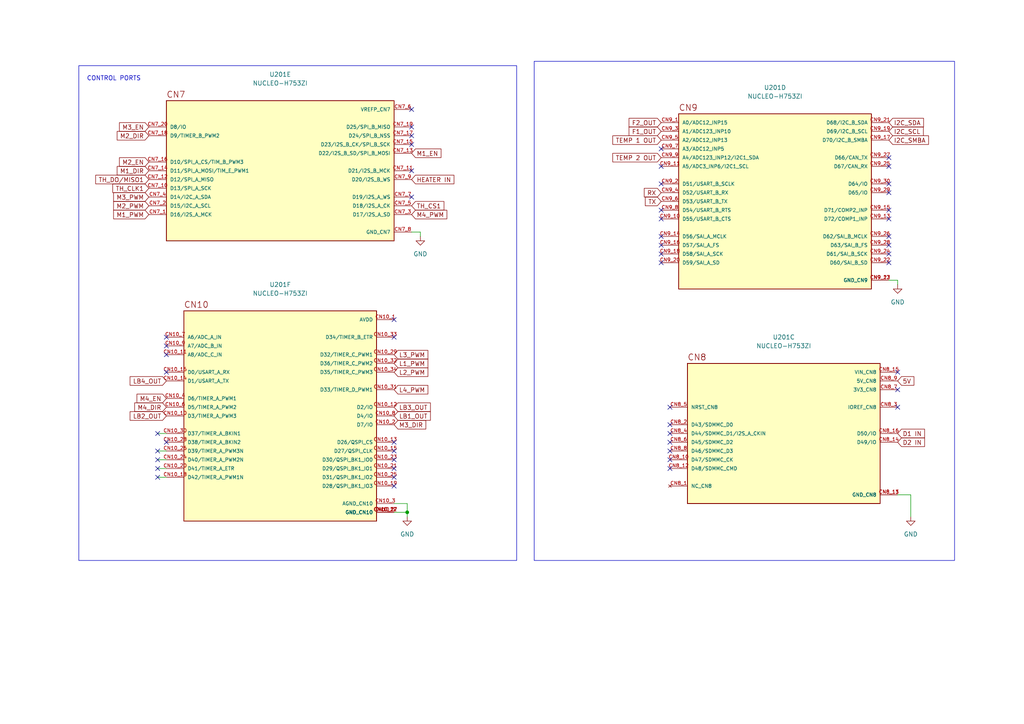
<source format=kicad_sch>
(kicad_sch
	(version 20231120)
	(generator "eeschema")
	(generator_version "8.0")
	(uuid "f17886b7-52c5-498a-ab3d-0649a7373fb6")
	(paper "A4")
	(lib_symbols
		(symbol "NUCLEO-H753ZI:NUCLEO-H753ZI"
			(pin_names
				(offset 1.016)
			)
			(exclude_from_sim no)
			(in_bom yes)
			(on_board yes)
			(property "Reference" "U"
				(at -12.7 57.15 0)
				(effects
					(font
						(size 1.27 1.27)
					)
					(justify left bottom)
				)
			)
			(property "Value" "NUCLEO-H753ZI"
				(at -12.7 -54.61 0)
				(effects
					(font
						(size 1.27 1.27)
					)
					(justify left top)
				)
			)
			(property "Footprint" "NUCLEO-H753ZI:MODULE_NUCLEO-H753ZI"
				(at 0 0 0)
				(effects
					(font
						(size 1.27 1.27)
					)
					(justify bottom)
					(hide yes)
				)
			)
			(property "Datasheet" ""
				(at 0 0 0)
				(effects
					(font
						(size 1.27 1.27)
					)
					(hide yes)
				)
			)
			(property "Description" ""
				(at 0 0 0)
				(effects
					(font
						(size 1.27 1.27)
					)
					(hide yes)
				)
			)
			(property "MF" "STMicroelectronics"
				(at 0 0 0)
				(effects
					(font
						(size 1.27 1.27)
					)
					(justify bottom)
					(hide yes)
				)
			)
			(property "Description_1" "\n                        \n                            STM32H753ZI Nucleo-144 STM32H7 ARM® Cortex®-M7 MCU 32-Bit Embedded Evaluation Board\n                        \n"
				(at 0 0 0)
				(effects
					(font
						(size 1.27 1.27)
					)
					(justify bottom)
					(hide yes)
				)
			)
			(property "Package" "None"
				(at 0 0 0)
				(effects
					(font
						(size 1.27 1.27)
					)
					(justify bottom)
					(hide yes)
				)
			)
			(property "Price" "None"
				(at 0 0 0)
				(effects
					(font
						(size 1.27 1.27)
					)
					(justify bottom)
					(hide yes)
				)
			)
			(property "Check_prices" "https://www.snapeda.com/parts/NUCLEO-H753ZI/STMicroelectronics/view-part/?ref=eda"
				(at 0 0 0)
				(effects
					(font
						(size 1.27 1.27)
					)
					(justify bottom)
					(hide yes)
				)
			)
			(property "STANDARD" "Manufacturer Recommendations"
				(at 0 0 0)
				(effects
					(font
						(size 1.27 1.27)
					)
					(justify bottom)
					(hide yes)
				)
			)
			(property "PARTREV" "Rev. 2"
				(at 0 0 0)
				(effects
					(font
						(size 1.27 1.27)
					)
					(justify bottom)
					(hide yes)
				)
			)
			(property "SnapEDA_Link" "https://www.snapeda.com/parts/NUCLEO-H753ZI/STMicroelectronics/view-part/?ref=snap"
				(at 0 0 0)
				(effects
					(font
						(size 1.27 1.27)
					)
					(justify bottom)
					(hide yes)
				)
			)
			(property "MP" "NUCLEO-H753ZI"
				(at 0 0 0)
				(effects
					(font
						(size 1.27 1.27)
					)
					(justify bottom)
					(hide yes)
				)
			)
			(property "Availability" "In Stock"
				(at 0 0 0)
				(effects
					(font
						(size 1.27 1.27)
					)
					(justify bottom)
					(hide yes)
				)
			)
			(property "MANUFACTURER" "STMicroelectronics"
				(at 0 0 0)
				(effects
					(font
						(size 1.27 1.27)
					)
					(justify bottom)
					(hide yes)
				)
			)
			(symbol "NUCLEO-H753ZI_1_0"
				(rectangle
					(start -12.7 -53.34)
					(end 12.7 53.34)
					(stroke
						(width 0.254)
						(type default)
					)
					(fill
						(type background)
					)
				)
				(text "CN11"
					(at -12.7 54.102 0)
					(effects
						(font
							(size 1.778 1.778)
						)
						(justify left bottom)
					)
				)
				(pin bidirectional line
					(at -17.78 -7.62 0)
					(length 5.08)
					(name "PC10"
						(effects
							(font
								(size 1.016 1.016)
							)
						)
					)
					(number "CN11_1"
						(effects
							(font
								(size 1.016 1.016)
							)
						)
					)
				)
				(pin no_connect line
					(at 17.78 -45.72 180)
					(length 5.08)
					(name "NC"
						(effects
							(font
								(size 1.016 1.016)
							)
						)
					)
					(number "CN11_10"
						(effects
							(font
								(size 1.016 1.016)
							)
						)
					)
				)
				(pin bidirectional line
					(at 17.78 0 180)
					(length 5.08)
					(name "PF7"
						(effects
							(font
								(size 1.016 1.016)
							)
						)
					)
					(number "CN11_11"
						(effects
							(font
								(size 1.016 1.016)
							)
						)
					)
				)
				(pin bidirectional line
					(at 17.78 33.02 180)
					(length 5.08)
					(name "IOREF"
						(effects
							(font
								(size 1.016 1.016)
							)
						)
					)
					(number "CN11_12"
						(effects
							(font
								(size 1.016 1.016)
							)
						)
					)
				)
				(pin bidirectional line
					(at -17.78 20.32 0)
					(length 5.08)
					(name "PA13"
						(effects
							(font
								(size 1.016 1.016)
							)
						)
					)
					(number "CN11_13"
						(effects
							(font
								(size 1.016 1.016)
							)
						)
					)
				)
				(pin input line
					(at -17.78 33.02 0)
					(length 5.08)
					(name "NRST"
						(effects
							(font
								(size 1.016 1.016)
							)
						)
					)
					(number "CN11_14"
						(effects
							(font
								(size 1.016 1.016)
							)
						)
					)
				)
				(pin bidirectional line
					(at -17.78 17.78 0)
					(length 5.08)
					(name "PA14"
						(effects
							(font
								(size 1.016 1.016)
							)
						)
					)
					(number "CN11_15"
						(effects
							(font
								(size 1.016 1.016)
							)
						)
					)
				)
				(pin power_in line
					(at 17.78 50.8 180)
					(length 5.08)
					(name "3V3"
						(effects
							(font
								(size 1.016 1.016)
							)
						)
					)
					(number "CN11_16"
						(effects
							(font
								(size 1.016 1.016)
							)
						)
					)
				)
				(pin bidirectional line
					(at -17.78 15.24 0)
					(length 5.08)
					(name "PA15"
						(effects
							(font
								(size 1.016 1.016)
							)
						)
					)
					(number "CN11_17"
						(effects
							(font
								(size 1.016 1.016)
							)
						)
					)
				)
				(pin power_in line
					(at 17.78 48.26 180)
					(length 5.08)
					(name "5V"
						(effects
							(font
								(size 1.016 1.016)
							)
						)
					)
					(number "CN11_18"
						(effects
							(font
								(size 1.016 1.016)
							)
						)
					)
				)
				(pin power_in line
					(at 17.78 -50.8 180)
					(length 5.08)
					(name "GND_CN11"
						(effects
							(font
								(size 1.016 1.016)
							)
						)
					)
					(number "CN11_19"
						(effects
							(font
								(size 1.016 1.016)
							)
						)
					)
				)
				(pin bidirectional line
					(at -17.78 -10.16 0)
					(length 5.08)
					(name "PC11"
						(effects
							(font
								(size 1.016 1.016)
							)
						)
					)
					(number "CN11_2"
						(effects
							(font
								(size 1.016 1.016)
							)
						)
					)
				)
				(pin power_in line
					(at 17.78 -50.8 180)
					(length 5.08)
					(name "GND_CN11"
						(effects
							(font
								(size 1.016 1.016)
							)
						)
					)
					(number "CN11_20"
						(effects
							(font
								(size 1.016 1.016)
							)
						)
					)
				)
				(pin bidirectional line
					(at -17.78 7.62 0)
					(length 5.08)
					(name "PB7"
						(effects
							(font
								(size 1.016 1.016)
							)
						)
					)
					(number "CN11_21"
						(effects
							(font
								(size 1.016 1.016)
							)
						)
					)
				)
				(pin power_in line
					(at 17.78 -50.8 180)
					(length 5.08)
					(name "GND_CN11"
						(effects
							(font
								(size 1.016 1.016)
							)
						)
					)
					(number "CN11_22"
						(effects
							(font
								(size 1.016 1.016)
							)
						)
					)
				)
				(pin bidirectional line
					(at -17.78 -15.24 0)
					(length 5.08)
					(name "PC13"
						(effects
							(font
								(size 1.016 1.016)
							)
						)
					)
					(number "CN11_23"
						(effects
							(font
								(size 1.016 1.016)
							)
						)
					)
				)
				(pin power_in line
					(at 17.78 38.1 180)
					(length 5.08)
					(name "VIN"
						(effects
							(font
								(size 1.016 1.016)
							)
						)
					)
					(number "CN11_24"
						(effects
							(font
								(size 1.016 1.016)
							)
						)
					)
				)
				(pin bidirectional line
					(at -17.78 -17.78 0)
					(length 5.08)
					(name "PC14"
						(effects
							(font
								(size 1.016 1.016)
							)
						)
					)
					(number "CN11_25"
						(effects
							(font
								(size 1.016 1.016)
							)
						)
					)
				)
				(pin no_connect line
					(at 17.78 -45.72 180)
					(length 5.08)
					(name "NC"
						(effects
							(font
								(size 1.016 1.016)
							)
						)
					)
					(number "CN11_26"
						(effects
							(font
								(size 1.016 1.016)
							)
						)
					)
				)
				(pin bidirectional line
					(at -17.78 -20.32 0)
					(length 5.08)
					(name "PC15"
						(effects
							(font
								(size 1.016 1.016)
							)
						)
					)
					(number "CN11_27"
						(effects
							(font
								(size 1.016 1.016)
							)
						)
					)
				)
				(pin bidirectional line
					(at -17.78 27.94 0)
					(length 5.08)
					(name "PA0"
						(effects
							(font
								(size 1.016 1.016)
							)
						)
					)
					(number "CN11_28"
						(effects
							(font
								(size 1.016 1.016)
							)
						)
					)
				)
				(pin bidirectional line
					(at 17.78 -38.1 180)
					(length 5.08)
					(name "PH0"
						(effects
							(font
								(size 1.016 1.016)
							)
						)
					)
					(number "CN11_29"
						(effects
							(font
								(size 1.016 1.016)
							)
						)
					)
				)
				(pin bidirectional line
					(at -17.78 -12.7 0)
					(length 5.08)
					(name "PC12"
						(effects
							(font
								(size 1.016 1.016)
							)
						)
					)
					(number "CN11_3"
						(effects
							(font
								(size 1.016 1.016)
							)
						)
					)
				)
				(pin bidirectional line
					(at -17.78 25.4 0)
					(length 5.08)
					(name "PA1"
						(effects
							(font
								(size 1.016 1.016)
							)
						)
					)
					(number "CN11_30"
						(effects
							(font
								(size 1.016 1.016)
							)
						)
					)
				)
				(pin bidirectional line
					(at 17.78 -40.64 180)
					(length 5.08)
					(name "PH1"
						(effects
							(font
								(size 1.016 1.016)
							)
						)
					)
					(number "CN11_31"
						(effects
							(font
								(size 1.016 1.016)
							)
						)
					)
				)
				(pin bidirectional line
					(at -17.78 22.86 0)
					(length 5.08)
					(name "PA4"
						(effects
							(font
								(size 1.016 1.016)
							)
						)
					)
					(number "CN11_32"
						(effects
							(font
								(size 1.016 1.016)
							)
						)
					)
				)
				(pin power_in line
					(at 17.78 43.18 180)
					(length 5.08)
					(name "VBAT"
						(effects
							(font
								(size 1.016 1.016)
							)
						)
					)
					(number "CN11_33"
						(effects
							(font
								(size 1.016 1.016)
							)
						)
					)
				)
				(pin bidirectional line
					(at -17.78 10.16 0)
					(length 5.08)
					(name "PB0"
						(effects
							(font
								(size 1.016 1.016)
							)
						)
					)
					(number "CN11_34"
						(effects
							(font
								(size 1.016 1.016)
							)
						)
					)
				)
				(pin bidirectional line
					(at -17.78 -2.54 0)
					(length 5.08)
					(name "PC2"
						(effects
							(font
								(size 1.016 1.016)
							)
						)
					)
					(number "CN11_35"
						(effects
							(font
								(size 1.016 1.016)
							)
						)
					)
				)
				(pin bidirectional line
					(at -17.78 0 0)
					(length 5.08)
					(name "PC1"
						(effects
							(font
								(size 1.016 1.016)
							)
						)
					)
					(number "CN11_36"
						(effects
							(font
								(size 1.016 1.016)
							)
						)
					)
				)
				(pin bidirectional line
					(at -17.78 -5.08 0)
					(length 5.08)
					(name "PC3"
						(effects
							(font
								(size 1.016 1.016)
							)
						)
					)
					(number "CN11_37"
						(effects
							(font
								(size 1.016 1.016)
							)
						)
					)
				)
				(pin bidirectional line
					(at -17.78 2.54 0)
					(length 5.08)
					(name "PC0"
						(effects
							(font
								(size 1.016 1.016)
							)
						)
					)
					(number "CN11_38"
						(effects
							(font
								(size 1.016 1.016)
							)
						)
					)
				)
				(pin bidirectional line
					(at -17.78 -35.56 0)
					(length 5.08)
					(name "PD4"
						(effects
							(font
								(size 1.016 1.016)
							)
						)
					)
					(number "CN11_39"
						(effects
							(font
								(size 1.016 1.016)
							)
						)
					)
				)
				(pin bidirectional line
					(at -17.78 -30.48 0)
					(length 5.08)
					(name "PD2"
						(effects
							(font
								(size 1.016 1.016)
							)
						)
					)
					(number "CN11_4"
						(effects
							(font
								(size 1.016 1.016)
							)
						)
					)
				)
				(pin bidirectional line
					(at -17.78 -33.02 0)
					(length 5.08)
					(name "PD3"
						(effects
							(font
								(size 1.016 1.016)
							)
						)
					)
					(number "CN11_40"
						(effects
							(font
								(size 1.016 1.016)
							)
						)
					)
				)
				(pin bidirectional line
					(at -17.78 -38.1 0)
					(length 5.08)
					(name "PD5"
						(effects
							(font
								(size 1.016 1.016)
							)
						)
					)
					(number "CN11_41"
						(effects
							(font
								(size 1.016 1.016)
							)
						)
					)
				)
				(pin bidirectional line
					(at 17.78 -15.24 180)
					(length 5.08)
					(name "PG2"
						(effects
							(font
								(size 1.016 1.016)
							)
						)
					)
					(number "CN11_42"
						(effects
							(font
								(size 1.016 1.016)
							)
						)
					)
				)
				(pin bidirectional line
					(at -17.78 -40.64 0)
					(length 5.08)
					(name "PD6"
						(effects
							(font
								(size 1.016 1.016)
							)
						)
					)
					(number "CN11_43"
						(effects
							(font
								(size 1.016 1.016)
							)
						)
					)
				)
				(pin bidirectional line
					(at 17.78 -17.78 180)
					(length 5.08)
					(name "PG3"
						(effects
							(font
								(size 1.016 1.016)
							)
						)
					)
					(number "CN11_44"
						(effects
							(font
								(size 1.016 1.016)
							)
						)
					)
				)
				(pin bidirectional line
					(at -17.78 -43.18 0)
					(length 5.08)
					(name "PD7"
						(effects
							(font
								(size 1.016 1.016)
							)
						)
					)
					(number "CN11_45"
						(effects
							(font
								(size 1.016 1.016)
							)
						)
					)
				)
				(pin bidirectional line
					(at 17.78 25.4 180)
					(length 5.08)
					(name "PE2"
						(effects
							(font
								(size 1.016 1.016)
							)
						)
					)
					(number "CN11_46"
						(effects
							(font
								(size 1.016 1.016)
							)
						)
					)
				)
				(pin bidirectional line
					(at 17.78 22.86 180)
					(length 5.08)
					(name "PE3"
						(effects
							(font
								(size 1.016 1.016)
							)
						)
					)
					(number "CN11_47"
						(effects
							(font
								(size 1.016 1.016)
							)
						)
					)
				)
				(pin bidirectional line
					(at 17.78 20.32 180)
					(length 5.08)
					(name "PE4"
						(effects
							(font
								(size 1.016 1.016)
							)
						)
					)
					(number "CN11_48"
						(effects
							(font
								(size 1.016 1.016)
							)
						)
					)
				)
				(pin power_in line
					(at 17.78 -50.8 180)
					(length 5.08)
					(name "GND_CN11"
						(effects
							(font
								(size 1.016 1.016)
							)
						)
					)
					(number "CN11_49"
						(effects
							(font
								(size 1.016 1.016)
							)
						)
					)
				)
				(pin power_in line
					(at 17.78 40.64 180)
					(length 5.08)
					(name "3V3_VDD"
						(effects
							(font
								(size 1.016 1.016)
							)
						)
					)
					(number "CN11_5"
						(effects
							(font
								(size 1.016 1.016)
							)
						)
					)
				)
				(pin bidirectional line
					(at 17.78 17.78 180)
					(length 5.08)
					(name "PE5"
						(effects
							(font
								(size 1.016 1.016)
							)
						)
					)
					(number "CN11_50"
						(effects
							(font
								(size 1.016 1.016)
							)
						)
					)
				)
				(pin bidirectional line
					(at 17.78 7.62 180)
					(length 5.08)
					(name "PF1"
						(effects
							(font
								(size 1.016 1.016)
							)
						)
					)
					(number "CN11_51"
						(effects
							(font
								(size 1.016 1.016)
							)
						)
					)
				)
				(pin bidirectional line
					(at 17.78 5.08 180)
					(length 5.08)
					(name "PF2"
						(effects
							(font
								(size 1.016 1.016)
							)
						)
					)
					(number "CN11_52"
						(effects
							(font
								(size 1.016 1.016)
							)
						)
					)
				)
				(pin bidirectional line
					(at 17.78 10.16 180)
					(length 5.08)
					(name "PF0"
						(effects
							(font
								(size 1.016 1.016)
							)
						)
					)
					(number "CN11_53"
						(effects
							(font
								(size 1.016 1.016)
							)
						)
					)
				)
				(pin bidirectional line
					(at 17.78 -2.54 180)
					(length 5.08)
					(name "PF8"
						(effects
							(font
								(size 1.016 1.016)
							)
						)
					)
					(number "CN11_54"
						(effects
							(font
								(size 1.016 1.016)
							)
						)
					)
				)
				(pin bidirectional line
					(at -17.78 -27.94 0)
					(length 5.08)
					(name "PD1"
						(effects
							(font
								(size 1.016 1.016)
							)
						)
					)
					(number "CN11_55"
						(effects
							(font
								(size 1.016 1.016)
							)
						)
					)
				)
				(pin bidirectional line
					(at 17.78 -5.08 180)
					(length 5.08)
					(name "PF9"
						(effects
							(font
								(size 1.016 1.016)
							)
						)
					)
					(number "CN11_56"
						(effects
							(font
								(size 1.016 1.016)
							)
						)
					)
				)
				(pin bidirectional line
					(at -17.78 -25.4 0)
					(length 5.08)
					(name "PD0"
						(effects
							(font
								(size 1.016 1.016)
							)
						)
					)
					(number "CN11_57"
						(effects
							(font
								(size 1.016 1.016)
							)
						)
					)
				)
				(pin bidirectional line
					(at 17.78 -12.7 180)
					(length 5.08)
					(name "PG1"
						(effects
							(font
								(size 1.016 1.016)
							)
						)
					)
					(number "CN11_58"
						(effects
							(font
								(size 1.016 1.016)
							)
						)
					)
				)
				(pin bidirectional line
					(at 17.78 -10.16 180)
					(length 5.08)
					(name "PG0"
						(effects
							(font
								(size 1.016 1.016)
							)
						)
					)
					(number "CN11_59"
						(effects
							(font
								(size 1.016 1.016)
							)
						)
					)
				)
				(pin power_in line
					(at 17.78 45.72 180)
					(length 5.08)
					(name "5V_EXT"
						(effects
							(font
								(size 1.016 1.016)
							)
						)
					)
					(number "CN11_6"
						(effects
							(font
								(size 1.016 1.016)
							)
						)
					)
				)
				(pin power_in line
					(at 17.78 -50.8 180)
					(length 5.08)
					(name "GND_CN11"
						(effects
							(font
								(size 1.016 1.016)
							)
						)
					)
					(number "CN11_60"
						(effects
							(font
								(size 1.016 1.016)
							)
						)
					)
				)
				(pin bidirectional line
					(at 17.78 27.94 180)
					(length 5.08)
					(name "PE1"
						(effects
							(font
								(size 1.016 1.016)
							)
						)
					)
					(number "CN11_61"
						(effects
							(font
								(size 1.016 1.016)
							)
						)
					)
				)
				(pin bidirectional line
					(at 17.78 15.24 180)
					(length 5.08)
					(name "PE6"
						(effects
							(font
								(size 1.016 1.016)
							)
						)
					)
					(number "CN11_62"
						(effects
							(font
								(size 1.016 1.016)
							)
						)
					)
				)
				(pin bidirectional line
					(at 17.78 -20.32 180)
					(length 5.08)
					(name "PG9"
						(effects
							(font
								(size 1.016 1.016)
							)
						)
					)
					(number "CN11_63"
						(effects
							(font
								(size 1.016 1.016)
							)
						)
					)
				)
				(pin bidirectional line
					(at 17.78 -33.02 180)
					(length 5.08)
					(name "PG15"
						(effects
							(font
								(size 1.016 1.016)
							)
						)
					)
					(number "CN11_64"
						(effects
							(font
								(size 1.016 1.016)
							)
						)
					)
				)
				(pin bidirectional line
					(at 17.78 -27.94 180)
					(length 5.08)
					(name "PG12"
						(effects
							(font
								(size 1.016 1.016)
							)
						)
					)
					(number "CN11_65"
						(effects
							(font
								(size 1.016 1.016)
							)
						)
					)
				)
				(pin bidirectional line
					(at 17.78 -22.86 180)
					(length 5.08)
					(name "PG10"
						(effects
							(font
								(size 1.016 1.016)
							)
						)
					)
					(number "CN11_66"
						(effects
							(font
								(size 1.016 1.016)
							)
						)
					)
				)
				(pin no_connect line
					(at 17.78 -45.72 180)
					(length 5.08)
					(name "NC"
						(effects
							(font
								(size 1.016 1.016)
							)
						)
					)
					(number "CN11_67"
						(effects
							(font
								(size 1.016 1.016)
							)
						)
					)
				)
				(pin bidirectional line
					(at 17.78 -30.48 180)
					(length 5.08)
					(name "PG13"
						(effects
							(font
								(size 1.016 1.016)
							)
						)
					)
					(number "CN11_68"
						(effects
							(font
								(size 1.016 1.016)
							)
						)
					)
				)
				(pin bidirectional line
					(at -17.78 -45.72 0)
					(length 5.08)
					(name "PD9"
						(effects
							(font
								(size 1.016 1.016)
							)
						)
					)
					(number "CN11_69"
						(effects
							(font
								(size 1.016 1.016)
							)
						)
					)
				)
				(pin input line
					(at -17.78 35.56 0)
					(length 5.08)
					(name "BOOT0"
						(effects
							(font
								(size 1.016 1.016)
							)
						)
					)
					(number "CN11_7"
						(effects
							(font
								(size 1.016 1.016)
							)
						)
					)
				)
				(pin bidirectional line
					(at 17.78 -25.4 180)
					(length 5.08)
					(name "PG11"
						(effects
							(font
								(size 1.016 1.016)
							)
						)
					)
					(number "CN11_70"
						(effects
							(font
								(size 1.016 1.016)
							)
						)
					)
				)
				(pin power_in line
					(at 17.78 -50.8 180)
					(length 5.08)
					(name "GND_CN11"
						(effects
							(font
								(size 1.016 1.016)
							)
						)
					)
					(number "CN11_71"
						(effects
							(font
								(size 1.016 1.016)
							)
						)
					)
				)
				(pin power_in line
					(at 17.78 -50.8 180)
					(length 5.08)
					(name "GND_CN11"
						(effects
							(font
								(size 1.016 1.016)
							)
						)
					)
					(number "CN11_72"
						(effects
							(font
								(size 1.016 1.016)
							)
						)
					)
				)
				(pin power_in line
					(at 17.78 -50.8 180)
					(length 5.08)
					(name "GND_CN11"
						(effects
							(font
								(size 1.016 1.016)
							)
						)
					)
					(number "CN11_8"
						(effects
							(font
								(size 1.016 1.016)
							)
						)
					)
				)
				(pin bidirectional line
					(at 17.78 2.54 180)
					(length 5.08)
					(name "PF6"
						(effects
							(font
								(size 1.016 1.016)
							)
						)
					)
					(number "CN11_9"
						(effects
							(font
								(size 1.016 1.016)
							)
						)
					)
				)
			)
			(symbol "NUCLEO-H753ZI_2_0"
				(rectangle
					(start -12.7 -53.34)
					(end 12.7 53.34)
					(stroke
						(width 0.254)
						(type default)
					)
					(fill
						(type background)
					)
				)
				(text "CN12"
					(at -12.7 54.102 0)
					(effects
						(font
							(size 1.778 1.778)
						)
						(justify left bottom)
					)
				)
				(pin bidirectional line
					(at -17.78 -35.56 0)
					(length 5.08)
					(name "PC9"
						(effects
							(font
								(size 1.016 1.016)
							)
						)
					)
					(number "CN12_1"
						(effects
							(font
								(size 1.016 1.016)
							)
						)
					)
				)
				(pin bidirectional line
					(at 17.78 43.18 180)
					(length 5.08)
					(name "PD8"
						(effects
							(font
								(size 1.016 1.016)
							)
						)
					)
					(number "CN12_10"
						(effects
							(font
								(size 1.016 1.016)
							)
						)
					)
				)
				(pin bidirectional line
					(at -17.78 38.1 0)
					(length 5.08)
					(name "PA5"
						(effects
							(font
								(size 1.016 1.016)
							)
						)
					)
					(number "CN12_11"
						(effects
							(font
								(size 1.016 1.016)
							)
						)
					)
				)
				(pin bidirectional line
					(at -17.78 20.32 0)
					(length 5.08)
					(name "PA12"
						(effects
							(font
								(size 1.016 1.016)
							)
						)
					)
					(number "CN12_12"
						(effects
							(font
								(size 1.016 1.016)
							)
						)
					)
				)
				(pin bidirectional line
					(at -17.78 35.56 0)
					(length 5.08)
					(name "PA6"
						(effects
							(font
								(size 1.016 1.016)
							)
						)
					)
					(number "CN12_13"
						(effects
							(font
								(size 1.016 1.016)
							)
						)
					)
				)
				(pin bidirectional line
					(at -17.78 22.86 0)
					(length 5.08)
					(name "PA11"
						(effects
							(font
								(size 1.016 1.016)
							)
						)
					)
					(number "CN12_14"
						(effects
							(font
								(size 1.016 1.016)
							)
						)
					)
				)
				(pin bidirectional line
					(at -17.78 33.02 0)
					(length 5.08)
					(name "PA7"
						(effects
							(font
								(size 1.016 1.016)
							)
						)
					)
					(number "CN12_15"
						(effects
							(font
								(size 1.016 1.016)
							)
						)
					)
				)
				(pin bidirectional line
					(at -17.78 -10.16 0)
					(length 5.08)
					(name "PB12"
						(effects
							(font
								(size 1.016 1.016)
							)
						)
					)
					(number "CN12_16"
						(effects
							(font
								(size 1.016 1.016)
							)
						)
					)
				)
				(pin bidirectional line
					(at -17.78 2.54 0)
					(length 5.08)
					(name "PB6"
						(effects
							(font
								(size 1.016 1.016)
							)
						)
					)
					(number "CN12_17"
						(effects
							(font
								(size 1.016 1.016)
							)
						)
					)
				)
				(pin bidirectional line
					(at -17.78 -7.62 0)
					(length 5.08)
					(name "PB11"
						(effects
							(font
								(size 1.016 1.016)
							)
						)
					)
					(number "CN12_18"
						(effects
							(font
								(size 1.016 1.016)
							)
						)
					)
				)
				(pin bidirectional line
					(at -17.78 -30.48 0)
					(length 5.08)
					(name "PC7"
						(effects
							(font
								(size 1.016 1.016)
							)
						)
					)
					(number "CN12_19"
						(effects
							(font
								(size 1.016 1.016)
							)
						)
					)
				)
				(pin bidirectional line
					(at -17.78 -33.02 0)
					(length 5.08)
					(name "PC8"
						(effects
							(font
								(size 1.016 1.016)
							)
						)
					)
					(number "CN12_2"
						(effects
							(font
								(size 1.016 1.016)
							)
						)
					)
				)
				(pin power_in line
					(at 17.78 -50.8 180)
					(length 5.08)
					(name "GND_CN12"
						(effects
							(font
								(size 1.016 1.016)
							)
						)
					)
					(number "CN12_20"
						(effects
							(font
								(size 1.016 1.016)
							)
						)
					)
				)
				(pin bidirectional line
					(at -17.78 27.94 0)
					(length 5.08)
					(name "PA9"
						(effects
							(font
								(size 1.016 1.016)
							)
						)
					)
					(number "CN12_21"
						(effects
							(font
								(size 1.016 1.016)
							)
						)
					)
				)
				(pin bidirectional line
					(at -17.78 12.7 0)
					(length 5.08)
					(name "PB2"
						(effects
							(font
								(size 1.016 1.016)
							)
						)
					)
					(number "CN12_22"
						(effects
							(font
								(size 1.016 1.016)
							)
						)
					)
				)
				(pin bidirectional line
					(at -17.78 30.48 0)
					(length 5.08)
					(name "PA8"
						(effects
							(font
								(size 1.016 1.016)
							)
						)
					)
					(number "CN12_23"
						(effects
							(font
								(size 1.016 1.016)
							)
						)
					)
				)
				(pin bidirectional line
					(at -17.78 15.24 0)
					(length 5.08)
					(name "PB1"
						(effects
							(font
								(size 1.016 1.016)
							)
						)
					)
					(number "CN12_24"
						(effects
							(font
								(size 1.016 1.016)
							)
						)
					)
				)
				(pin bidirectional line
					(at -17.78 -5.08 0)
					(length 5.08)
					(name "PB10"
						(effects
							(font
								(size 1.016 1.016)
							)
						)
					)
					(number "CN12_25"
						(effects
							(font
								(size 1.016 1.016)
							)
						)
					)
				)
				(pin bidirectional line
					(at -17.78 -17.78 0)
					(length 5.08)
					(name "PB15"
						(effects
							(font
								(size 1.016 1.016)
							)
						)
					)
					(number "CN12_26"
						(effects
							(font
								(size 1.016 1.016)
							)
						)
					)
				)
				(pin bidirectional line
					(at -17.78 7.62 0)
					(length 5.08)
					(name "PB4"
						(effects
							(font
								(size 1.016 1.016)
							)
						)
					)
					(number "CN12_27"
						(effects
							(font
								(size 1.016 1.016)
							)
						)
					)
				)
				(pin bidirectional line
					(at -17.78 -15.24 0)
					(length 5.08)
					(name "PB14"
						(effects
							(font
								(size 1.016 1.016)
							)
						)
					)
					(number "CN12_28"
						(effects
							(font
								(size 1.016 1.016)
							)
						)
					)
				)
				(pin bidirectional line
					(at -17.78 5.08 0)
					(length 5.08)
					(name "PB5"
						(effects
							(font
								(size 1.016 1.016)
							)
						)
					)
					(number "CN12_29"
						(effects
							(font
								(size 1.016 1.016)
							)
						)
					)
				)
				(pin bidirectional line
					(at -17.78 0 0)
					(length 5.08)
					(name "PB8"
						(effects
							(font
								(size 1.016 1.016)
							)
						)
					)
					(number "CN12_3"
						(effects
							(font
								(size 1.016 1.016)
							)
						)
					)
				)
				(pin bidirectional line
					(at -17.78 -12.7 0)
					(length 5.08)
					(name "PB13"
						(effects
							(font
								(size 1.016 1.016)
							)
						)
					)
					(number "CN12_30"
						(effects
							(font
								(size 1.016 1.016)
							)
						)
					)
				)
				(pin bidirectional line
					(at -17.78 10.16 0)
					(length 5.08)
					(name "PB3"
						(effects
							(font
								(size 1.016 1.016)
							)
						)
					)
					(number "CN12_31"
						(effects
							(font
								(size 1.016 1.016)
							)
						)
					)
				)
				(pin power_in line
					(at 17.78 -48.26 180)
					(length 5.08)
					(name "AGND_CN12"
						(effects
							(font
								(size 1.016 1.016)
							)
						)
					)
					(number "CN12_32"
						(effects
							(font
								(size 1.016 1.016)
							)
						)
					)
				)
				(pin bidirectional line
					(at -17.78 25.4 0)
					(length 5.08)
					(name "PA10"
						(effects
							(font
								(size 1.016 1.016)
							)
						)
					)
					(number "CN12_33"
						(effects
							(font
								(size 1.016 1.016)
							)
						)
					)
				)
				(pin bidirectional line
					(at -17.78 -22.86 0)
					(length 5.08)
					(name "PC4"
						(effects
							(font
								(size 1.016 1.016)
							)
						)
					)
					(number "CN12_34"
						(effects
							(font
								(size 1.016 1.016)
							)
						)
					)
				)
				(pin bidirectional line
					(at -17.78 43.18 0)
					(length 5.08)
					(name "PA2"
						(effects
							(font
								(size 1.016 1.016)
							)
						)
					)
					(number "CN12_35"
						(effects
							(font
								(size 1.016 1.016)
							)
						)
					)
				)
				(pin bidirectional line
					(at 17.78 -10.16 180)
					(length 5.08)
					(name "PF5"
						(effects
							(font
								(size 1.016 1.016)
							)
						)
					)
					(number "CN12_36"
						(effects
							(font
								(size 1.016 1.016)
							)
						)
					)
				)
				(pin bidirectional line
					(at -17.78 40.64 0)
					(length 5.08)
					(name "PA3"
						(effects
							(font
								(size 1.016 1.016)
							)
						)
					)
					(number "CN12_37"
						(effects
							(font
								(size 1.016 1.016)
							)
						)
					)
				)
				(pin bidirectional line
					(at 17.78 -7.62 180)
					(length 5.08)
					(name "PF4"
						(effects
							(font
								(size 1.016 1.016)
							)
						)
					)
					(number "CN12_38"
						(effects
							(font
								(size 1.016 1.016)
							)
						)
					)
				)
				(pin power_in line
					(at 17.78 -50.8 180)
					(length 5.08)
					(name "GND_CN12"
						(effects
							(font
								(size 1.016 1.016)
							)
						)
					)
					(number "CN12_39"
						(effects
							(font
								(size 1.016 1.016)
							)
						)
					)
				)
				(pin bidirectional line
					(at -17.78 -27.94 0)
					(length 5.08)
					(name "PC6"
						(effects
							(font
								(size 1.016 1.016)
							)
						)
					)
					(number "CN12_4"
						(effects
							(font
								(size 1.016 1.016)
							)
						)
					)
				)
				(pin bidirectional line
					(at 17.78 17.78 180)
					(length 5.08)
					(name "PE8"
						(effects
							(font
								(size 1.016 1.016)
							)
						)
					)
					(number "CN12_40"
						(effects
							(font
								(size 1.016 1.016)
							)
						)
					)
				)
				(pin bidirectional line
					(at 17.78 33.02 180)
					(length 5.08)
					(name "PD13"
						(effects
							(font
								(size 1.016 1.016)
							)
						)
					)
					(number "CN12_41"
						(effects
							(font
								(size 1.016 1.016)
							)
						)
					)
				)
				(pin bidirectional line
					(at 17.78 -12.7 180)
					(length 5.08)
					(name "PF10"
						(effects
							(font
								(size 1.016 1.016)
							)
						)
					)
					(number "CN12_42"
						(effects
							(font
								(size 1.016 1.016)
							)
						)
					)
				)
				(pin bidirectional line
					(at 17.78 35.56 180)
					(length 5.08)
					(name "PD12"
						(effects
							(font
								(size 1.016 1.016)
							)
						)
					)
					(number "CN12_43"
						(effects
							(font
								(size 1.016 1.016)
							)
						)
					)
				)
				(pin bidirectional line
					(at 17.78 20.32 180)
					(length 5.08)
					(name "PE7"
						(effects
							(font
								(size 1.016 1.016)
							)
						)
					)
					(number "CN12_44"
						(effects
							(font
								(size 1.016 1.016)
							)
						)
					)
				)
				(pin bidirectional line
					(at 17.78 38.1 180)
					(length 5.08)
					(name "PD11"
						(effects
							(font
								(size 1.016 1.016)
							)
						)
					)
					(number "CN12_45"
						(effects
							(font
								(size 1.016 1.016)
							)
						)
					)
				)
				(pin bidirectional line
					(at 17.78 30.48 180)
					(length 5.08)
					(name "PD14"
						(effects
							(font
								(size 1.016 1.016)
							)
						)
					)
					(number "CN12_46"
						(effects
							(font
								(size 1.016 1.016)
							)
						)
					)
				)
				(pin bidirectional line
					(at 17.78 12.7 180)
					(length 5.08)
					(name "PE10"
						(effects
							(font
								(size 1.016 1.016)
							)
						)
					)
					(number "CN12_47"
						(effects
							(font
								(size 1.016 1.016)
							)
						)
					)
				)
				(pin bidirectional line
					(at 17.78 27.94 180)
					(length 5.08)
					(name "PD15"
						(effects
							(font
								(size 1.016 1.016)
							)
						)
					)
					(number "CN12_48"
						(effects
							(font
								(size 1.016 1.016)
							)
						)
					)
				)
				(pin bidirectional line
					(at 17.78 7.62 180)
					(length 5.08)
					(name "PE12"
						(effects
							(font
								(size 1.016 1.016)
							)
						)
					)
					(number "CN12_49"
						(effects
							(font
								(size 1.016 1.016)
							)
						)
					)
				)
				(pin bidirectional line
					(at -17.78 -2.54 0)
					(length 5.08)
					(name "PB9"
						(effects
							(font
								(size 1.016 1.016)
							)
						)
					)
					(number "CN12_5"
						(effects
							(font
								(size 1.016 1.016)
							)
						)
					)
				)
				(pin bidirectional line
					(at 17.78 -22.86 180)
					(length 5.08)
					(name "PF14"
						(effects
							(font
								(size 1.016 1.016)
							)
						)
					)
					(number "CN12_50"
						(effects
							(font
								(size 1.016 1.016)
							)
						)
					)
				)
				(pin bidirectional line
					(at 17.78 2.54 180)
					(length 5.08)
					(name "PE14"
						(effects
							(font
								(size 1.016 1.016)
							)
						)
					)
					(number "CN12_51"
						(effects
							(font
								(size 1.016 1.016)
							)
						)
					)
				)
				(pin bidirectional line
					(at 17.78 15.24 180)
					(length 5.08)
					(name "PE9"
						(effects
							(font
								(size 1.016 1.016)
							)
						)
					)
					(number "CN12_52"
						(effects
							(font
								(size 1.016 1.016)
							)
						)
					)
				)
				(pin bidirectional line
					(at 17.78 0 180)
					(length 5.08)
					(name "PE15"
						(effects
							(font
								(size 1.016 1.016)
							)
						)
					)
					(number "CN12_53"
						(effects
							(font
								(size 1.016 1.016)
							)
						)
					)
				)
				(pin power_in line
					(at 17.78 -50.8 180)
					(length 5.08)
					(name "GND_CN12"
						(effects
							(font
								(size 1.016 1.016)
							)
						)
					)
					(number "CN12_54"
						(effects
							(font
								(size 1.016 1.016)
							)
						)
					)
				)
				(pin bidirectional line
					(at 17.78 5.08 180)
					(length 5.08)
					(name "PE13"
						(effects
							(font
								(size 1.016 1.016)
							)
						)
					)
					(number "CN12_55"
						(effects
							(font
								(size 1.016 1.016)
							)
						)
					)
				)
				(pin bidirectional line
					(at 17.78 10.16 180)
					(length 5.08)
					(name "PE11"
						(effects
							(font
								(size 1.016 1.016)
							)
						)
					)
					(number "CN12_56"
						(effects
							(font
								(size 1.016 1.016)
							)
						)
					)
				)
				(pin bidirectional line
					(at 17.78 -20.32 180)
					(length 5.08)
					(name "PF13"
						(effects
							(font
								(size 1.016 1.016)
							)
						)
					)
					(number "CN12_57"
						(effects
							(font
								(size 1.016 1.016)
							)
						)
					)
				)
				(pin bidirectional line
					(at 17.78 -5.08 180)
					(length 5.08)
					(name "PF3"
						(effects
							(font
								(size 1.016 1.016)
							)
						)
					)
					(number "CN12_58"
						(effects
							(font
								(size 1.016 1.016)
							)
						)
					)
				)
				(pin bidirectional line
					(at 17.78 -17.78 180)
					(length 5.08)
					(name "PF12"
						(effects
							(font
								(size 1.016 1.016)
							)
						)
					)
					(number "CN12_59"
						(effects
							(font
								(size 1.016 1.016)
							)
						)
					)
				)
				(pin bidirectional line
					(at -17.78 -25.4 0)
					(length 5.08)
					(name "PC5"
						(effects
							(font
								(size 1.016 1.016)
							)
						)
					)
					(number "CN12_6"
						(effects
							(font
								(size 1.016 1.016)
							)
						)
					)
				)
				(pin bidirectional line
					(at 17.78 -25.4 180)
					(length 5.08)
					(name "PF15"
						(effects
							(font
								(size 1.016 1.016)
							)
						)
					)
					(number "CN12_60"
						(effects
							(font
								(size 1.016 1.016)
							)
						)
					)
				)
				(pin bidirectional line
					(at 17.78 -43.18 180)
					(length 5.08)
					(name "PG14"
						(effects
							(font
								(size 1.016 1.016)
							)
						)
					)
					(number "CN12_61"
						(effects
							(font
								(size 1.016 1.016)
							)
						)
					)
				)
				(pin bidirectional line
					(at 17.78 -15.24 180)
					(length 5.08)
					(name "PF11"
						(effects
							(font
								(size 1.016 1.016)
							)
						)
					)
					(number "CN12_62"
						(effects
							(font
								(size 1.016 1.016)
							)
						)
					)
				)
				(pin power_in line
					(at 17.78 -50.8 180)
					(length 5.08)
					(name "GND_CN12"
						(effects
							(font
								(size 1.016 1.016)
							)
						)
					)
					(number "CN12_63"
						(effects
							(font
								(size 1.016 1.016)
							)
						)
					)
				)
				(pin bidirectional line
					(at 17.78 22.86 180)
					(length 5.08)
					(name "PE0"
						(effects
							(font
								(size 1.016 1.016)
							)
						)
					)
					(number "CN12_64"
						(effects
							(font
								(size 1.016 1.016)
							)
						)
					)
				)
				(pin bidirectional line
					(at 17.78 40.64 180)
					(length 5.08)
					(name "PD10"
						(effects
							(font
								(size 1.016 1.016)
							)
						)
					)
					(number "CN12_65"
						(effects
							(font
								(size 1.016 1.016)
							)
						)
					)
				)
				(pin bidirectional line
					(at 17.78 -40.64 180)
					(length 5.08)
					(name "PG8"
						(effects
							(font
								(size 1.016 1.016)
							)
						)
					)
					(number "CN12_66"
						(effects
							(font
								(size 1.016 1.016)
							)
						)
					)
				)
				(pin bidirectional line
					(at 17.78 -38.1 180)
					(length 5.08)
					(name "PG7"
						(effects
							(font
								(size 1.016 1.016)
							)
						)
					)
					(number "CN12_67"
						(effects
							(font
								(size 1.016 1.016)
							)
						)
					)
				)
				(pin bidirectional line
					(at 17.78 -33.02 180)
					(length 5.08)
					(name "PG5"
						(effects
							(font
								(size 1.016 1.016)
							)
						)
					)
					(number "CN12_68"
						(effects
							(font
								(size 1.016 1.016)
							)
						)
					)
				)
				(pin bidirectional line
					(at 17.78 -30.48 180)
					(length 5.08)
					(name "PG4"
						(effects
							(font
								(size 1.016 1.016)
							)
						)
					)
					(number "CN12_69"
						(effects
							(font
								(size 1.016 1.016)
							)
						)
					)
				)
				(pin power_in line
					(at 17.78 50.8 180)
					(length 5.08)
					(name "VREFP"
						(effects
							(font
								(size 1.016 1.016)
							)
						)
					)
					(number "CN12_7"
						(effects
							(font
								(size 1.016 1.016)
							)
						)
					)
				)
				(pin bidirectional line
					(at 17.78 -35.56 180)
					(length 5.08)
					(name "PG6"
						(effects
							(font
								(size 1.016 1.016)
							)
						)
					)
					(number "CN12_70"
						(effects
							(font
								(size 1.016 1.016)
							)
						)
					)
				)
				(pin power_in line
					(at 17.78 -50.8 180)
					(length 5.08)
					(name "GND_CN12"
						(effects
							(font
								(size 1.016 1.016)
							)
						)
					)
					(number "CN12_71"
						(effects
							(font
								(size 1.016 1.016)
							)
						)
					)
				)
				(pin power_in line
					(at 17.78 -50.8 180)
					(length 5.08)
					(name "GND_CN12"
						(effects
							(font
								(size 1.016 1.016)
							)
						)
					)
					(number "CN12_72"
						(effects
							(font
								(size 1.016 1.016)
							)
						)
					)
				)
				(pin power_in line
					(at 17.78 48.26 180)
					(length 5.08)
					(name "5V_USB_STLK"
						(effects
							(font
								(size 1.016 1.016)
							)
						)
					)
					(number "CN12_8"
						(effects
							(font
								(size 1.016 1.016)
							)
						)
					)
				)
				(pin power_in line
					(at 17.78 -50.8 180)
					(length 5.08)
					(name "GND_CN12"
						(effects
							(font
								(size 1.016 1.016)
							)
						)
					)
					(number "CN12_9"
						(effects
							(font
								(size 1.016 1.016)
							)
						)
					)
				)
			)
			(symbol "NUCLEO-H753ZI_3_0"
				(rectangle
					(start -27.94 -20.32)
					(end 27.94 20.32)
					(stroke
						(width 0.254)
						(type default)
					)
					(fill
						(type background)
					)
				)
				(text "CN8"
					(at -27.94 21.082 0)
					(effects
						(font
							(size 1.778 1.778)
						)
						(justify left bottom)
					)
				)
				(pin no_connect line
					(at -33.02 -15.24 0)
					(length 5.08)
					(name "NC_CN8"
						(effects
							(font
								(size 1.016 1.016)
							)
						)
					)
					(number "CN8_1"
						(effects
							(font
								(size 1.016 1.016)
							)
						)
					)
				)
				(pin bidirectional line
					(at -33.02 -7.62 0)
					(length 5.08)
					(name "D47/SDMMC_CK"
						(effects
							(font
								(size 1.016 1.016)
							)
						)
					)
					(number "CN8_10"
						(effects
							(font
								(size 1.016 1.016)
							)
						)
					)
				)
				(pin power_in line
					(at 33.02 -17.78 180)
					(length 5.08)
					(name "GND_CN8"
						(effects
							(font
								(size 1.016 1.016)
							)
						)
					)
					(number "CN8_11"
						(effects
							(font
								(size 1.016 1.016)
							)
						)
					)
				)
				(pin bidirectional line
					(at -33.02 -10.16 0)
					(length 5.08)
					(name "D48/SDMMC_CMD"
						(effects
							(font
								(size 1.016 1.016)
							)
						)
					)
					(number "CN8_12"
						(effects
							(font
								(size 1.016 1.016)
							)
						)
					)
				)
				(pin power_in line
					(at 33.02 -17.78 180)
					(length 5.08)
					(name "GND_CN8"
						(effects
							(font
								(size 1.016 1.016)
							)
						)
					)
					(number "CN8_13"
						(effects
							(font
								(size 1.016 1.016)
							)
						)
					)
				)
				(pin bidirectional line
					(at 33.02 -2.54 180)
					(length 5.08)
					(name "D49/IO"
						(effects
							(font
								(size 1.016 1.016)
							)
						)
					)
					(number "CN8_14"
						(effects
							(font
								(size 1.016 1.016)
							)
						)
					)
				)
				(pin power_in line
					(at 33.02 17.78 180)
					(length 5.08)
					(name "VIN_CN8"
						(effects
							(font
								(size 1.016 1.016)
							)
						)
					)
					(number "CN8_15"
						(effects
							(font
								(size 1.016 1.016)
							)
						)
					)
				)
				(pin bidirectional line
					(at 33.02 0 180)
					(length 5.08)
					(name "D50/IO"
						(effects
							(font
								(size 1.016 1.016)
							)
						)
					)
					(number "CN8_16"
						(effects
							(font
								(size 1.016 1.016)
							)
						)
					)
				)
				(pin bidirectional line
					(at -33.02 2.54 0)
					(length 5.08)
					(name "D43/SDMMC_D0"
						(effects
							(font
								(size 1.016 1.016)
							)
						)
					)
					(number "CN8_2"
						(effects
							(font
								(size 1.016 1.016)
							)
						)
					)
				)
				(pin bidirectional line
					(at 33.02 7.62 180)
					(length 5.08)
					(name "IOREF_CN8"
						(effects
							(font
								(size 1.016 1.016)
							)
						)
					)
					(number "CN8_3"
						(effects
							(font
								(size 1.016 1.016)
							)
						)
					)
				)
				(pin bidirectional line
					(at -33.02 0 0)
					(length 5.08)
					(name "D44/SDMMC_D1/I2S_A_CKIN"
						(effects
							(font
								(size 1.016 1.016)
							)
						)
					)
					(number "CN8_4"
						(effects
							(font
								(size 1.016 1.016)
							)
						)
					)
				)
				(pin input line
					(at -33.02 7.62 0)
					(length 5.08)
					(name "NRST_CN8"
						(effects
							(font
								(size 1.016 1.016)
							)
						)
					)
					(number "CN8_5"
						(effects
							(font
								(size 1.016 1.016)
							)
						)
					)
				)
				(pin bidirectional line
					(at -33.02 -2.54 0)
					(length 5.08)
					(name "D45/SDMMC_D2"
						(effects
							(font
								(size 1.016 1.016)
							)
						)
					)
					(number "CN8_6"
						(effects
							(font
								(size 1.016 1.016)
							)
						)
					)
				)
				(pin power_in line
					(at 33.02 12.7 180)
					(length 5.08)
					(name "3V3_CN8"
						(effects
							(font
								(size 1.016 1.016)
							)
						)
					)
					(number "CN8_7"
						(effects
							(font
								(size 1.016 1.016)
							)
						)
					)
				)
				(pin bidirectional line
					(at -33.02 -5.08 0)
					(length 5.08)
					(name "D46/SDMMC_D3"
						(effects
							(font
								(size 1.016 1.016)
							)
						)
					)
					(number "CN8_8"
						(effects
							(font
								(size 1.016 1.016)
							)
						)
					)
				)
				(pin power_in line
					(at 33.02 15.24 180)
					(length 5.08)
					(name "5V_CN8"
						(effects
							(font
								(size 1.016 1.016)
							)
						)
					)
					(number "CN8_9"
						(effects
							(font
								(size 1.016 1.016)
							)
						)
					)
				)
			)
			(symbol "NUCLEO-H753ZI_4_0"
				(rectangle
					(start -27.94 -25.4)
					(end 27.94 25.4)
					(stroke
						(width 0.254)
						(type default)
					)
					(fill
						(type background)
					)
				)
				(text "CN9"
					(at -27.94 26.162 0)
					(effects
						(font
							(size 1.778 1.778)
						)
						(justify left bottom)
					)
				)
				(pin input line
					(at -33.02 22.86 0)
					(length 5.08)
					(name "A0/ADC12_INP15"
						(effects
							(font
								(size 1.016 1.016)
							)
						)
					)
					(number "CN9_1"
						(effects
							(font
								(size 1.016 1.016)
							)
						)
					)
				)
				(pin bidirectional line
					(at -33.02 -5.08 0)
					(length 5.08)
					(name "D55/USART_B_CTS"
						(effects
							(font
								(size 1.016 1.016)
							)
						)
					)
					(number "CN9_10"
						(effects
							(font
								(size 1.016 1.016)
							)
						)
					)
				)
				(pin input line
					(at -33.02 10.16 0)
					(length 5.08)
					(name "A5/ADC3_INP6/I2C1_SCL"
						(effects
							(font
								(size 1.016 1.016)
							)
						)
					)
					(number "CN9_11"
						(effects
							(font
								(size 1.016 1.016)
							)
						)
					)
				)
				(pin power_in line
					(at 33.02 -22.86 180)
					(length 5.08)
					(name "GND_CN9"
						(effects
							(font
								(size 1.016 1.016)
							)
						)
					)
					(number "CN9_12"
						(effects
							(font
								(size 1.016 1.016)
							)
						)
					)
				)
				(pin bidirectional line
					(at 33.02 -5.08 180)
					(length 5.08)
					(name "D72/COMP1_INP"
						(effects
							(font
								(size 1.016 1.016)
							)
						)
					)
					(number "CN9_13"
						(effects
							(font
								(size 1.016 1.016)
							)
						)
					)
				)
				(pin bidirectional line
					(at -33.02 -10.16 0)
					(length 5.08)
					(name "D56/SAI_A_MCLK"
						(effects
							(font
								(size 1.016 1.016)
							)
						)
					)
					(number "CN9_14"
						(effects
							(font
								(size 1.016 1.016)
							)
						)
					)
				)
				(pin bidirectional line
					(at 33.02 -2.54 180)
					(length 5.08)
					(name "D71/COMP2_INP"
						(effects
							(font
								(size 1.016 1.016)
							)
						)
					)
					(number "CN9_15"
						(effects
							(font
								(size 1.016 1.016)
							)
						)
					)
				)
				(pin bidirectional line
					(at -33.02 -12.7 0)
					(length 5.08)
					(name "D57/SAI_A_FS"
						(effects
							(font
								(size 1.016 1.016)
							)
						)
					)
					(number "CN9_16"
						(effects
							(font
								(size 1.016 1.016)
							)
						)
					)
				)
				(pin bidirectional line
					(at 33.02 17.78 180)
					(length 5.08)
					(name "D70/I2C_B_SMBA"
						(effects
							(font
								(size 1.016 1.016)
							)
						)
					)
					(number "CN9_17"
						(effects
							(font
								(size 1.016 1.016)
							)
						)
					)
				)
				(pin bidirectional line
					(at -33.02 -15.24 0)
					(length 5.08)
					(name "D58/SAI_A_SCK"
						(effects
							(font
								(size 1.016 1.016)
							)
						)
					)
					(number "CN9_18"
						(effects
							(font
								(size 1.016 1.016)
							)
						)
					)
				)
				(pin bidirectional line
					(at 33.02 20.32 180)
					(length 5.08)
					(name "D69/I2C_B_SCL"
						(effects
							(font
								(size 1.016 1.016)
							)
						)
					)
					(number "CN9_19"
						(effects
							(font
								(size 1.016 1.016)
							)
						)
					)
				)
				(pin bidirectional line
					(at -33.02 5.08 0)
					(length 5.08)
					(name "D51/USART_B_SCLK"
						(effects
							(font
								(size 1.016 1.016)
							)
						)
					)
					(number "CN9_2"
						(effects
							(font
								(size 1.016 1.016)
							)
						)
					)
				)
				(pin bidirectional line
					(at -33.02 -17.78 0)
					(length 5.08)
					(name "D59/SAI_A_SD"
						(effects
							(font
								(size 1.016 1.016)
							)
						)
					)
					(number "CN9_20"
						(effects
							(font
								(size 1.016 1.016)
							)
						)
					)
				)
				(pin bidirectional line
					(at 33.02 22.86 180)
					(length 5.08)
					(name "D68/I2C_B_SDA"
						(effects
							(font
								(size 1.016 1.016)
							)
						)
					)
					(number "CN9_21"
						(effects
							(font
								(size 1.016 1.016)
							)
						)
					)
				)
				(pin bidirectional line
					(at 33.02 -17.78 180)
					(length 5.08)
					(name "D60/SAI_B_SD"
						(effects
							(font
								(size 1.016 1.016)
							)
						)
					)
					(number "CN9_22"
						(effects
							(font
								(size 1.016 1.016)
							)
						)
					)
				)
				(pin power_in line
					(at 33.02 -22.86 180)
					(length 5.08)
					(name "GND_CN9"
						(effects
							(font
								(size 1.016 1.016)
							)
						)
					)
					(number "CN9_23"
						(effects
							(font
								(size 1.016 1.016)
							)
						)
					)
				)
				(pin bidirectional line
					(at 33.02 -15.24 180)
					(length 5.08)
					(name "D61/SAI_B_SCK"
						(effects
							(font
								(size 1.016 1.016)
							)
						)
					)
					(number "CN9_24"
						(effects
							(font
								(size 1.016 1.016)
							)
						)
					)
				)
				(pin input line
					(at 33.02 10.16 180)
					(length 5.08)
					(name "D67/CAN_RX"
						(effects
							(font
								(size 1.016 1.016)
							)
						)
					)
					(number "CN9_25"
						(effects
							(font
								(size 1.016 1.016)
							)
						)
					)
				)
				(pin bidirectional line
					(at 33.02 -10.16 180)
					(length 5.08)
					(name "D62/SAI_B_MCLK"
						(effects
							(font
								(size 1.016 1.016)
							)
						)
					)
					(number "CN9_26"
						(effects
							(font
								(size 1.016 1.016)
							)
						)
					)
				)
				(pin output line
					(at 33.02 12.7 180)
					(length 5.08)
					(name "D66/CAN_TX"
						(effects
							(font
								(size 1.016 1.016)
							)
						)
					)
					(number "CN9_27"
						(effects
							(font
								(size 1.016 1.016)
							)
						)
					)
				)
				(pin bidirectional line
					(at 33.02 -12.7 180)
					(length 5.08)
					(name "D63/SAI_B_FS"
						(effects
							(font
								(size 1.016 1.016)
							)
						)
					)
					(number "CN9_28"
						(effects
							(font
								(size 1.016 1.016)
							)
						)
					)
				)
				(pin bidirectional line
					(at 33.02 2.54 180)
					(length 5.08)
					(name "D65/IO"
						(effects
							(font
								(size 1.016 1.016)
							)
						)
					)
					(number "CN9_29"
						(effects
							(font
								(size 1.016 1.016)
							)
						)
					)
				)
				(pin input line
					(at -33.02 20.32 0)
					(length 5.08)
					(name "A1/ADC123_INP10"
						(effects
							(font
								(size 1.016 1.016)
							)
						)
					)
					(number "CN9_3"
						(effects
							(font
								(size 1.016 1.016)
							)
						)
					)
				)
				(pin bidirectional line
					(at 33.02 5.08 180)
					(length 5.08)
					(name "D64/IO"
						(effects
							(font
								(size 1.016 1.016)
							)
						)
					)
					(number "CN9_30"
						(effects
							(font
								(size 1.016 1.016)
							)
						)
					)
				)
				(pin bidirectional line
					(at -33.02 2.54 0)
					(length 5.08)
					(name "D52/USART_B_RX"
						(effects
							(font
								(size 1.016 1.016)
							)
						)
					)
					(number "CN9_4"
						(effects
							(font
								(size 1.016 1.016)
							)
						)
					)
				)
				(pin input line
					(at -33.02 17.78 0)
					(length 5.08)
					(name "A2/ADC12_INP13"
						(effects
							(font
								(size 1.016 1.016)
							)
						)
					)
					(number "CN9_5"
						(effects
							(font
								(size 1.016 1.016)
							)
						)
					)
				)
				(pin bidirectional line
					(at -33.02 0 0)
					(length 5.08)
					(name "D53/USART_B_TX"
						(effects
							(font
								(size 1.016 1.016)
							)
						)
					)
					(number "CN9_6"
						(effects
							(font
								(size 1.016 1.016)
							)
						)
					)
				)
				(pin input line
					(at -33.02 15.24 0)
					(length 5.08)
					(name "A3/ADC12_INP5"
						(effects
							(font
								(size 1.016 1.016)
							)
						)
					)
					(number "CN9_7"
						(effects
							(font
								(size 1.016 1.016)
							)
						)
					)
				)
				(pin bidirectional line
					(at -33.02 -2.54 0)
					(length 5.08)
					(name "D54/USART_B_RTS"
						(effects
							(font
								(size 1.016 1.016)
							)
						)
					)
					(number "CN9_8"
						(effects
							(font
								(size 1.016 1.016)
							)
						)
					)
				)
				(pin input line
					(at -33.02 12.7 0)
					(length 5.08)
					(name "A4/ADC123_INP12/I2C1_SDA"
						(effects
							(font
								(size 1.016 1.016)
							)
						)
					)
					(number "CN9_9"
						(effects
							(font
								(size 1.016 1.016)
							)
						)
					)
				)
			)
			(symbol "NUCLEO-H753ZI_5_0"
				(rectangle
					(start -33.02 -20.32)
					(end 33.02 20.32)
					(stroke
						(width 0.254)
						(type default)
					)
					(fill
						(type background)
					)
				)
				(text "CN7"
					(at -33.02 21.082 0)
					(effects
						(font
							(size 1.778 1.778)
						)
						(justify left bottom)
					)
				)
				(pin bidirectional line
					(at -38.1 -12.7 0)
					(length 5.08)
					(name "D16/I2S_A_MCK"
						(effects
							(font
								(size 1.016 1.016)
							)
						)
					)
					(number "CN7_1"
						(effects
							(font
								(size 1.016 1.016)
							)
						)
					)
				)
				(pin bidirectional line
					(at -38.1 -5.08 0)
					(length 5.08)
					(name "D13/SPI_A_SCK"
						(effects
							(font
								(size 1.016 1.016)
							)
						)
					)
					(number "CN7_10"
						(effects
							(font
								(size 1.016 1.016)
							)
						)
					)
				)
				(pin bidirectional line
					(at 38.1 0 180)
					(length 5.08)
					(name "D21/I2S_B_MCK"
						(effects
							(font
								(size 1.016 1.016)
							)
						)
					)
					(number "CN7_11"
						(effects
							(font
								(size 1.016 1.016)
							)
						)
					)
				)
				(pin bidirectional line
					(at -38.1 -2.54 0)
					(length 5.08)
					(name "D12/SPI_A_MISO"
						(effects
							(font
								(size 1.016 1.016)
							)
						)
					)
					(number "CN7_12"
						(effects
							(font
								(size 1.016 1.016)
							)
						)
					)
				)
				(pin bidirectional line
					(at 38.1 5.08 180)
					(length 5.08)
					(name "D22/I2S_B_SD/SPI_B_MOSI"
						(effects
							(font
								(size 1.016 1.016)
							)
						)
					)
					(number "CN7_13"
						(effects
							(font
								(size 1.016 1.016)
							)
						)
					)
				)
				(pin bidirectional line
					(at -38.1 0 0)
					(length 5.08)
					(name "D11/SPI_A_MOSI/TIM_E_PWM1"
						(effects
							(font
								(size 1.016 1.016)
							)
						)
					)
					(number "CN7_14"
						(effects
							(font
								(size 1.016 1.016)
							)
						)
					)
				)
				(pin bidirectional line
					(at 38.1 7.62 180)
					(length 5.08)
					(name "D23/I2S_B_CK/SPI_B_SCK"
						(effects
							(font
								(size 1.016 1.016)
							)
						)
					)
					(number "CN7_15"
						(effects
							(font
								(size 1.016 1.016)
							)
						)
					)
				)
				(pin bidirectional line
					(at -38.1 2.54 0)
					(length 5.08)
					(name "D10/SPI_A_CS/TIM_B_PWM3"
						(effects
							(font
								(size 1.016 1.016)
							)
						)
					)
					(number "CN7_16"
						(effects
							(font
								(size 1.016 1.016)
							)
						)
					)
				)
				(pin bidirectional line
					(at 38.1 10.16 180)
					(length 5.08)
					(name "D24/SPI_B_NSS"
						(effects
							(font
								(size 1.016 1.016)
							)
						)
					)
					(number "CN7_17"
						(effects
							(font
								(size 1.016 1.016)
							)
						)
					)
				)
				(pin bidirectional line
					(at -38.1 10.16 0)
					(length 5.08)
					(name "D9/TIMER_B_PWM2"
						(effects
							(font
								(size 1.016 1.016)
							)
						)
					)
					(number "CN7_18"
						(effects
							(font
								(size 1.016 1.016)
							)
						)
					)
				)
				(pin bidirectional line
					(at 38.1 12.7 180)
					(length 5.08)
					(name "D25/SPI_B_MISO"
						(effects
							(font
								(size 1.016 1.016)
							)
						)
					)
					(number "CN7_19"
						(effects
							(font
								(size 1.016 1.016)
							)
						)
					)
				)
				(pin bidirectional line
					(at -38.1 -10.16 0)
					(length 5.08)
					(name "D15/I2C_A_SCL"
						(effects
							(font
								(size 1.016 1.016)
							)
						)
					)
					(number "CN7_2"
						(effects
							(font
								(size 1.016 1.016)
							)
						)
					)
				)
				(pin bidirectional line
					(at -38.1 12.7 0)
					(length 5.08)
					(name "D8/IO"
						(effects
							(font
								(size 1.016 1.016)
							)
						)
					)
					(number "CN7_20"
						(effects
							(font
								(size 1.016 1.016)
							)
						)
					)
				)
				(pin bidirectional line
					(at 38.1 -12.7 180)
					(length 5.08)
					(name "D17/I2S_A_SD"
						(effects
							(font
								(size 1.016 1.016)
							)
						)
					)
					(number "CN7_3"
						(effects
							(font
								(size 1.016 1.016)
							)
						)
					)
				)
				(pin bidirectional line
					(at -38.1 -7.62 0)
					(length 5.08)
					(name "D14/I2C_A_SDA"
						(effects
							(font
								(size 1.016 1.016)
							)
						)
					)
					(number "CN7_4"
						(effects
							(font
								(size 1.016 1.016)
							)
						)
					)
				)
				(pin bidirectional line
					(at 38.1 -10.16 180)
					(length 5.08)
					(name "D18/I2S_A_CK"
						(effects
							(font
								(size 1.016 1.016)
							)
						)
					)
					(number "CN7_5"
						(effects
							(font
								(size 1.016 1.016)
							)
						)
					)
				)
				(pin power_in line
					(at 38.1 17.78 180)
					(length 5.08)
					(name "VREFP_CN7"
						(effects
							(font
								(size 1.016 1.016)
							)
						)
					)
					(number "CN7_6"
						(effects
							(font
								(size 1.016 1.016)
							)
						)
					)
				)
				(pin bidirectional line
					(at 38.1 -7.62 180)
					(length 5.08)
					(name "D19/I2S_A_WS"
						(effects
							(font
								(size 1.016 1.016)
							)
						)
					)
					(number "CN7_7"
						(effects
							(font
								(size 1.016 1.016)
							)
						)
					)
				)
				(pin power_in line
					(at 38.1 -17.78 180)
					(length 5.08)
					(name "GND_CN7"
						(effects
							(font
								(size 1.016 1.016)
							)
						)
					)
					(number "CN7_8"
						(effects
							(font
								(size 1.016 1.016)
							)
						)
					)
				)
				(pin bidirectional line
					(at 38.1 -2.54 180)
					(length 5.08)
					(name "D20/I2S_B_WS"
						(effects
							(font
								(size 1.016 1.016)
							)
						)
					)
					(number "CN7_9"
						(effects
							(font
								(size 1.016 1.016)
							)
						)
					)
				)
			)
			(symbol "NUCLEO-H753ZI_6_0"
				(rectangle
					(start -27.94 -30.48)
					(end 27.94 30.48)
					(stroke
						(width 0.254)
						(type default)
					)
					(fill
						(type background)
					)
				)
				(text "CN10"
					(at -27.94 31.242 0)
					(effects
						(font
							(size 1.778 1.778)
						)
						(justify left bottom)
					)
				)
				(pin power_in line
					(at 33.02 27.94 180)
					(length 5.08)
					(name "AVDD"
						(effects
							(font
								(size 1.016 1.016)
							)
						)
					)
					(number "CN10_1"
						(effects
							(font
								(size 1.016 1.016)
							)
						)
					)
				)
				(pin bidirectional line
					(at -33.02 0 0)
					(length 5.08)
					(name "D3/TIMER_A_PWM3"
						(effects
							(font
								(size 1.016 1.016)
							)
						)
					)
					(number "CN10_10"
						(effects
							(font
								(size 1.016 1.016)
							)
						)
					)
				)
				(pin input line
					(at -33.02 17.78 0)
					(length 5.08)
					(name "A8/ADC_C_IN"
						(effects
							(font
								(size 1.016 1.016)
							)
						)
					)
					(number "CN10_11"
						(effects
							(font
								(size 1.016 1.016)
							)
						)
					)
				)
				(pin bidirectional line
					(at 33.02 2.54 180)
					(length 5.08)
					(name "D2/IO"
						(effects
							(font
								(size 1.016 1.016)
							)
						)
					)
					(number "CN10_12"
						(effects
							(font
								(size 1.016 1.016)
							)
						)
					)
				)
				(pin bidirectional line
					(at 33.02 -7.62 180)
					(length 5.08)
					(name "D26/QSPI_CS"
						(effects
							(font
								(size 1.016 1.016)
							)
						)
					)
					(number "CN10_13"
						(effects
							(font
								(size 1.016 1.016)
							)
						)
					)
				)
				(pin output line
					(at -33.02 10.16 0)
					(length 5.08)
					(name "D1/USART_A_TX"
						(effects
							(font
								(size 1.016 1.016)
							)
						)
					)
					(number "CN10_14"
						(effects
							(font
								(size 1.016 1.016)
							)
						)
					)
				)
				(pin bidirectional line
					(at 33.02 -10.16 180)
					(length 5.08)
					(name "D27/QSPI_CLK"
						(effects
							(font
								(size 1.016 1.016)
							)
						)
					)
					(number "CN10_15"
						(effects
							(font
								(size 1.016 1.016)
							)
						)
					)
				)
				(pin input line
					(at -33.02 12.7 0)
					(length 5.08)
					(name "D0/USART_A_RX"
						(effects
							(font
								(size 1.016 1.016)
							)
						)
					)
					(number "CN10_16"
						(effects
							(font
								(size 1.016 1.016)
							)
						)
					)
				)
				(pin power_in line
					(at 33.02 -27.94 180)
					(length 5.08)
					(name "GND_CN10"
						(effects
							(font
								(size 1.016 1.016)
							)
						)
					)
					(number "CN10_17"
						(effects
							(font
								(size 1.016 1.016)
							)
						)
					)
				)
				(pin bidirectional line
					(at -33.02 -17.78 0)
					(length 5.08)
					(name "D42/TIMER_A_PWM1N"
						(effects
							(font
								(size 1.016 1.016)
							)
						)
					)
					(number "CN10_18"
						(effects
							(font
								(size 1.016 1.016)
							)
						)
					)
				)
				(pin bidirectional line
					(at 33.02 -20.32 180)
					(length 5.08)
					(name "D28/QSPI_BK1_IO3"
						(effects
							(font
								(size 1.016 1.016)
							)
						)
					)
					(number "CN10_19"
						(effects
							(font
								(size 1.016 1.016)
							)
						)
					)
				)
				(pin bidirectional line
					(at 33.02 -2.54 180)
					(length 5.08)
					(name "D7/IO"
						(effects
							(font
								(size 1.016 1.016)
							)
						)
					)
					(number "CN10_2"
						(effects
							(font
								(size 1.016 1.016)
							)
						)
					)
				)
				(pin bidirectional line
					(at -33.02 -15.24 0)
					(length 5.08)
					(name "D41/TIMER_A_ETR"
						(effects
							(font
								(size 1.016 1.016)
							)
						)
					)
					(number "CN10_20"
						(effects
							(font
								(size 1.016 1.016)
							)
						)
					)
				)
				(pin bidirectional line
					(at 33.02 -15.24 180)
					(length 5.08)
					(name "D29/QSPI_BK1_IO1"
						(effects
							(font
								(size 1.016 1.016)
							)
						)
					)
					(number "CN10_21"
						(effects
							(font
								(size 1.016 1.016)
							)
						)
					)
				)
				(pin power_in line
					(at 33.02 -27.94 180)
					(length 5.08)
					(name "GND_CN10"
						(effects
							(font
								(size 1.016 1.016)
							)
						)
					)
					(number "CN10_22"
						(effects
							(font
								(size 1.016 1.016)
							)
						)
					)
				)
				(pin bidirectional line
					(at 33.02 -12.7 180)
					(length 5.08)
					(name "D30/QSPI_BK1_IO0"
						(effects
							(font
								(size 1.016 1.016)
							)
						)
					)
					(number "CN10_23"
						(effects
							(font
								(size 1.016 1.016)
							)
						)
					)
				)
				(pin bidirectional line
					(at -33.02 -12.7 0)
					(length 5.08)
					(name "D40/TIMER_A_PWM2N"
						(effects
							(font
								(size 1.016 1.016)
							)
						)
					)
					(number "CN10_24"
						(effects
							(font
								(size 1.016 1.016)
							)
						)
					)
				)
				(pin bidirectional line
					(at 33.02 -17.78 180)
					(length 5.08)
					(name "D31/QSPI_BK1_IO2"
						(effects
							(font
								(size 1.016 1.016)
							)
						)
					)
					(number "CN10_25"
						(effects
							(font
								(size 1.016 1.016)
							)
						)
					)
				)
				(pin bidirectional line
					(at -33.02 -10.16 0)
					(length 5.08)
					(name "D39/TIMER_A_PWM3N"
						(effects
							(font
								(size 1.016 1.016)
							)
						)
					)
					(number "CN10_26"
						(effects
							(font
								(size 1.016 1.016)
							)
						)
					)
				)
				(pin power_in line
					(at 33.02 -27.94 180)
					(length 5.08)
					(name "GND_CN10"
						(effects
							(font
								(size 1.016 1.016)
							)
						)
					)
					(number "CN10_27"
						(effects
							(font
								(size 1.016 1.016)
							)
						)
					)
				)
				(pin bidirectional line
					(at -33.02 -7.62 0)
					(length 5.08)
					(name "D38/TIMER_A_BKIN2"
						(effects
							(font
								(size 1.016 1.016)
							)
						)
					)
					(number "CN10_28"
						(effects
							(font
								(size 1.016 1.016)
							)
						)
					)
				)
				(pin bidirectional line
					(at 33.02 17.78 180)
					(length 5.08)
					(name "D32/TIMER_C_PWM1"
						(effects
							(font
								(size 1.016 1.016)
							)
						)
					)
					(number "CN10_29"
						(effects
							(font
								(size 1.016 1.016)
							)
						)
					)
				)
				(pin power_in line
					(at 33.02 -25.4 180)
					(length 5.08)
					(name "AGND_CN10"
						(effects
							(font
								(size 1.016 1.016)
							)
						)
					)
					(number "CN10_3"
						(effects
							(font
								(size 1.016 1.016)
							)
						)
					)
				)
				(pin bidirectional line
					(at -33.02 -5.08 0)
					(length 5.08)
					(name "D37/TIMER_A_BKIN1"
						(effects
							(font
								(size 1.016 1.016)
							)
						)
					)
					(number "CN10_30"
						(effects
							(font
								(size 1.016 1.016)
							)
						)
					)
				)
				(pin bidirectional line
					(at 33.02 7.62 180)
					(length 5.08)
					(name "D33/TIMER_D_PWM1"
						(effects
							(font
								(size 1.016 1.016)
							)
						)
					)
					(number "CN10_31"
						(effects
							(font
								(size 1.016 1.016)
							)
						)
					)
				)
				(pin bidirectional line
					(at 33.02 15.24 180)
					(length 5.08)
					(name "D36/TIMER_C_PWM2"
						(effects
							(font
								(size 1.016 1.016)
							)
						)
					)
					(number "CN10_32"
						(effects
							(font
								(size 1.016 1.016)
							)
						)
					)
				)
				(pin bidirectional line
					(at 33.02 22.86 180)
					(length 5.08)
					(name "D34/TIMER_B_ETR"
						(effects
							(font
								(size 1.016 1.016)
							)
						)
					)
					(number "CN10_33"
						(effects
							(font
								(size 1.016 1.016)
							)
						)
					)
				)
				(pin bidirectional line
					(at 33.02 12.7 180)
					(length 5.08)
					(name "D35/TIMER_C_PWM3"
						(effects
							(font
								(size 1.016 1.016)
							)
						)
					)
					(number "CN10_34"
						(effects
							(font
								(size 1.016 1.016)
							)
						)
					)
				)
				(pin bidirectional line
					(at -33.02 5.08 0)
					(length 5.08)
					(name "D6/TIMER_A_PWM1"
						(effects
							(font
								(size 1.016 1.016)
							)
						)
					)
					(number "CN10_4"
						(effects
							(font
								(size 1.016 1.016)
							)
						)
					)
				)
				(pin power_in line
					(at 33.02 -27.94 180)
					(length 5.08)
					(name "GND_CN10"
						(effects
							(font
								(size 1.016 1.016)
							)
						)
					)
					(number "CN10_5"
						(effects
							(font
								(size 1.016 1.016)
							)
						)
					)
				)
				(pin bidirectional line
					(at -33.02 2.54 0)
					(length 5.08)
					(name "D5/TIMER_A_PWM2"
						(effects
							(font
								(size 1.016 1.016)
							)
						)
					)
					(number "CN10_6"
						(effects
							(font
								(size 1.016 1.016)
							)
						)
					)
				)
				(pin input line
					(at -33.02 22.86 0)
					(length 5.08)
					(name "A6/ADC_A_IN"
						(effects
							(font
								(size 1.016 1.016)
							)
						)
					)
					(number "CN10_7"
						(effects
							(font
								(size 1.016 1.016)
							)
						)
					)
				)
				(pin bidirectional line
					(at 33.02 0 180)
					(length 5.08)
					(name "D4/IO"
						(effects
							(font
								(size 1.016 1.016)
							)
						)
					)
					(number "CN10_8"
						(effects
							(font
								(size 1.016 1.016)
							)
						)
					)
				)
				(pin input line
					(at -33.02 20.32 0)
					(length 5.08)
					(name "A7/ADC_B_IN"
						(effects
							(font
								(size 1.016 1.016)
							)
						)
					)
					(number "CN10_9"
						(effects
							(font
								(size 1.016 1.016)
							)
						)
					)
				)
			)
		)
		(symbol "power:GND"
			(power)
			(pin_numbers hide)
			(pin_names
				(offset 0) hide)
			(exclude_from_sim no)
			(in_bom yes)
			(on_board yes)
			(property "Reference" "#PWR"
				(at 0 -6.35 0)
				(effects
					(font
						(size 1.27 1.27)
					)
					(hide yes)
				)
			)
			(property "Value" "GND"
				(at 0 -3.81 0)
				(effects
					(font
						(size 1.27 1.27)
					)
				)
			)
			(property "Footprint" ""
				(at 0 0 0)
				(effects
					(font
						(size 1.27 1.27)
					)
					(hide yes)
				)
			)
			(property "Datasheet" ""
				(at 0 0 0)
				(effects
					(font
						(size 1.27 1.27)
					)
					(hide yes)
				)
			)
			(property "Description" "Power symbol creates a global label with name \"GND\" , ground"
				(at 0 0 0)
				(effects
					(font
						(size 1.27 1.27)
					)
					(hide yes)
				)
			)
			(property "ki_keywords" "global power"
				(at 0 0 0)
				(effects
					(font
						(size 1.27 1.27)
					)
					(hide yes)
				)
			)
			(symbol "GND_0_1"
				(polyline
					(pts
						(xy 0 0) (xy 0 -1.27) (xy 1.27 -1.27) (xy 0 -2.54) (xy -1.27 -1.27) (xy 0 -1.27)
					)
					(stroke
						(width 0)
						(type default)
					)
					(fill
						(type none)
					)
				)
			)
			(symbol "GND_1_1"
				(pin power_in line
					(at 0 0 270)
					(length 0)
					(name "~"
						(effects
							(font
								(size 1.27 1.27)
							)
						)
					)
					(number "1"
						(effects
							(font
								(size 1.27 1.27)
							)
						)
					)
				)
			)
		)
	)
	(junction
		(at 118.11 148.59)
		(diameter 0)
		(color 0 0 0 0)
		(uuid "04d09065-36b4-4e3d-8e72-748110262aed")
	)
	(no_connect
		(at 191.77 68.58)
		(uuid "033c95d5-fe1b-4f1b-b2e4-9b7fbd968c90")
	)
	(no_connect
		(at 119.38 39.37)
		(uuid "0840d8fe-f862-4cc4-a6c6-46695971d653")
	)
	(no_connect
		(at 45.72 125.73)
		(uuid "0b29b473-de2e-438f-918e-e0166250986a")
	)
	(no_connect
		(at 257.81 48.26)
		(uuid "104aeaeb-45e0-4326-9e2f-306e528e274e")
	)
	(no_connect
		(at 260.35 118.11)
		(uuid "112908cf-8df3-4ad8-b5e5-36427fe42f00")
	)
	(no_connect
		(at 114.3 138.43)
		(uuid "189b4d1f-59bb-41f7-9464-fd3cf1938518")
	)
	(no_connect
		(at 45.72 135.89)
		(uuid "1abf5832-a674-43e0-986d-07dc353e9929")
	)
	(no_connect
		(at 119.38 36.83)
		(uuid "20466372-3ffc-400b-bd9b-b710f692bcb6")
	)
	(no_connect
		(at 114.3 140.97)
		(uuid "22208575-f2b7-4676-a216-7f27c3bebd92")
	)
	(no_connect
		(at 191.77 76.2)
		(uuid "22515966-eb63-4a39-b2a8-79a0db1f935b")
	)
	(no_connect
		(at 194.31 130.81)
		(uuid "26c2dc14-e389-49df-87b6-08e19d9df6de")
	)
	(no_connect
		(at 260.35 113.03)
		(uuid "2810ca4a-56b8-4b65-8d64-2c2d22b7d66c")
	)
	(no_connect
		(at 48.26 107.95)
		(uuid "2e5ac972-cc27-4205-9cd3-cf85c43596ef")
	)
	(no_connect
		(at 48.26 100.33)
		(uuid "2f40028f-52a3-4e85-9425-b1b070a30d32")
	)
	(no_connect
		(at 194.31 118.11)
		(uuid "32ab4e10-f803-4977-8cdb-ec8cddc8d4e2")
	)
	(no_connect
		(at 191.77 60.96)
		(uuid "33270eb0-9662-457c-80be-07e3235ce821")
	)
	(no_connect
		(at 257.81 71.12)
		(uuid "35d703cb-4025-426e-976f-a19f7d7c0e31")
	)
	(no_connect
		(at 114.3 133.35)
		(uuid "388806c6-73c6-4ff8-9545-1c01351e20db")
	)
	(no_connect
		(at 257.81 63.5)
		(uuid "4177a05b-9784-49de-a5c9-c9c7d2b27d3d")
	)
	(no_connect
		(at 194.31 128.27)
		(uuid "4919d57f-ef7b-4617-9a01-7c0a3cd6a72c")
	)
	(no_connect
		(at 45.72 130.81)
		(uuid "55cf1e5c-438b-406d-a9db-b15f6f8b24e6")
	)
	(no_connect
		(at 119.38 49.53)
		(uuid "5d48ed93-d78b-49e8-bc20-b79b23c3c6ab")
	)
	(no_connect
		(at 45.72 138.43)
		(uuid "5d7d5b97-2438-4b46-8e7e-7c1f871b977a")
	)
	(no_connect
		(at 114.3 128.27)
		(uuid "620388a6-d998-47ff-b1db-0bf94473c711")
	)
	(no_connect
		(at 194.31 123.19)
		(uuid "6903e061-dc93-44b4-9796-fd0f6d3ba009")
	)
	(no_connect
		(at 119.38 41.91)
		(uuid "773885b8-0239-41a6-83ad-51f66ed21651")
	)
	(no_connect
		(at 257.81 55.88)
		(uuid "83e7efc4-1665-4ae7-9b15-e8e9e73ecdd3")
	)
	(no_connect
		(at 257.81 68.58)
		(uuid "8d5c42db-5d5e-49a5-a101-01fe05827133")
	)
	(no_connect
		(at 48.26 128.27)
		(uuid "90c8abdf-e1d9-4d5f-9ac4-231b06f425f6")
	)
	(no_connect
		(at 45.72 133.35)
		(uuid "93cfff9c-9774-48d7-a20a-a67f8f734f0a")
	)
	(no_connect
		(at 48.26 97.79)
		(uuid "99f9f7e9-df0f-4012-a026-67fa8b506040")
	)
	(no_connect
		(at 191.77 71.12)
		(uuid "9b274f07-7812-434f-b8fb-cf6a36b45a7d")
	)
	(no_connect
		(at 257.81 45.72)
		(uuid "9e887b02-7646-4131-9eb2-12093723bea0")
	)
	(no_connect
		(at 191.77 53.34)
		(uuid "9f43f572-f27a-4c53-a48f-0ec5c0f7a54a")
	)
	(no_connect
		(at 194.31 135.89)
		(uuid "a026d38f-550f-4a76-90c4-6586dec3c136")
	)
	(no_connect
		(at 257.81 53.34)
		(uuid "a511c9ec-5536-40ac-b470-a41a4aea29ef")
	)
	(no_connect
		(at 191.77 48.26)
		(uuid "a56d9fba-a913-47ad-a3b4-9b8df1653fe8")
	)
	(no_connect
		(at 114.3 97.79)
		(uuid "a7e22e8c-bff5-40ff-8f57-a68f0f86e601")
	)
	(no_connect
		(at 114.3 92.71)
		(uuid "a8aa02c6-d33b-4d1f-9be9-5d751d996d75")
	)
	(no_connect
		(at 260.35 107.95)
		(uuid "aa6b3a4c-b798-4b9a-af0b-102711c13c10")
	)
	(no_connect
		(at 257.81 60.96)
		(uuid "b32d389a-e3f1-4af1-b93f-b24fab14ba04")
	)
	(no_connect
		(at 114.3 130.81)
		(uuid "b4d3fbad-6c2d-423a-a882-b8174ffd4533")
	)
	(no_connect
		(at 257.81 73.66)
		(uuid "b906fd36-e14c-469a-bff7-1ec7d61d0547")
	)
	(no_connect
		(at 119.38 31.75)
		(uuid "bce864d2-44a7-440d-802f-76b3d1874720")
	)
	(no_connect
		(at 48.26 102.87)
		(uuid "bf060d9f-0e94-4106-b610-b58961d9da0d")
	)
	(no_connect
		(at 194.31 125.73)
		(uuid "c8132d6b-818f-4a5d-8f5b-bf7786f64007")
	)
	(no_connect
		(at 119.38 57.15)
		(uuid "d8412292-993d-482b-bbc6-732d1119b8e7")
	)
	(no_connect
		(at 191.77 63.5)
		(uuid "e366193e-b724-4af9-bdf3-9d0a74647210")
	)
	(no_connect
		(at 191.77 73.66)
		(uuid "e6dd774b-d669-485d-a6ae-c8719285817f")
	)
	(no_connect
		(at 194.31 133.35)
		(uuid "ed225d36-e717-48ba-99bb-38ebaa5a1de6")
	)
	(no_connect
		(at 114.3 135.89)
		(uuid "eed27405-5d48-4f66-9a13-5bc6d8a5652e")
	)
	(no_connect
		(at 191.77 43.18)
		(uuid "f74fa714-241c-467e-ad57-3c0df49688f9")
	)
	(no_connect
		(at 257.81 76.2)
		(uuid "fdffbc80-2375-4db2-b148-7910dc91bdae")
	)
	(wire
		(pts
			(xy 118.11 148.59) (xy 118.11 149.86)
		)
		(stroke
			(width 0)
			(type default)
		)
		(uuid "124e995d-16fa-4f39-ad24-ea9a6decd281")
	)
	(wire
		(pts
			(xy 45.72 135.89) (xy 48.26 135.89)
		)
		(stroke
			(width 0)
			(type default)
		)
		(uuid "4726fde4-cac2-4383-86db-9917626debd2")
	)
	(wire
		(pts
			(xy 45.72 138.43) (xy 48.26 138.43)
		)
		(stroke
			(width 0)
			(type default)
		)
		(uuid "549a6345-00f6-403c-b403-fe6466da28ca")
	)
	(wire
		(pts
			(xy 260.35 143.51) (xy 264.16 143.51)
		)
		(stroke
			(width 0)
			(type default)
		)
		(uuid "5641571a-ce53-4f89-95d0-2966338a3b1a")
	)
	(wire
		(pts
			(xy 45.72 130.81) (xy 48.26 130.81)
		)
		(stroke
			(width 0)
			(type default)
		)
		(uuid "6c58fa95-36e4-4655-bd4b-97c628bd3358")
	)
	(wire
		(pts
			(xy 264.16 143.51) (xy 264.16 149.86)
		)
		(stroke
			(width 0)
			(type default)
		)
		(uuid "6d1e8270-3c72-4f9c-9ac3-428e75d6260f")
	)
	(wire
		(pts
			(xy 121.92 67.31) (xy 121.92 68.58)
		)
		(stroke
			(width 0)
			(type default)
		)
		(uuid "6f3946cd-ea0c-4c61-8ad7-aedf303d942f")
	)
	(wire
		(pts
			(xy 257.81 81.28) (xy 260.35 81.28)
		)
		(stroke
			(width 0)
			(type default)
		)
		(uuid "72a5f904-47aa-4f6f-9e63-cb2a9709b660")
	)
	(wire
		(pts
			(xy 119.38 67.31) (xy 121.92 67.31)
		)
		(stroke
			(width 0)
			(type default)
		)
		(uuid "8658e92e-c647-4d21-b0ea-19fcf1f2fe9d")
	)
	(wire
		(pts
			(xy 114.3 148.59) (xy 118.11 148.59)
		)
		(stroke
			(width 0)
			(type default)
		)
		(uuid "8eeb5a8e-31a9-4f26-b34d-b20dd80aa186")
	)
	(wire
		(pts
			(xy 260.35 81.28) (xy 260.35 82.55)
		)
		(stroke
			(width 0)
			(type default)
		)
		(uuid "9360608b-bca3-4244-aa88-d13586d1a98e")
	)
	(wire
		(pts
			(xy 45.72 125.73) (xy 48.26 125.73)
		)
		(stroke
			(width 0)
			(type default)
		)
		(uuid "9a8ff427-8229-4947-a067-4f01ed2d2757")
	)
	(wire
		(pts
			(xy 45.72 133.35) (xy 48.26 133.35)
		)
		(stroke
			(width 0)
			(type default)
		)
		(uuid "9f170877-9ece-4a73-b3b4-7577da3f1286")
	)
	(wire
		(pts
			(xy 114.3 146.05) (xy 118.11 146.05)
		)
		(stroke
			(width 0)
			(type default)
		)
		(uuid "a90b655e-8ba2-4d4d-b9df-710ac29f3ca2")
	)
	(wire
		(pts
			(xy 118.11 146.05) (xy 118.11 148.59)
		)
		(stroke
			(width 0)
			(type default)
		)
		(uuid "f2f47708-4c07-4664-bc2e-8718c8e39be0")
	)
	(rectangle
		(start 154.94 17.78)
		(end 276.86 162.56)
		(stroke
			(width 0)
			(type default)
		)
		(fill
			(type none)
		)
		(uuid c8250413-71a5-4c65-b68a-9b624b93ea01)
	)
	(rectangle
		(start 22.86 19.05)
		(end 149.86 162.56)
		(stroke
			(width 0)
			(type default)
		)
		(fill
			(type none)
		)
		(uuid ed69e552-7488-4ada-a76e-c243731e2c7d)
	)
	(text "CONTROL PORTS\n"
		(exclude_from_sim no)
		(at 33.02 22.86 0)
		(effects
			(font
				(size 1.27 1.27)
			)
		)
		(uuid "4349cb5e-4191-4e55-87c7-7166722f9d31")
	)
	(global_label "LB3_OUT"
		(shape input)
		(at 114.3 118.11 0)
		(fields_autoplaced yes)
		(effects
			(font
				(size 1.27 1.27)
			)
			(justify left)
		)
		(uuid "210f535d-7ee7-4abd-b273-bb13f656dbd9")
		(property "Intersheetrefs" "${INTERSHEET_REFS}"
			(at 125.389 118.11 0)
			(effects
				(font
					(size 1.27 1.27)
				)
				(justify left)
				(hide yes)
			)
		)
	)
	(global_label "TH_CLK1"
		(shape input)
		(at 43.18 54.61 180)
		(fields_autoplaced yes)
		(effects
			(font
				(size 1.27 1.27)
			)
			(justify right)
		)
		(uuid "32055030-c0cd-4a45-8684-d78ee7580ec0")
		(property "Intersheetrefs" "${INTERSHEET_REFS}"
			(at 32.1515 54.61 0)
			(effects
				(font
					(size 1.27 1.27)
				)
				(justify right)
				(hide yes)
			)
		)
	)
	(global_label "L2_PWM"
		(shape input)
		(at 114.3 107.95 0)
		(fields_autoplaced yes)
		(effects
			(font
				(size 1.27 1.27)
			)
			(justify left)
		)
		(uuid "38229f35-ad87-4817-aab7-55bffbadf2b5")
		(property "Intersheetrefs" "${INTERSHEET_REFS}"
			(at 124.6632 107.95 0)
			(effects
				(font
					(size 1.27 1.27)
				)
				(justify left)
				(hide yes)
			)
		)
	)
	(global_label "TH_DO/MISO1"
		(shape input)
		(at 43.18 52.07 180)
		(fields_autoplaced yes)
		(effects
			(font
				(size 1.27 1.27)
			)
			(justify right)
		)
		(uuid "39ae271f-cf7a-4d79-b32e-b6aea5109e05")
		(property "Intersheetrefs" "${INTERSHEET_REFS}"
			(at 27.1924 52.07 0)
			(effects
				(font
					(size 1.27 1.27)
				)
				(justify right)
				(hide yes)
			)
		)
	)
	(global_label "TEMP 2 OUT"
		(shape input)
		(at 191.77 45.72 180)
		(fields_autoplaced yes)
		(effects
			(font
				(size 1.27 1.27)
			)
			(justify right)
		)
		(uuid "43f508fd-b47c-4c34-b91b-a58b2545c688")
		(property "Intersheetrefs" "${INTERSHEET_REFS}"
			(at 177.1735 45.72 0)
			(effects
				(font
					(size 1.27 1.27)
				)
				(justify right)
				(hide yes)
			)
		)
	)
	(global_label "M1_PWM"
		(shape input)
		(at 43.18 62.23 180)
		(fields_autoplaced yes)
		(effects
			(font
				(size 1.27 1.27)
			)
			(justify right)
		)
		(uuid "52abde22-93f9-498d-abf2-acdc1d706d3f")
		(property "Intersheetrefs" "${INTERSHEET_REFS}"
			(at 32.3935 62.23 0)
			(effects
				(font
					(size 1.27 1.27)
				)
				(justify right)
				(hide yes)
			)
		)
	)
	(global_label "TX"
		(shape input)
		(at 191.77 58.42 180)
		(fields_autoplaced yes)
		(effects
			(font
				(size 1.27 1.27)
			)
			(justify right)
		)
		(uuid "5c08ea43-b035-4b19-ae83-468e17f4cae4")
		(property "Intersheetrefs" "${INTERSHEET_REFS}"
			(at 186.6077 58.42 0)
			(effects
				(font
					(size 1.27 1.27)
				)
				(justify right)
				(hide yes)
			)
		)
	)
	(global_label "M1_DIR"
		(shape input)
		(at 43.18 49.53 180)
		(fields_autoplaced yes)
		(effects
			(font
				(size 1.27 1.27)
			)
			(justify right)
		)
		(uuid "5c1a3cbe-954e-427d-8bec-1dc111563507")
		(property "Intersheetrefs" "${INTERSHEET_REFS}"
			(at 33.4215 49.53 0)
			(effects
				(font
					(size 1.27 1.27)
				)
				(justify right)
				(hide yes)
			)
		)
	)
	(global_label "M3_PWM"
		(shape input)
		(at 43.18 57.15 180)
		(fields_autoplaced yes)
		(effects
			(font
				(size 1.27 1.27)
			)
			(justify right)
		)
		(uuid "5e486ed4-2e74-484b-bef2-06e85e6046c8")
		(property "Intersheetrefs" "${INTERSHEET_REFS}"
			(at 32.3935 57.15 0)
			(effects
				(font
					(size 1.27 1.27)
				)
				(justify right)
				(hide yes)
			)
		)
	)
	(global_label "M3_DIR"
		(shape input)
		(at 114.3 123.19 0)
		(fields_autoplaced yes)
		(effects
			(font
				(size 1.27 1.27)
			)
			(justify left)
		)
		(uuid "660bfc62-c663-461f-8417-43d784e433f2")
		(property "Intersheetrefs" "${INTERSHEET_REFS}"
			(at 124.0585 123.19 0)
			(effects
				(font
					(size 1.27 1.27)
				)
				(justify left)
				(hide yes)
			)
		)
	)
	(global_label "I2C_SCL"
		(shape input)
		(at 257.81 38.1 0)
		(fields_autoplaced yes)
		(effects
			(font
				(size 1.27 1.27)
			)
			(justify left)
		)
		(uuid "67719576-2828-4301-b2c1-beed3e3860ba")
		(property "Intersheetrefs" "${INTERSHEET_REFS}"
			(at 268.3547 38.1 0)
			(effects
				(font
					(size 1.27 1.27)
				)
				(justify left)
				(hide yes)
			)
		)
	)
	(global_label "D1 IN"
		(shape input)
		(at 260.35 125.73 0)
		(fields_autoplaced yes)
		(effects
			(font
				(size 1.27 1.27)
			)
			(justify left)
		)
		(uuid "680fec4b-3b59-4ef5-82c7-a4d7e8441a69")
		(property "Intersheetrefs" "${INTERSHEET_REFS}"
			(at 268.7176 125.73 0)
			(effects
				(font
					(size 1.27 1.27)
				)
				(justify left)
				(hide yes)
			)
		)
	)
	(global_label "M2_EN"
		(shape input)
		(at 43.18 46.99 180)
		(fields_autoplaced yes)
		(effects
			(font
				(size 1.27 1.27)
			)
			(justify right)
		)
		(uuid "6ac83813-91aa-4139-8166-206c45d06c3c")
		(property "Intersheetrefs" "${INTERSHEET_REFS}"
			(at 34.0868 46.99 0)
			(effects
				(font
					(size 1.27 1.27)
				)
				(justify right)
				(hide yes)
			)
		)
	)
	(global_label "I2C_SMBA"
		(shape input)
		(at 257.81 40.64 0)
		(fields_autoplaced yes)
		(effects
			(font
				(size 1.27 1.27)
			)
			(justify left)
		)
		(uuid "6deb7288-5cd4-4a30-a592-7b6e40f60377")
		(property "Intersheetrefs" "${INTERSHEET_REFS}"
			(at 269.8666 40.64 0)
			(effects
				(font
					(size 1.27 1.27)
				)
				(justify left)
				(hide yes)
			)
		)
	)
	(global_label "D2 IN"
		(shape input)
		(at 260.35 128.27 0)
		(fields_autoplaced yes)
		(effects
			(font
				(size 1.27 1.27)
			)
			(justify left)
		)
		(uuid "6f5659e4-c644-4b2b-bf83-c092eab5d5b9")
		(property "Intersheetrefs" "${INTERSHEET_REFS}"
			(at 268.7176 128.27 0)
			(effects
				(font
					(size 1.27 1.27)
				)
				(justify left)
				(hide yes)
			)
		)
	)
	(global_label "L4_PWM"
		(shape input)
		(at 114.3 113.03 0)
		(fields_autoplaced yes)
		(effects
			(font
				(size 1.27 1.27)
			)
			(justify left)
		)
		(uuid "78847c1d-fc38-4ffe-ac7c-a73a77862915")
		(property "Intersheetrefs" "${INTERSHEET_REFS}"
			(at 124.6632 113.03 0)
			(effects
				(font
					(size 1.27 1.27)
				)
				(justify left)
				(hide yes)
			)
		)
	)
	(global_label "M4_EN"
		(shape input)
		(at 48.26 115.57 180)
		(fields_autoplaced yes)
		(effects
			(font
				(size 1.27 1.27)
			)
			(justify right)
		)
		(uuid "7e1d4c64-d710-4e91-ac02-47a36eb11da5")
		(property "Intersheetrefs" "${INTERSHEET_REFS}"
			(at 39.1668 115.57 0)
			(effects
				(font
					(size 1.27 1.27)
				)
				(justify right)
				(hide yes)
			)
		)
	)
	(global_label "RX"
		(shape input)
		(at 191.77 55.88 180)
		(fields_autoplaced yes)
		(effects
			(font
				(size 1.27 1.27)
			)
			(justify right)
		)
		(uuid "7faaafc3-f5d5-412b-a4ad-795577f743bd")
		(property "Intersheetrefs" "${INTERSHEET_REFS}"
			(at 186.3053 55.88 0)
			(effects
				(font
					(size 1.27 1.27)
				)
				(justify right)
				(hide yes)
			)
		)
	)
	(global_label "F1_OUT"
		(shape input)
		(at 191.77 38.1 180)
		(fields_autoplaced yes)
		(effects
			(font
				(size 1.27 1.27)
			)
			(justify right)
		)
		(uuid "834dc299-e7e9-4051-aad2-2103460f548e")
		(property "Intersheetrefs" "${INTERSHEET_REFS}"
			(at 181.8905 38.1 0)
			(effects
				(font
					(size 1.27 1.27)
				)
				(justify right)
				(hide yes)
			)
		)
	)
	(global_label "LB1_OUT"
		(shape input)
		(at 114.3 120.65 0)
		(fields_autoplaced yes)
		(effects
			(font
				(size 1.27 1.27)
			)
			(justify left)
		)
		(uuid "835c4d30-550f-4e93-bc46-e54f5df44128")
		(property "Intersheetrefs" "${INTERSHEET_REFS}"
			(at 125.389 120.65 0)
			(effects
				(font
					(size 1.27 1.27)
				)
				(justify left)
				(hide yes)
			)
		)
	)
	(global_label "LB2_OUT"
		(shape input)
		(at 48.26 120.65 180)
		(fields_autoplaced yes)
		(effects
			(font
				(size 1.27 1.27)
			)
			(justify right)
		)
		(uuid "92dfac39-c72e-4253-952c-0c51b2969605")
		(property "Intersheetrefs" "${INTERSHEET_REFS}"
			(at 37.171 120.65 0)
			(effects
				(font
					(size 1.27 1.27)
				)
				(justify right)
				(hide yes)
			)
		)
	)
	(global_label "M4_DIR"
		(shape input)
		(at 48.26 118.11 180)
		(fields_autoplaced yes)
		(effects
			(font
				(size 1.27 1.27)
			)
			(justify right)
		)
		(uuid "ab37a9a2-59f4-4846-a42c-4fe757e75dc1")
		(property "Intersheetrefs" "${INTERSHEET_REFS}"
			(at 38.5015 118.11 0)
			(effects
				(font
					(size 1.27 1.27)
				)
				(justify right)
				(hide yes)
			)
		)
	)
	(global_label "TH_CS1"
		(shape input)
		(at 119.38 59.69 0)
		(fields_autoplaced yes)
		(effects
			(font
				(size 1.27 1.27)
			)
			(justify left)
		)
		(uuid "ac6cc4be-016d-41a4-818f-5f2d935cf108")
		(property "Intersheetrefs" "${INTERSHEET_REFS}"
			(at 128.1104 59.69 0)
			(effects
				(font
					(size 1.27 1.27)
				)
				(justify left)
				(hide yes)
			)
		)
	)
	(global_label "L3_PWM"
		(shape input)
		(at 114.3 102.87 0)
		(fields_autoplaced yes)
		(effects
			(font
				(size 1.27 1.27)
			)
			(justify left)
		)
		(uuid "b75be8ff-8390-4427-9916-303069217d76")
		(property "Intersheetrefs" "${INTERSHEET_REFS}"
			(at 124.6632 102.87 0)
			(effects
				(font
					(size 1.27 1.27)
				)
				(justify left)
				(hide yes)
			)
		)
	)
	(global_label "5V"
		(shape input)
		(at 260.35 110.49 0)
		(fields_autoplaced yes)
		(effects
			(font
				(size 1.27 1.27)
			)
			(justify left)
		)
		(uuid "c3c86d06-ded0-475d-8ced-8f66f02e5246")
		(property "Intersheetrefs" "${INTERSHEET_REFS}"
			(at 265.6333 110.49 0)
			(effects
				(font
					(size 1.27 1.27)
				)
				(justify left)
				(hide yes)
			)
		)
	)
	(global_label "M3_EN"
		(shape input)
		(at 43.18 36.83 180)
		(fields_autoplaced yes)
		(effects
			(font
				(size 1.27 1.27)
			)
			(justify right)
		)
		(uuid "c6f026ce-c0eb-4605-bfa6-7b88e7934b28")
		(property "Intersheetrefs" "${INTERSHEET_REFS}"
			(at 34.0868 36.83 0)
			(effects
				(font
					(size 1.27 1.27)
				)
				(justify right)
				(hide yes)
			)
		)
	)
	(global_label "I2C_SDA"
		(shape input)
		(at 257.81 35.56 0)
		(fields_autoplaced yes)
		(effects
			(font
				(size 1.27 1.27)
			)
			(justify left)
		)
		(uuid "c8e01dd6-e6fb-4ced-bbb4-640d3b0dacee")
		(property "Intersheetrefs" "${INTERSHEET_REFS}"
			(at 268.4152 35.56 0)
			(effects
				(font
					(size 1.27 1.27)
				)
				(justify left)
				(hide yes)
			)
		)
	)
	(global_label "M2_PWM"
		(shape input)
		(at 43.18 59.69 180)
		(fields_autoplaced yes)
		(effects
			(font
				(size 1.27 1.27)
			)
			(justify right)
		)
		(uuid "ce866eeb-4036-457c-83e1-104b77cc8819")
		(property "Intersheetrefs" "${INTERSHEET_REFS}"
			(at 32.3935 59.69 0)
			(effects
				(font
					(size 1.27 1.27)
				)
				(justify right)
				(hide yes)
			)
		)
	)
	(global_label "M2_DIR"
		(shape input)
		(at 43.18 39.37 180)
		(fields_autoplaced yes)
		(effects
			(font
				(size 1.27 1.27)
			)
			(justify right)
		)
		(uuid "d2ca46fa-6b73-4683-8c65-c5d1dec01323")
		(property "Intersheetrefs" "${INTERSHEET_REFS}"
			(at 33.4215 39.37 0)
			(effects
				(font
					(size 1.27 1.27)
				)
				(justify right)
				(hide yes)
			)
		)
	)
	(global_label "L1_PWM"
		(shape input)
		(at 114.3 105.41 0)
		(fields_autoplaced yes)
		(effects
			(font
				(size 1.27 1.27)
			)
			(justify left)
		)
		(uuid "d45822e3-628e-4144-bb97-42e05dedebb0")
		(property "Intersheetrefs" "${INTERSHEET_REFS}"
			(at 124.6632 105.41 0)
			(effects
				(font
					(size 1.27 1.27)
				)
				(justify left)
				(hide yes)
			)
		)
	)
	(global_label "F2_OUT"
		(shape input)
		(at 191.77 35.56 180)
		(fields_autoplaced yes)
		(effects
			(font
				(size 1.27 1.27)
			)
			(justify right)
		)
		(uuid "d91e4e7e-0cc1-44fa-891d-ac2c06e9c61b")
		(property "Intersheetrefs" "${INTERSHEET_REFS}"
			(at 181.8905 35.56 0)
			(effects
				(font
					(size 1.27 1.27)
				)
				(justify right)
				(hide yes)
			)
		)
	)
	(global_label "LB4_OUT"
		(shape input)
		(at 48.26 110.49 180)
		(fields_autoplaced yes)
		(effects
			(font
				(size 1.27 1.27)
			)
			(justify right)
		)
		(uuid "dd67111a-1a4a-44c1-afa2-0bbf7e8fdd50")
		(property "Intersheetrefs" "${INTERSHEET_REFS}"
			(at 37.171 110.49 0)
			(effects
				(font
					(size 1.27 1.27)
				)
				(justify right)
				(hide yes)
			)
		)
	)
	(global_label "TEMP 1 OUT"
		(shape input)
		(at 191.77 40.64 180)
		(fields_autoplaced yes)
		(effects
			(font
				(size 1.27 1.27)
			)
			(justify right)
		)
		(uuid "e3f9ee8a-1c21-4be6-b88a-4a58cab7e074")
		(property "Intersheetrefs" "${INTERSHEET_REFS}"
			(at 177.1735 40.64 0)
			(effects
				(font
					(size 1.27 1.27)
				)
				(justify right)
				(hide yes)
			)
		)
	)
	(global_label "M1_EN"
		(shape input)
		(at 119.38 44.45 0)
		(fields_autoplaced yes)
		(effects
			(font
				(size 1.27 1.27)
			)
			(justify left)
		)
		(uuid "ea263653-5449-4e30-b581-ab75b3d87511")
		(property "Intersheetrefs" "${INTERSHEET_REFS}"
			(at 128.4732 44.45 0)
			(effects
				(font
					(size 1.27 1.27)
				)
				(justify left)
				(hide yes)
			)
		)
	)
	(global_label "M4_PWM"
		(shape input)
		(at 119.38 62.23 0)
		(fields_autoplaced yes)
		(effects
			(font
				(size 1.27 1.27)
			)
			(justify left)
		)
		(uuid "f5762553-7942-49a8-aed4-69af2ba2ac21")
		(property "Intersheetrefs" "${INTERSHEET_REFS}"
			(at 130.1665 62.23 0)
			(effects
				(font
					(size 1.27 1.27)
				)
				(justify left)
				(hide yes)
			)
		)
	)
	(global_label "HEATER IN"
		(shape input)
		(at 119.38 52.07 0)
		(fields_autoplaced yes)
		(effects
			(font
				(size 1.27 1.27)
			)
			(justify left)
		)
		(uuid "f881fd0e-d155-42ed-9c87-3b07930c1a2f")
		(property "Intersheetrefs" "${INTERSHEET_REFS}"
			(at 132.2228 52.07 0)
			(effects
				(font
					(size 1.27 1.27)
				)
				(justify left)
				(hide yes)
			)
		)
	)
	(symbol
		(lib_id "power:GND")
		(at 118.11 149.86 0)
		(unit 1)
		(exclude_from_sim no)
		(in_bom yes)
		(on_board yes)
		(dnp no)
		(fields_autoplaced yes)
		(uuid "1162bfb3-b229-4642-aaf4-39d63876e6f3")
		(property "Reference" "#PWR0201"
			(at 118.11 156.21 0)
			(effects
				(font
					(size 1.27 1.27)
				)
				(hide yes)
			)
		)
		(property "Value" "GND"
			(at 118.11 154.94 0)
			(effects
				(font
					(size 1.27 1.27)
				)
			)
		)
		(property "Footprint" ""
			(at 118.11 149.86 0)
			(effects
				(font
					(size 1.27 1.27)
				)
				(hide yes)
			)
		)
		(property "Datasheet" ""
			(at 118.11 149.86 0)
			(effects
				(font
					(size 1.27 1.27)
				)
				(hide yes)
			)
		)
		(property "Description" "Power symbol creates a global label with name \"GND\" , ground"
			(at 118.11 149.86 0)
			(effects
				(font
					(size 1.27 1.27)
				)
				(hide yes)
			)
		)
		(pin "1"
			(uuid "4b75ded5-308e-48e1-b102-2e1440cc3e04")
		)
		(instances
			(project "Control board"
				(path "/6b719a6f-98b6-4640-9cd1-4a8629bcea26/dd37768b-be07-4657-bfc8-cbf39240dfbc"
					(reference "#PWR0201")
					(unit 1)
				)
			)
		)
	)
	(symbol
		(lib_id "power:GND")
		(at 260.35 82.55 0)
		(unit 1)
		(exclude_from_sim no)
		(in_bom yes)
		(on_board yes)
		(dnp no)
		(fields_autoplaced yes)
		(uuid "245aa5a9-f5f9-4f7d-83e0-a2053107e51c")
		(property "Reference" "#PWR0203"
			(at 260.35 88.9 0)
			(effects
				(font
					(size 1.27 1.27)
				)
				(hide yes)
			)
		)
		(property "Value" "GND"
			(at 260.35 87.63 0)
			(effects
				(font
					(size 1.27 1.27)
				)
			)
		)
		(property "Footprint" ""
			(at 260.35 82.55 0)
			(effects
				(font
					(size 1.27 1.27)
				)
				(hide yes)
			)
		)
		(property "Datasheet" ""
			(at 260.35 82.55 0)
			(effects
				(font
					(size 1.27 1.27)
				)
				(hide yes)
			)
		)
		(property "Description" "Power symbol creates a global label with name \"GND\" , ground"
			(at 260.35 82.55 0)
			(effects
				(font
					(size 1.27 1.27)
				)
				(hide yes)
			)
		)
		(pin "1"
			(uuid "a1969295-0399-4d1e-a984-d686b7d6d62a")
		)
		(instances
			(project "Control board"
				(path "/6b719a6f-98b6-4640-9cd1-4a8629bcea26/dd37768b-be07-4657-bfc8-cbf39240dfbc"
					(reference "#PWR0203")
					(unit 1)
				)
			)
		)
	)
	(symbol
		(lib_id "NUCLEO-H753ZI:NUCLEO-H753ZI")
		(at 224.79 58.42 0)
		(unit 4)
		(exclude_from_sim no)
		(in_bom yes)
		(on_board yes)
		(dnp no)
		(fields_autoplaced yes)
		(uuid "56dbb6c0-8110-44b5-b521-f8af28694b18")
		(property "Reference" "U201"
			(at 224.79 25.4 0)
			(effects
				(font
					(size 1.27 1.27)
				)
			)
		)
		(property "Value" "NUCLEO-H753ZI"
			(at 224.79 27.94 0)
			(effects
				(font
					(size 1.27 1.27)
				)
			)
		)
		(property "Footprint" "Nucleo-H753ZI:MODULE_NUCLEO-H753ZI"
			(at 224.79 58.42 0)
			(effects
				(font
					(size 1.27 1.27)
				)
				(justify bottom)
				(hide yes)
			)
		)
		(property "Datasheet" ""
			(at 224.79 58.42 0)
			(effects
				(font
					(size 1.27 1.27)
				)
				(hide yes)
			)
		)
		(property "Description" ""
			(at 224.79 58.42 0)
			(effects
				(font
					(size 1.27 1.27)
				)
				(hide yes)
			)
		)
		(property "MF" "STMicroelectronics"
			(at 224.79 58.42 0)
			(effects
				(font
					(size 1.27 1.27)
				)
				(justify bottom)
				(hide yes)
			)
		)
		(property "Description_1" "\n                        \n                            STM32H753ZI Nucleo-144 STM32H7 ARM® Cortex®-M7 MCU 32-Bit Embedded Evaluation Board\n                        \n"
			(at 224.79 58.42 0)
			(effects
				(font
					(size 1.27 1.27)
				)
				(justify bottom)
				(hide yes)
			)
		)
		(property "Package" "None"
			(at 224.79 58.42 0)
			(effects
				(font
					(size 1.27 1.27)
				)
				(justify bottom)
				(hide yes)
			)
		)
		(property "Price" "None"
			(at 224.79 58.42 0)
			(effects
				(font
					(size 1.27 1.27)
				)
				(justify bottom)
				(hide yes)
			)
		)
		(property "Check_prices" "https://www.snapeda.com/parts/NUCLEO-H753ZI/STMicroelectronics/view-part/?ref=eda"
			(at 224.79 58.42 0)
			(effects
				(font
					(size 1.27 1.27)
				)
				(justify bottom)
				(hide yes)
			)
		)
		(property "STANDARD" "Manufacturer Recommendations"
			(at 224.79 58.42 0)
			(effects
				(font
					(size 1.27 1.27)
				)
				(justify bottom)
				(hide yes)
			)
		)
		(property "PARTREV" "Rev. 2"
			(at 224.79 58.42 0)
			(effects
				(font
					(size 1.27 1.27)
				)
				(justify bottom)
				(hide yes)
			)
		)
		(property "SnapEDA_Link" "https://www.snapeda.com/parts/NUCLEO-H753ZI/STMicroelectronics/view-part/?ref=snap"
			(at 224.79 58.42 0)
			(effects
				(font
					(size 1.27 1.27)
				)
				(justify bottom)
				(hide yes)
			)
		)
		(property "MP" "NUCLEO-H753ZI"
			(at 224.79 58.42 0)
			(effects
				(font
					(size 1.27 1.27)
				)
				(justify bottom)
				(hide yes)
			)
		)
		(property "Availability" "In Stock"
			(at 224.79 58.42 0)
			(effects
				(font
					(size 1.27 1.27)
				)
				(justify bottom)
				(hide yes)
			)
		)
		(property "MANUFACTURER" "STMicroelectronics"
			(at 224.79 58.42 0)
			(effects
				(font
					(size 1.27 1.27)
				)
				(justify bottom)
				(hide yes)
			)
		)
		(pin "CN10_32"
			(uuid "8a6b2f38-96c6-4cda-a96e-d644f10154a9")
		)
		(pin "CN10_31"
			(uuid "b5a527e0-c6ea-4637-8604-a3dd0e5143a1")
		)
		(pin "CN10_6"
			(uuid "01855a0d-4b12-43e5-adc7-1ba8a6565cb7")
		)
		(pin "CN10_7"
			(uuid "36d3ef00-0b52-45cb-a9ff-be47f638dcd2")
		)
		(pin "CN10_34"
			(uuid "07411752-c12c-495a-82e8-f0a36c972ad7")
		)
		(pin "CN10_5"
			(uuid "5aa575dd-6edd-4f4e-8284-8212655865dc")
		)
		(pin "CN10_33"
			(uuid "6e5ffb98-6f7c-4f24-9d9c-bf7d262d40ca")
		)
		(pin "CN10_8"
			(uuid "d22c3893-21d1-4ca7-8090-a3073d785057")
		)
		(pin "CN10_9"
			(uuid "f840439e-fe21-40c9-b149-0ae38760a65f")
		)
		(pin "CN10_4"
			(uuid "eba17636-0022-4bf9-b09a-3db176dbfbee")
		)
		(pin "CN11_42"
			(uuid "f0cf33d8-619e-4009-b7f0-c100002b1ee6")
		)
		(pin "CN11_39"
			(uuid "dad319ab-2190-4b04-9e8a-815e1117d46f")
		)
		(pin "CN11_58"
			(uuid "bef99d19-ea45-40e4-b934-4aeae2377169")
		)
		(pin "CN11_32"
			(uuid "07ab62f9-a526-4772-9fdf-273af39a6b94")
		)
		(pin "CN11_15"
			(uuid "85e6a970-958d-4e26-aa5e-8e1abf0aad00")
		)
		(pin "CN11_56"
			(uuid "e2494953-90d0-4a63-bfdc-86ae716c94fa")
		)
		(pin "CN11_59"
			(uuid "28634cdf-e7d1-47c0-9708-5e6e1710e663")
		)
		(pin "CN11_6"
			(uuid "8c9b7fef-1e1c-42de-a415-31a43fb5c8dd")
		)
		(pin "CN11_63"
			(uuid "34971873-e808-41f9-bcfd-587a07da9c1e")
		)
		(pin "CN11_37"
			(uuid "0d5888c9-9885-4f74-af81-a3e7272fe1dd")
		)
		(pin "CN11_65"
			(uuid "0a432ac4-eeb2-4305-96cb-59a7ca44b8eb")
		)
		(pin "CN11_48"
			(uuid "f48d0435-44df-4c15-94d0-7cfb035a949e")
		)
		(pin "CN11_27"
			(uuid "ffd5b75b-fec9-4012-8da1-af52747407c1")
		)
		(pin "CN11_18"
			(uuid "3fe12813-5fc8-4a8e-bc3e-e137ac992909")
		)
		(pin "CN11_19"
			(uuid "92bc87a5-70e8-4cd6-b9e9-76acdad07aa8")
		)
		(pin "CN11_17"
			(uuid "317a8c42-7182-4aba-9aa5-19d701691ccb")
		)
		(pin "CN11_40"
			(uuid "13d8c163-cddd-4b84-a81d-d9d830f37f44")
		)
		(pin "CN11_46"
			(uuid "077dc8b7-c540-42f5-bf12-e9a0b54644bb")
		)
		(pin "CN11_52"
			(uuid "c6c3edd8-61d2-43a1-92bd-cb87a8ba8004")
		)
		(pin "CN11_66"
			(uuid "d83c9d70-7e58-4b96-8fa2-e1801e83ab52")
		)
		(pin "CN11_60"
			(uuid "483ef734-fe58-417e-bd76-de250f2adc35")
		)
		(pin "CN11_67"
			(uuid "d5f506de-e24f-47d4-9b7c-dde987eb319e")
		)
		(pin "CN11_24"
			(uuid "789f87ba-fa68-418f-baad-a0ef094ae789")
		)
		(pin "CN11_26"
			(uuid "3b93eaed-f050-48db-8441-fb8a4ca17324")
		)
		(pin "CN11_25"
			(uuid "321dfdb2-f1b4-4314-a602-7c76e6e9183f")
		)
		(pin "CN11_31"
			(uuid "46b2e11a-7e42-461f-b121-07fd655802c6")
		)
		(pin "CN11_44"
			(uuid "41ad09e2-8c84-44ed-9142-1df53e1e8e6f")
		)
		(pin "CN11_50"
			(uuid "116593b2-c92f-48c2-a66e-3daa1b1a19c5")
		)
		(pin "CN11_16"
			(uuid "dd2fb810-c7c2-4981-815a-b59bc6330d0f")
		)
		(pin "CN11_1"
			(uuid "e3a24aee-ef7c-453a-a3e7-262fff6e85de")
		)
		(pin "CN11_28"
			(uuid "599aee7e-4a69-4f39-a979-34eba5cba8a1")
		)
		(pin "CN11_3"
			(uuid "1b62d3b5-6737-4b06-8b9a-718b42a5e3ae")
		)
		(pin "CN11_4"
			(uuid "5d0e16d9-0d52-4adf-b8c6-cf52635fc52d")
		)
		(pin "CN11_29"
			(uuid "99a1d39f-7c75-4ee7-aa09-6c7e3a2a816a")
		)
		(pin "CN11_45"
			(uuid "c400d8ae-7f38-4d05-9381-5ac06af2c33c")
		)
		(pin "CN11_57"
			(uuid "055d6167-20b1-46b3-ae98-a82e265e4d02")
		)
		(pin "CN11_12"
			(uuid "d27f5cfd-3d6c-4848-b251-fd2ff72bfbdf")
		)
		(pin "CN11_49"
			(uuid "b0a685a2-787b-45ca-ba12-8457ed18cc41")
		)
		(pin "CN11_2"
			(uuid "1310aa4a-7862-41dc-9ac1-f21079331db4")
		)
		(pin "CN11_35"
			(uuid "38ab02f9-a407-43c1-a0d5-fbd3c065236c")
		)
		(pin "CN11_64"
			(uuid "f91eba88-1768-4397-96dc-35fd004bf296")
		)
		(pin "CN11_14"
			(uuid "fd143611-feac-4b03-b6f5-d36fa8945009")
		)
		(pin "CN11_20"
			(uuid "3f20f872-437c-4bed-b0fa-b312b8596cbe")
		)
		(pin "CN11_21"
			(uuid "2e75df8c-f4b6-4ed9-9cb4-b91389285af3")
		)
		(pin "CN11_36"
			(uuid "40c0fbcb-36d8-4353-afef-a78af0a52be2")
		)
		(pin "CN11_38"
			(uuid "b9bacc7c-8d16-4e04-b62a-779d0248f235")
		)
		(pin "CN11_43"
			(uuid "1b5d6eae-0407-4491-b694-9e7457f91762")
		)
		(pin "CN11_54"
			(uuid "97692dc0-679a-492b-bb03-a41b06b437d7")
		)
		(pin "CN11_55"
			(uuid "f55736e3-cf62-4a15-9318-6fad38d33882")
		)
		(pin "CN11_11"
			(uuid "1bfeac36-e2ab-4b66-965f-93bd26bd472f")
		)
		(pin "CN11_30"
			(uuid "bbfd3690-3efe-43ed-97fa-60f90ae960cf")
		)
		(pin "CN11_33"
			(uuid "ac06e0e9-3f81-46a8-baae-b9cb2d27219b")
		)
		(pin "CN11_5"
			(uuid "e5f6ca5d-4db9-47ff-9c3f-cb427f74b75e")
		)
		(pin "CN11_23"
			(uuid "14f5ab50-2e2b-4570-b9c6-08ca3fc0bb11")
		)
		(pin "CN11_51"
			(uuid "99fc11a2-5c9e-4f73-9151-523fdba4646b")
		)
		(pin "CN11_61"
			(uuid "ceeb34a6-4840-4f0e-98aa-b2ba2b619d5e")
		)
		(pin "CN11_47"
			(uuid "5ee2b2bb-baa3-46ba-bfc0-5a2793d3cfc7")
		)
		(pin "CN11_53"
			(uuid "578f713c-c702-4651-85ba-510664d5ea2f")
		)
		(pin "CN11_62"
			(uuid "5ebe6d56-9112-463c-96f2-da96a4fba573")
		)
		(pin "CN11_13"
			(uuid "3c2fcc1b-f517-4176-b2b1-9c973e03d377")
		)
		(pin "CN11_10"
			(uuid "7176aaa5-184e-462c-ba4d-2c70dda027ff")
		)
		(pin "CN11_22"
			(uuid "96cb1057-6fe9-4726-aa48-5767c640e0a5")
		)
		(pin "CN11_34"
			(uuid "e694e7f5-7b4e-408d-ab3b-81182088e593")
		)
		(pin "CN11_41"
			(uuid "6fd6d451-8c75-45bc-af0a-6745eb8c01ae")
		)
		(pin "CN12_48"
			(uuid "dd373b2a-c85b-459c-aefa-592989306ebd")
		)
		(pin "CN12_47"
			(uuid "aafba4a5-7723-4bc8-a6a0-8cb88a77b5c3")
		)
		(pin "CN12_49"
			(uuid "7b7162d9-0f5c-4718-bde8-3ac6751f90f4")
		)
		(pin "CN12_22"
			(uuid "0e8cc0dc-88fb-4c62-a2fa-597f2226c55c")
		)
		(pin "CN12_5"
			(uuid "db85da2e-81dc-4014-b579-f65e7b514ce3")
		)
		(pin "CN12_13"
			(uuid "fee701fa-7564-4d5f-8973-9a25b2eb00b9")
		)
		(pin "CN12_40"
			(uuid "df4e5abf-c270-446d-abd5-1fc442f82d71")
		)
		(pin "CN11_7"
			(uuid "f133bac9-9ee7-449b-afcb-7e805e4692d5")
		)
		(pin "CN12_17"
			(uuid "cdc2c658-7e1a-4bd8-b10e-f24915e13ccc")
		)
		(pin "CN12_38"
			(uuid "880a1d0d-14fc-4ef0-9fff-6436d9fa76ab")
		)
		(pin "CN12_50"
			(uuid "92126b34-b9b4-41ff-a1b5-3adb98955626")
		)
		(pin "CN12_19"
			(uuid "ade7d722-3dd1-44fa-ba91-19891c766ced")
		)
		(pin "CN12_26"
			(uuid "49ca898e-6c97-48c9-bd12-b23ff02b25c1")
		)
		(pin "CN12_51"
			(uuid "11a98e33-4b5b-47e2-9c42-a294c70ceda3")
		)
		(pin "CN12_52"
			(uuid "091b65df-9b1d-47a4-9be2-a43362010f34")
		)
		(pin "CN12_53"
			(uuid "717f8445-f907-4ca5-82e1-6cd45d4da37c")
		)
		(pin "CN11_69"
			(uuid "58873617-5d81-4f7c-9b1a-d2cabb7200d9")
		)
		(pin "CN12_14"
			(uuid "1492481f-cd9b-493d-87f0-c683280e3f75")
		)
		(pin "CN11_8"
			(uuid "8056385f-b776-4d00-8000-bf636efcab63")
		)
		(pin "CN12_54"
			(uuid "d5a11c33-008c-4948-b7ff-648321b08423")
		)
		(pin "CN12_30"
			(uuid "388158e1-335f-4a5f-949b-5748fed4d0cc")
		)
		(pin "CN12_34"
			(uuid "7ffc56ec-50c5-47d7-86e9-a9607142225a")
		)
		(pin "CN12_29"
			(uuid "3b85cf68-00fb-4dc8-a267-182b391efa17")
		)
		(pin "CN12_32"
			(uuid "d84b11aa-85ff-448b-ba79-85532e6cccb0")
		)
		(pin "CN12_43"
			(uuid "6d6d1350-56b0-4a44-a9a6-ca1edf71b0f5")
		)
		(pin "CN12_18"
			(uuid "2663b8a1-35e0-4cce-85c8-a2f0ab8125df")
		)
		(pin "CN12_1"
			(uuid "dde8501f-2123-4c68-9471-08a47c00c40e")
		)
		(pin "CN12_16"
			(uuid "0df964e2-f2ef-43d2-9706-ace39e91e7c5")
		)
		(pin "CN11_9"
			(uuid "c58fdd82-4d03-4ea3-9c9a-7189e9214b1b")
		)
		(pin "CN12_2"
			(uuid "afd54a12-2a41-4ad2-b506-45ada582c1a7")
		)
		(pin "CN12_23"
			(uuid "570fa9e2-dd2b-4e14-867e-6cf394195e7b")
		)
		(pin "CN11_71"
			(uuid "6e1a7f8f-de7d-40d3-aaf1-3c8c39ce97bc")
		)
		(pin "CN12_24"
			(uuid "49e52e2a-e69b-4674-8af0-f991c3f024ae")
		)
		(pin "CN11_68"
			(uuid "41653ffb-c5f1-4d39-906d-85dedf610893")
		)
		(pin "CN12_10"
			(uuid "434fdc6c-82a1-4727-b476-574ee469871f")
		)
		(pin "CN11_70"
			(uuid "5f338a6e-8c7c-4421-8629-179e0328e5d3")
		)
		(pin "CN12_28"
			(uuid "3bc44059-21c0-4729-b560-1818c38cfd4c")
		)
		(pin "CN12_35"
			(uuid "9194d79e-f885-4c75-b07f-70656490a8b4")
		)
		(pin "CN12_36"
			(uuid "679a62ad-b147-43b0-b466-eee6611d051e")
		)
		(pin "CN12_39"
			(uuid "17f5c6ae-025f-428f-835b-3c0eee7f0c24")
		)
		(pin "CN12_4"
			(uuid "aed05bec-f82d-4b93-a00d-58eafc044390")
		)
		(pin "CN11_72"
			(uuid "5b11ba12-90c7-48eb-85e5-88783915022e")
		)
		(pin "CN12_31"
			(uuid "7d1368c5-9061-4243-8517-df05c3d9d682")
		)
		(pin "CN12_12"
			(uuid "8f0c6ae5-d6fd-4dad-83ba-34500d5ce382")
		)
		(pin "CN12_27"
			(uuid "a4ff587d-48cc-46a8-9738-54d3a7a3d5fa")
		)
		(pin "CN12_37"
			(uuid "66ea03e8-6efe-4b6d-8a01-0385188c4537")
		)
		(pin "CN12_41"
			(uuid "ce5e7823-71c3-4de8-b99a-683515c7dbf9")
		)
		(pin "CN12_42"
			(uuid "aa398944-c834-456d-aa44-159378cc878a")
		)
		(pin "CN12_21"
			(uuid "2dc0000a-75ce-45f0-a8a8-be971e32a957")
		)
		(pin "CN12_25"
			(uuid "fe103281-deaa-4172-9369-f0f0ed35a1ea")
		)
		(pin "CN12_20"
			(uuid "eae704c2-1af3-459b-bc0c-dab52f5fd9ef")
		)
		(pin "CN12_33"
			(uuid "44205e29-84ff-4ed2-b006-6436cbf57fac")
		)
		(pin "CN12_3"
			(uuid "1dc8257c-c8fb-4dcc-a138-997c39f1e220")
		)
		(pin "CN12_15"
			(uuid "3d903ce8-73cc-4ccb-883a-0331845f60b4")
		)
		(pin "CN12_11"
			(uuid "3a96e54b-fd60-48ec-88d4-4f78aab6b3f9")
		)
		(pin "CN12_44"
			(uuid "7ec028d9-89e4-4cf2-9deb-b6d9b3b31a64")
		)
		(pin "CN12_45"
			(uuid "96e13003-40c8-4b74-8da4-5c06c8e752c9")
		)
		(pin "CN12_46"
			(uuid "d7d1495e-cc02-45dd-9a63-53ace37ef7db")
		)
		(pin "CN12_72"
			(uuid "ffdceb7a-f4fa-463a-8ea8-380a48e2bcfc")
		)
		(pin "CN9_25"
			(uuid "28e46104-a47c-4c28-ad15-244488afc6ba")
		)
		(pin "CN9_17"
			(uuid "3f14e803-4507-49b6-b837-ce81cb50e3e7")
		)
		(pin "CN8_16"
			(uuid "7d884445-0aa5-4f93-95d1-71cb537f7e0c")
		)
		(pin "CN12_71"
			(uuid "a012ce49-8e82-4086-9d70-285baf378fbc")
		)
		(pin "CN9_13"
			(uuid "2ffe1740-3ed1-4085-affa-289b434b0fa6")
		)
		(pin "CN9_22"
			(uuid "085c7c0a-d693-467b-9341-ab31e48d9dfc")
		)
		(pin "CN8_12"
			(uuid "d1941634-5951-484e-b73d-baa74fd83c2d")
		)
		(pin "CN8_6"
			(uuid "12e4eb82-2477-4323-8f39-a506656b525b")
		)
		(pin "CN12_60"
			(uuid "51ed0308-d358-44c6-a76b-da17671c3bdd")
		)
		(pin "CN9_14"
			(uuid "aa1e2b3b-804b-49b9-a614-2a5532d7781e")
		)
		(pin "CN12_57"
			(uuid "e4125927-5ddc-4fa5-acc3-4ffbbbf527d2")
		)
		(pin "CN12_6"
			(uuid "ead385c6-fb21-417c-9502-9bad2dbf3451")
		)
		(pin "CN12_62"
			(uuid "b5657518-6ab6-470e-8771-a168b0ed66b0")
		)
		(pin "CN12_56"
			(uuid "a841575f-052e-40be-81bc-a4aede973884")
		)
		(pin "CN12_68"
			(uuid "beb54be4-91ae-4759-b636-269ca25882d0")
		)
		(pin "CN8_5"
			(uuid "fb78ee27-43c5-4884-a62a-b7c723c15eb6")
		)
		(pin "CN12_9"
			(uuid "a94368f3-36bf-4a80-92e7-79365adeeeb3")
		)
		(pin "CN9_18"
			(uuid "b9a05aaa-dd1f-42b4-beb8-d7fec89e77d3")
		)
		(pin "CN9_2"
			(uuid "dab5e5fc-4876-444b-bd82-a3348b4e80ef")
		)
		(pin "CN9_21"
			(uuid "b4dee7e5-f516-4e15-8ba2-f3fb76c282ea")
		)
		(pin "CN8_15"
			(uuid "bb1bde70-9f4b-4cfa-8829-d4e72fc1b796")
		)
		(pin "CN12_63"
			(uuid "60799182-6783-4854-a062-a483bca327b7")
		)
		(pin "CN12_59"
			(uuid "94698c4e-6ddd-4b74-a969-0a984f9d1f92")
		)
		(pin "CN12_61"
			(uuid "f699e268-f680-463b-b328-2bdfe27ad4d8")
		)
		(pin "CN12_66"
			(uuid "3939c259-456d-4701-8ef4-b27a72b93438")
		)
		(pin "CN12_8"
			(uuid "232de00c-5b80-4bc3-a205-d0c4340e03a6")
		)
		(pin "CN8_13"
			(uuid "36ec53fa-299a-4e1a-9516-ad2b8784e169")
		)
		(pin "CN9_24"
			(uuid "4c50e3b7-cf51-4f62-9502-71be287d8487")
		)
		(pin "CN9_26"
			(uuid "f14dc469-703a-4e10-b6cd-ffdc4a1cb037")
		)
		(pin "CN9_27"
			(uuid "0b9af6d3-b129-44ed-bc40-398be587cc0e")
		)
		(pin "CN9_28"
			(uuid "8fbd91ce-991b-4244-a3df-c1738ada24db")
		)
		(pin "CN9_29"
			(uuid "308b431c-b411-4fc7-bb1c-4ac576d24419")
		)
		(pin "CN9_10"
			(uuid "339d3c8b-a889-45ef-969a-e99ea4675f32")
		)
		(pin "CN9_20"
			(uuid "c5fc907a-c7b8-4a06-ab73-16100efc58dd")
		)
		(pin "CN9_3"
			(uuid "9a615abd-4fbc-4def-8d3d-88ea4bad5585")
		)
		(pin "CN8_3"
			(uuid "178cddc4-c748-44e9-a7b0-1616d419dbf9")
		)
		(pin "CN8_14"
			(uuid "15812445-0f7c-402c-9c93-83cc88f77bd9")
		)
		(pin "CN12_58"
			(uuid "f304e8de-348d-46f0-bcfb-6db41830e1e4")
		)
		(pin "CN9_12"
			(uuid "db79add3-771c-45ee-a64f-14b613d43ccd")
		)
		(pin "CN12_55"
			(uuid "1276873c-a044-48cc-a0ec-9d6a06ff23e7")
		)
		(pin "CN12_7"
			(uuid "221dad54-db83-458f-9084-03374014b063")
		)
		(pin "CN12_70"
			(uuid "ad7fa159-0d82-48d4-8c41-a7ef70dfd7cd")
		)
		(pin "CN8_1"
			(uuid "95100a75-688a-4d28-ab0a-8d5824173c79")
		)
		(pin "CN8_11"
			(uuid "8488a7cd-2328-4c88-b9e7-37817878146f")
		)
		(pin "CN8_7"
			(uuid "69a01cf3-4163-42b6-a6ba-e863518fc954")
		)
		(pin "CN12_65"
			(uuid "ab0a5f4c-141b-4437-8f84-16c177d581e1")
		)
		(pin "CN12_67"
			(uuid "1304192a-fa93-484c-9cb8-6eac869d35ec")
		)
		(pin "CN8_2"
			(uuid "461ec2bb-c6cf-4338-913f-d5f106b8ff9a")
		)
		(pin "CN8_8"
			(uuid "fb53f8af-9215-4125-97e8-f17e9cf8621d")
		)
		(pin "CN9_1"
			(uuid "5a0e6994-88de-4d42-8ab6-29c3804e953b")
		)
		(pin "CN9_15"
			(uuid "2e4e723b-b93e-43b2-8583-ee001d24af52")
		)
		(pin "CN9_16"
			(uuid "d031b67a-565e-4891-b7cd-bbe2e233c8cb")
		)
		(pin "CN8_10"
			(uuid "c94e2860-4b49-42da-83cb-f5347ea7e6d5")
		)
		(pin "CN12_69"
			(uuid "4cc1f2d8-3598-43aa-992c-677291b886b7")
		)
		(pin "CN8_4"
			(uuid "c243a520-1d28-4a87-8a2a-8f8b8a468ef4")
		)
		(pin "CN9_11"
			(uuid "4c93be01-ce7f-4b74-b770-4700aff6aabf")
		)
		(pin "CN8_9"
			(uuid "1cff312f-748d-4318-bc29-0748b65ad8cb")
		)
		(pin "CN9_19"
			(uuid "f3a34448-7da8-4d86-9d48-9291219b22c3")
		)
		(pin "CN9_23"
			(uuid "1814902f-b340-41a4-9c50-d1b5f9a7a933")
		)
		(pin "CN12_64"
			(uuid "c432d6df-b483-48e8-895b-fe11eb3faf0f")
		)
		(pin "CN9_8"
			(uuid "7450b81e-44a6-475a-88a6-4272cde13607")
		)
		(pin "CN10_26"
			(uuid "47299074-99c4-45ed-b5b5-098176e9f0ac")
		)
		(pin "CN9_5"
			(uuid "8615d430-0af8-4e49-8f39-fd013fb12080")
		)
		(pin "CN9_30"
			(uuid "5f5c469b-a0fa-496c-88e0-16451dc9635d")
		)
		(pin "CN7_12"
			(uuid "9c28c237-53cc-4cc4-bdd2-c369f2379957")
		)
		(pin "CN10_25"
			(uuid "04ca0364-e177-4294-ad7c-12b076bfa9f6")
		)
		(pin "CN10_21"
			(uuid "9a961ff6-139c-419a-9240-74a7d76273c3")
		)
		(pin "CN10_27"
			(uuid "8dfdc835-c921-4401-b351-b0e80bb59fd4")
		)
		(pin "CN7_11"
			(uuid "882ee50f-aa15-4e92-b129-2d803c957d0b")
		)
		(pin "CN7_8"
			(uuid "25b29474-b210-4bc8-8396-9eb13fb72b08")
		)
		(pin "CN7_9"
			(uuid "35d5e9a4-27ec-4af3-9974-3edb1eb4bad6")
		)
		(pin "CN7_17"
			(uuid "07a6e1e0-a9cd-4188-a335-5c79dc1524c5")
		)
		(pin "CN7_18"
			(uuid "fdb69204-1155-4b0b-8109-116602974dda")
		)
		(pin "CN10_17"
			(uuid "414d48b5-ec56-4726-9d2b-af5a2e514156")
		)
		(pin "CN7_14"
			(uuid "b77e05f6-cd8d-40bb-b86d-f2283c707c97")
		)
		(pin "CN10_28"
			(uuid "c5b0b078-fbf2-44b2-90bb-49ed664e61b6")
		)
		(pin "CN10_12"
			(uuid "4bb32e8e-8bc2-478d-9701-00f6802a4b4e")
		)
		(pin "CN10_29"
			(uuid "40cb2e9e-3dda-4380-a396-cabc287fa752")
		)
		(pin "CN7_6"
			(uuid "1ce42374-a36a-4a0c-a61a-94fa73411380")
		)
		(pin "CN10_23"
			(uuid "aa8fbc8c-9db2-4ce0-b9f6-477af661dbaf")
		)
		(pin "CN7_10"
			(uuid "28ab70d5-3fbb-4a5f-93ef-87cf488b502b")
		)
		(pin "CN10_10"
			(uuid "cc379ba1-8bef-4266-915c-f2ab81ef2d04")
		)
		(pin "CN7_2"
			(uuid "adaf051d-7c4c-4aa6-ba37-f20c926b2657")
		)
		(pin "CN10_19"
			(uuid "1a6040a0-09bd-41eb-825a-5f626b2b1d30")
		)
		(pin "CN10_3"
			(uuid "029acf6f-91e9-4150-b80d-d32c4be6c22e")
		)
		(pin "CN10_13"
			(uuid "f1f1afc5-1fe5-42cf-96f5-bcd2b82fd7e4")
		)
		(pin "CN7_16"
			(uuid "72b96dd5-901a-4fe8-9724-cc734fe7a8dd")
		)
		(pin "CN10_30"
			(uuid "7090d7d4-17a4-4cff-821b-c18677087048")
		)
		(pin "CN9_9"
			(uuid "5c128adc-564f-464d-aad6-f45247e1a594")
		)
		(pin "CN7_1"
			(uuid "d08b3dbb-e685-4d1c-8faa-d4fce820754f")
		)
		(pin "CN9_7"
			(uuid "b436968f-bcc3-406c-b9ba-89d1c1f6c007")
		)
		(pin "CN7_13"
			(uuid "48714cca-a248-46ba-91a4-fcf811d0fa29")
		)
		(pin "CN7_19"
			(uuid "290c56c7-dcef-4bce-96ed-aa276447bf9b")
		)
		(pin "CN10_15"
			(uuid "2abfbb3d-aa3e-4f89-86a0-f50309998112")
		)
		(pin "CN9_6"
			(uuid "3750d04c-172b-4732-8103-94dac068aa7b")
		)
		(pin "CN10_18"
			(uuid "acb9de1a-803b-49f0-af10-0b91d6e286ac")
		)
		(pin "CN7_20"
			(uuid "841c5f6d-06e7-4e90-81b2-cc29f9db66e6")
		)
		(pin "CN7_5"
			(uuid "b237a8d2-469d-4cd4-9588-66a96e012b44")
		)
		(pin "CN10_14"
			(uuid "fd970721-7133-4afd-89c8-dbad54a54872")
		)
		(pin "CN9_4"
			(uuid "58e01ea5-f94c-4c59-bd4d-135e9c57333f")
		)
		(pin "CN7_7"
			(uuid "5333063a-450b-430c-b3c9-c1bba607b840")
		)
		(pin "CN10_1"
			(uuid "20c9ea67-9079-4456-b31e-bd68a740b7f5")
		)
		(pin "CN7_15"
			(uuid "36ced322-f95d-4723-930d-d2afdc58341a")
		)
		(pin "CN7_4"
			(uuid "eb1aafe9-87b2-4fbc-819d-1cf09c32069a")
		)
		(pin "CN10_11"
			(uuid "97e32bfd-b45d-4e5d-b19c-39beba32e69b")
		)
		(pin "CN10_16"
			(uuid "487fd0e6-8724-4e0c-a078-1b484ac245ef")
		)
		(pin "CN10_2"
			(uuid "a787c013-d4a0-452c-91b1-f6e98ca2f38d")
		)
		(pin "CN10_20"
			(uuid "2a232c36-e5f4-47a3-bb4f-c7b4fd75f8d7")
		)
		(pin "CN7_3"
			(uuid "543beed3-82c1-4329-bd9b-ac4358347031")
		)
		(pin "CN10_22"
			(uuid "bcc90847-95ab-43a8-a001-ed1d5f2e7e88")
		)
		(pin "CN10_24"
			(uuid "8487ee80-52a0-446e-9dfe-ea862924449b")
		)
		(instances
			(project "Control board"
				(path "/6b719a6f-98b6-4640-9cd1-4a8629bcea26/dd37768b-be07-4657-bfc8-cbf39240dfbc"
					(reference "U201")
					(unit 4)
				)
			)
		)
	)
	(symbol
		(lib_id "power:GND")
		(at 264.16 149.86 0)
		(unit 1)
		(exclude_from_sim no)
		(in_bom yes)
		(on_board yes)
		(dnp no)
		(fields_autoplaced yes)
		(uuid "65febfbf-6e47-4e68-8796-7d037a81348b")
		(property "Reference" "#PWR0204"
			(at 264.16 156.21 0)
			(effects
				(font
					(size 1.27 1.27)
				)
				(hide yes)
			)
		)
		(property "Value" "GND"
			(at 264.16 154.94 0)
			(effects
				(font
					(size 1.27 1.27)
				)
			)
		)
		(property "Footprint" ""
			(at 264.16 149.86 0)
			(effects
				(font
					(size 1.27 1.27)
				)
				(hide yes)
			)
		)
		(property "Datasheet" ""
			(at 264.16 149.86 0)
			(effects
				(font
					(size 1.27 1.27)
				)
				(hide yes)
			)
		)
		(property "Description" "Power symbol creates a global label with name \"GND\" , ground"
			(at 264.16 149.86 0)
			(effects
				(font
					(size 1.27 1.27)
				)
				(hide yes)
			)
		)
		(pin "1"
			(uuid "9c6b2f0c-f2fe-4482-ba27-9e1b4d065dcf")
		)
		(instances
			(project "Control board"
				(path "/6b719a6f-98b6-4640-9cd1-4a8629bcea26/dd37768b-be07-4657-bfc8-cbf39240dfbc"
					(reference "#PWR0204")
					(unit 1)
				)
			)
		)
	)
	(symbol
		(lib_id "power:GND")
		(at 121.92 68.58 0)
		(unit 1)
		(exclude_from_sim no)
		(in_bom yes)
		(on_board yes)
		(dnp no)
		(fields_autoplaced yes)
		(uuid "d04d0328-d481-4acd-a2f8-cfc4adf2abf8")
		(property "Reference" "#PWR0202"
			(at 121.92 74.93 0)
			(effects
				(font
					(size 1.27 1.27)
				)
				(hide yes)
			)
		)
		(property "Value" "GND"
			(at 121.92 73.66 0)
			(effects
				(font
					(size 1.27 1.27)
				)
			)
		)
		(property "Footprint" ""
			(at 121.92 68.58 0)
			(effects
				(font
					(size 1.27 1.27)
				)
				(hide yes)
			)
		)
		(property "Datasheet" ""
			(at 121.92 68.58 0)
			(effects
				(font
					(size 1.27 1.27)
				)
				(hide yes)
			)
		)
		(property "Description" "Power symbol creates a global label with name \"GND\" , ground"
			(at 121.92 68.58 0)
			(effects
				(font
					(size 1.27 1.27)
				)
				(hide yes)
			)
		)
		(pin "1"
			(uuid "da9848a6-900f-447b-b8ec-b7299519053e")
		)
		(instances
			(project "Control board"
				(path "/6b719a6f-98b6-4640-9cd1-4a8629bcea26/dd37768b-be07-4657-bfc8-cbf39240dfbc"
					(reference "#PWR0202")
					(unit 1)
				)
			)
		)
	)
	(symbol
		(lib_id "NUCLEO-H753ZI:NUCLEO-H753ZI")
		(at 81.28 49.53 0)
		(unit 5)
		(exclude_from_sim no)
		(in_bom yes)
		(on_board yes)
		(dnp no)
		(fields_autoplaced yes)
		(uuid "d13d4cfd-9de8-4a96-b14c-2b6f44abed97")
		(property "Reference" "U201"
			(at 81.28 21.59 0)
			(effects
				(font
					(size 1.27 1.27)
				)
			)
		)
		(property "Value" "NUCLEO-H753ZI"
			(at 81.28 24.13 0)
			(effects
				(font
					(size 1.27 1.27)
				)
			)
		)
		(property "Footprint" "Nucleo-H753ZI:MODULE_NUCLEO-H753ZI"
			(at 81.28 49.53 0)
			(effects
				(font
					(size 1.27 1.27)
				)
				(justify bottom)
				(hide yes)
			)
		)
		(property "Datasheet" ""
			(at 81.28 49.53 0)
			(effects
				(font
					(size 1.27 1.27)
				)
				(hide yes)
			)
		)
		(property "Description" ""
			(at 81.28 49.53 0)
			(effects
				(font
					(size 1.27 1.27)
				)
				(hide yes)
			)
		)
		(property "MF" "STMicroelectronics"
			(at 81.28 49.53 0)
			(effects
				(font
					(size 1.27 1.27)
				)
				(justify bottom)
				(hide yes)
			)
		)
		(property "Description_1" "\n                        \n                            STM32H753ZI Nucleo-144 STM32H7 ARM® Cortex®-M7 MCU 32-Bit Embedded Evaluation Board\n                        \n"
			(at 81.28 49.53 0)
			(effects
				(font
					(size 1.27 1.27)
				)
				(justify bottom)
				(hide yes)
			)
		)
		(property "Package" "None"
			(at 81.28 49.53 0)
			(effects
				(font
					(size 1.27 1.27)
				)
				(justify bottom)
				(hide yes)
			)
		)
		(property "Price" "None"
			(at 81.28 49.53 0)
			(effects
				(font
					(size 1.27 1.27)
				)
				(justify bottom)
				(hide yes)
			)
		)
		(property "Check_prices" "https://www.snapeda.com/parts/NUCLEO-H753ZI/STMicroelectronics/view-part/?ref=eda"
			(at 81.28 49.53 0)
			(effects
				(font
					(size 1.27 1.27)
				)
				(justify bottom)
				(hide yes)
			)
		)
		(property "STANDARD" "Manufacturer Recommendations"
			(at 81.28 49.53 0)
			(effects
				(font
					(size 1.27 1.27)
				)
				(justify bottom)
				(hide yes)
			)
		)
		(property "PARTREV" "Rev. 2"
			(at 81.28 49.53 0)
			(effects
				(font
					(size 1.27 1.27)
				)
				(justify bottom)
				(hide yes)
			)
		)
		(property "SnapEDA_Link" "https://www.snapeda.com/parts/NUCLEO-H753ZI/STMicroelectronics/view-part/?ref=snap"
			(at 81.28 49.53 0)
			(effects
				(font
					(size 1.27 1.27)
				)
				(justify bottom)
				(hide yes)
			)
		)
		(property "MP" "NUCLEO-H753ZI"
			(at 81.28 49.53 0)
			(effects
				(font
					(size 1.27 1.27)
				)
				(justify bottom)
				(hide yes)
			)
		)
		(property "Availability" "In Stock"
			(at 81.28 49.53 0)
			(effects
				(font
					(size 1.27 1.27)
				)
				(justify bottom)
				(hide yes)
			)
		)
		(property "MANUFACTURER" "STMicroelectronics"
			(at 81.28 49.53 0)
			(effects
				(font
					(size 1.27 1.27)
				)
				(justify bottom)
				(hide yes)
			)
		)
		(pin "CN10_32"
			(uuid "8a6b2f38-96c6-4cda-a96e-d644f10154ab")
		)
		(pin "CN10_31"
			(uuid "b5a527e0-c6ea-4637-8604-a3dd0e5143a3")
		)
		(pin "CN10_6"
			(uuid "01855a0d-4b12-43e5-adc7-1ba8a6565cb9")
		)
		(pin "CN10_7"
			(uuid "36d3ef00-0b52-45cb-a9ff-be47f638dcd4")
		)
		(pin "CN10_34"
			(uuid "07411752-c12c-495a-82e8-f0a36c972ad9")
		)
		(pin "CN10_5"
			(uuid "5aa575dd-6edd-4f4e-8284-8212655865de")
		)
		(pin "CN10_33"
			(uuid "6e5ffb98-6f7c-4f24-9d9c-bf7d262d40cc")
		)
		(pin "CN10_8"
			(uuid "d22c3893-21d1-4ca7-8090-a3073d785059")
		)
		(pin "CN10_9"
			(uuid "f840439e-fe21-40c9-b149-0ae38760a661")
		)
		(pin "CN10_4"
			(uuid "eba17636-0022-4bf9-b09a-3db176dbfbf0")
		)
		(pin "CN11_42"
			(uuid "f0cf33d8-619e-4009-b7f0-c100002b1ee8")
		)
		(pin "CN11_39"
			(uuid "dad319ab-2190-4b04-9e8a-815e1117d471")
		)
		(pin "CN11_58"
			(uuid "bef99d19-ea45-40e4-b934-4aeae237716b")
		)
		(pin "CN11_32"
			(uuid "07ab62f9-a526-4772-9fdf-273af39a6b96")
		)
		(pin "CN11_15"
			(uuid "85e6a970-958d-4e26-aa5e-8e1abf0aad02")
		)
		(pin "CN11_56"
			(uuid "e2494953-90d0-4a63-bfdc-86ae716c94fc")
		)
		(pin "CN11_59"
			(uuid "28634cdf-e7d1-47c0-9708-5e6e1710e665")
		)
		(pin "CN11_6"
			(uuid "8c9b7fef-1e1c-42de-a415-31a43fb5c8df")
		)
		(pin "CN11_63"
			(uuid "34971873-e808-41f9-bcfd-587a07da9c20")
		)
		(pin "CN11_37"
			(uuid "0d5888c9-9885-4f74-af81-a3e7272fe1df")
		)
		(pin "CN11_65"
			(uuid "0a432ac4-eeb2-4305-96cb-59a7ca44b8ed")
		)
		(pin "CN11_48"
			(uuid "f48d0435-44df-4c15-94d0-7cfb035a94a0")
		)
		(pin "CN11_27"
			(uuid "ffd5b75b-fec9-4012-8da1-af52747407c3")
		)
		(pin "CN11_18"
			(uuid "3fe12813-5fc8-4a8e-bc3e-e137ac99290b")
		)
		(pin "CN11_19"
			(uuid "92bc87a5-70e8-4cd6-b9e9-76acdad07aaa")
		)
		(pin "CN11_17"
			(uuid "317a8c42-7182-4aba-9aa5-19d701691ccd")
		)
		(pin "CN11_40"
			(uuid "13d8c163-cddd-4b84-a81d-d9d830f37f46")
		)
		(pin "CN11_46"
			(uuid "077dc8b7-c540-42f5-bf12-e9a0b54644bd")
		)
		(pin "CN11_52"
			(uuid "c6c3edd8-61d2-43a1-92bd-cb87a8ba8006")
		)
		(pin "CN11_66"
			(uuid "d83c9d70-7e58-4b96-8fa2-e1801e83ab54")
		)
		(pin "CN11_60"
			(uuid "483ef734-fe58-417e-bd76-de250f2adc37")
		)
		(pin "CN11_67"
			(uuid "d5f506de-e24f-47d4-9b7c-dde987eb31a0")
		)
		(pin "CN11_24"
			(uuid "789f87ba-fa68-418f-baad-a0ef094ae78b")
		)
		(pin "CN11_26"
			(uuid "3b93eaed-f050-48db-8441-fb8a4ca17326")
		)
		(pin "CN11_25"
			(uuid "321dfdb2-f1b4-4314-a602-7c76e6e91841")
		)
		(pin "CN11_31"
			(uuid "46b2e11a-7e42-461f-b121-07fd655802c8")
		)
		(pin "CN11_44"
			(uuid "41ad09e2-8c84-44ed-9142-1df53e1e8e71")
		)
		(pin "CN11_50"
			(uuid "116593b2-c92f-48c2-a66e-3daa1b1a19c7")
		)
		(pin "CN11_16"
			(uuid "dd2fb810-c7c2-4981-815a-b59bc6330d11")
		)
		(pin "CN11_1"
			(uuid "e3a24aee-ef7c-453a-a3e7-262fff6e85e0")
		)
		(pin "CN11_28"
			(uuid "599aee7e-4a69-4f39-a979-34eba5cba8a3")
		)
		(pin "CN11_3"
			(uuid "1b62d3b5-6737-4b06-8b9a-718b42a5e3b0")
		)
		(pin "CN11_4"
			(uuid "5d0e16d9-0d52-4adf-b8c6-cf52635fc52f")
		)
		(pin "CN11_29"
			(uuid "99a1d39f-7c75-4ee7-aa09-6c7e3a2a816c")
		)
		(pin "CN11_45"
			(uuid "c400d8ae-7f38-4d05-9381-5ac06af2c33e")
		)
		(pin "CN11_57"
			(uuid "055d6167-20b1-46b3-ae98-a82e265e4d04")
		)
		(pin "CN11_12"
			(uuid "d27f5cfd-3d6c-4848-b251-fd2ff72bfbe1")
		)
		(pin "CN11_49"
			(uuid "b0a685a2-787b-45ca-ba12-8457ed18cc43")
		)
		(pin "CN11_2"
			(uuid "1310aa4a-7862-41dc-9ac1-f21079331db6")
		)
		(pin "CN11_35"
			(uuid "38ab02f9-a407-43c1-a0d5-fbd3c065236e")
		)
		(pin "CN11_64"
			(uuid "f91eba88-1768-4397-96dc-35fd004bf298")
		)
		(pin "CN11_14"
			(uuid "fd143611-feac-4b03-b6f5-d36fa894500b")
		)
		(pin "CN11_20"
			(uuid "3f20f872-437c-4bed-b0fa-b312b8596cc0")
		)
		(pin "CN11_21"
			(uuid "2e75df8c-f4b6-4ed9-9cb4-b91389285af5")
		)
		(pin "CN11_36"
			(uuid "40c0fbcb-36d8-4353-afef-a78af0a52be4")
		)
		(pin "CN11_38"
			(uuid "b9bacc7c-8d16-4e04-b62a-779d0248f237")
		)
		(pin "CN11_43"
			(uuid "1b5d6eae-0407-4491-b694-9e7457f91764")
		)
		(pin "CN11_54"
			(uuid "97692dc0-679a-492b-bb03-a41b06b437d9")
		)
		(pin "CN11_55"
			(uuid "f55736e3-cf62-4a15-9318-6fad38d33884")
		)
		(pin "CN11_11"
			(uuid "1bfeac36-e2ab-4b66-965f-93bd26bd4731")
		)
		(pin "CN11_30"
			(uuid "bbfd3690-3efe-43ed-97fa-60f90ae960d1")
		)
		(pin "CN11_33"
			(uuid "ac06e0e9-3f81-46a8-baae-b9cb2d27219d")
		)
		(pin "CN11_5"
			(uuid "e5f6ca5d-4db9-47ff-9c3f-cb427f74b760")
		)
		(pin "CN11_23"
			(uuid "14f5ab50-2e2b-4570-b9c6-08ca3fc0bb13")
		)
		(pin "CN11_51"
			(uuid "99fc11a2-5c9e-4f73-9151-523fdba4646d")
		)
		(pin "CN11_61"
			(uuid "ceeb34a6-4840-4f0e-98aa-b2ba2b619d60")
		)
		(pin "CN11_47"
			(uuid "5ee2b2bb-baa3-46ba-bfc0-5a2793d3cfc9")
		)
		(pin "CN11_53"
			(uuid "578f713c-c702-4651-85ba-510664d5ea31")
		)
		(pin "CN11_62"
			(uuid "5ebe6d56-9112-463c-96f2-da96a4fba575")
		)
		(pin "CN11_13"
			(uuid "3c2fcc1b-f517-4176-b2b1-9c973e03d379")
		)
		(pin "CN11_10"
			(uuid "7176aaa5-184e-462c-ba4d-2c70dda02801")
		)
		(pin "CN11_22"
			(uuid "96cb1057-6fe9-4726-aa48-5767c640e0a7")
		)
		(pin "CN11_34"
			(uuid "e694e7f5-7b4e-408d-ab3b-81182088e595")
		)
		(pin "CN11_41"
			(uuid "6fd6d451-8c75-45bc-af0a-6745eb8c01b0")
		)
		(pin "CN12_48"
			(uuid "dd373b2a-c85b-459c-aefa-592989306ebf")
		)
		(pin "CN12_47"
			(uuid "aafba4a5-7723-4bc8-a6a0-8cb88a77b5c5")
		)
		(pin "CN12_49"
			(uuid "7b7162d9-0f5c-4718-bde8-3ac6751f90f6")
		)
		(pin "CN12_22"
			(uuid "0e8cc0dc-88fb-4c62-a2fa-597f2226c55e")
		)
		(pin "CN12_5"
			(uuid "db85da2e-81dc-4014-b579-f65e7b514ce5")
		)
		(pin "CN12_13"
			(uuid "fee701fa-7564-4d5f-8973-9a25b2eb00bb")
		)
		(pin "CN12_40"
			(uuid "df4e5abf-c270-446d-abd5-1fc442f82d73")
		)
		(pin "CN11_7"
			(uuid "f133bac9-9ee7-449b-afcb-7e805e4692d7")
		)
		(pin "CN12_17"
			(uuid "cdc2c658-7e1a-4bd8-b10e-f24915e13cce")
		)
		(pin "CN12_38"
			(uuid "880a1d0d-14fc-4ef0-9fff-6436d9fa76ad")
		)
		(pin "CN12_50"
			(uuid "92126b34-b9b4-41ff-a1b5-3adb98955628")
		)
		(pin "CN12_19"
			(uuid "ade7d722-3dd1-44fa-ba91-19891c766cef")
		)
		(pin "CN12_26"
			(uuid "49ca898e-6c97-48c9-bd12-b23ff02b25c3")
		)
		(pin "CN12_51"
			(uuid "11a98e33-4b5b-47e2-9c42-a294c70ceda5")
		)
		(pin "CN12_52"
			(uuid "091b65df-9b1d-47a4-9be2-a43362010f36")
		)
		(pin "CN12_53"
			(uuid "717f8445-f907-4ca5-82e1-6cd45d4da37e")
		)
		(pin "CN11_69"
			(uuid "58873617-5d81-4f7c-9b1a-d2cabb7200db")
		)
		(pin "CN12_14"
			(uuid "1492481f-cd9b-493d-87f0-c683280e3f77")
		)
		(pin "CN11_8"
			(uuid "8056385f-b776-4d00-8000-bf636efcab65")
		)
		(pin "CN12_54"
			(uuid "d5a11c33-008c-4948-b7ff-648321b08425")
		)
		(pin "CN12_30"
			(uuid "388158e1-335f-4a5f-949b-5748fed4d0ce")
		)
		(pin "CN12_34"
			(uuid "7ffc56ec-50c5-47d7-86e9-a9607142225c")
		)
		(pin "CN12_29"
			(uuid "3b85cf68-00fb-4dc8-a267-182b391efa19")
		)
		(pin "CN12_32"
			(uuid "d84b11aa-85ff-448b-ba79-85532e6cccb2")
		)
		(pin "CN12_43"
			(uuid "6d6d1350-56b0-4a44-a9a6-ca1edf71b0f7")
		)
		(pin "CN12_18"
			(uuid "2663b8a1-35e0-4cce-85c8-a2f0ab8125e1")
		)
		(pin "CN12_1"
			(uuid "dde8501f-2123-4c68-9471-08a47c00c410")
		)
		(pin "CN12_16"
			(uuid "0df964e2-f2ef-43d2-9706-ace39e91e7c7")
		)
		(pin "CN11_9"
			(uuid "c58fdd82-4d03-4ea3-9c9a-7189e9214b1d")
		)
		(pin "CN12_2"
			(uuid "afd54a12-2a41-4ad2-b506-45ada582c1a9")
		)
		(pin "CN12_23"
			(uuid "570fa9e2-dd2b-4e14-867e-6cf394195e7d")
		)
		(pin "CN11_71"
			(uuid "6e1a7f8f-de7d-40d3-aaf1-3c8c39ce97be")
		)
		(pin "CN12_24"
			(uuid "49e52e2a-e69b-4674-8af0-f991c3f024b0")
		)
		(pin "CN11_68"
			(uuid "41653ffb-c5f1-4d39-906d-85dedf610895")
		)
		(pin "CN12_10"
			(uuid "434fdc6c-82a1-4727-b476-574ee4698721")
		)
		(pin "CN11_70"
			(uuid "5f338a6e-8c7c-4421-8629-179e0328e5d5")
		)
		(pin "CN12_28"
			(uuid "3bc44059-21c0-4729-b560-1818c38cfd4e")
		)
		(pin "CN12_35"
			(uuid "9194d79e-f885-4c75-b07f-70656490a8b6")
		)
		(pin "CN12_36"
			(uuid "679a62ad-b147-43b0-b466-eee6611d0520")
		)
		(pin "CN12_39"
			(uuid "17f5c6ae-025f-428f-835b-3c0eee7f0c26")
		)
		(pin "CN12_4"
			(uuid "aed05bec-f82d-4b93-a00d-58eafc044392")
		)
		(pin "CN11_72"
			(uuid "5b11ba12-90c7-48eb-85e5-887839150230")
		)
		(pin "CN12_31"
			(uuid "7d1368c5-9061-4243-8517-df05c3d9d684")
		)
		(pin "CN12_12"
			(uuid "8f0c6ae5-d6fd-4dad-83ba-34500d5ce384")
		)
		(pin "CN12_27"
			(uuid "a4ff587d-48cc-46a8-9738-54d3a7a3d5fc")
		)
		(pin "CN12_37"
			(uuid "66ea03e8-6efe-4b6d-8a01-0385188c4539")
		)
		(pin "CN12_41"
			(uuid "ce5e7823-71c3-4de8-b99a-683515c7dbfb")
		)
		(pin "CN12_42"
			(uuid "aa398944-c834-456d-aa44-159378cc878c")
		)
		(pin "CN12_21"
			(uuid "2dc0000a-75ce-45f0-a8a8-be971e32a959")
		)
		(pin "CN12_25"
			(uuid "fe103281-deaa-4172-9369-f0f0ed35a1ec")
		)
		(pin "CN12_20"
			(uuid "eae704c2-1af3-459b-bc0c-dab52f5fd9f1")
		)
		(pin "CN12_33"
			(uuid "44205e29-84ff-4ed2-b006-6436cbf57fae")
		)
		(pin "CN12_3"
			(uuid "1dc8257c-c8fb-4dcc-a138-997c39f1e222")
		)
		(pin "CN12_15"
			(uuid "3d903ce8-73cc-4ccb-883a-0331845f60b6")
		)
		(pin "CN12_11"
			(uuid "3a96e54b-fd60-48ec-88d4-4f78aab6b3fb")
		)
		(pin "CN12_44"
			(uuid "7ec028d9-89e4-4cf2-9deb-b6d9b3b31a66")
		)
		(pin "CN12_45"
			(uuid "96e13003-40c8-4b74-8da4-5c06c8e752cb")
		)
		(pin "CN12_46"
			(uuid "d7d1495e-cc02-45dd-9a63-53ace37ef7dd")
		)
		(pin "CN12_72"
			(uuid "ffdceb7a-f4fa-463a-8ea8-380a48e2bcfe")
		)
		(pin "CN9_25"
			(uuid "31102cac-5ec4-43f8-bbd0-0ba216e2c1ed")
		)
		(pin "CN9_17"
			(uuid "1720d04a-1e2f-4a89-84f3-74060f5d1865")
		)
		(pin "CN8_16"
			(uuid "7d884445-0aa5-4f93-95d1-71cb537f7e0d")
		)
		(pin "CN12_71"
			(uuid "a012ce49-8e82-4086-9d70-285baf378fbe")
		)
		(pin "CN9_13"
			(uuid "2032e7cb-ee9d-4729-998d-226b9e5fe705")
		)
		(pin "CN9_22"
			(uuid "672c92a7-45ab-458e-94ad-58ccd3d9760a")
		)
		(pin "CN8_12"
			(uuid "d1941634-5951-484e-b73d-baa74fd83c2e")
		)
		(pin "CN8_6"
			(uuid "12e4eb82-2477-4323-8f39-a506656b525c")
		)
		(pin "CN12_60"
			(uuid "51ed0308-d358-44c6-a76b-da17671c3bdf")
		)
		(pin "CN9_14"
			(uuid "6f3f1831-5e91-4753-9d65-63e071a42a50")
		)
		(pin "CN12_57"
			(uuid "e4125927-5ddc-4fa5-acc3-4ffbbbf527d4")
		)
		(pin "CN12_6"
			(uuid "ead385c6-fb21-417c-9502-9bad2dbf3453")
		)
		(pin "CN12_62"
			(uuid "b5657518-6ab6-470e-8771-a168b0ed66b2")
		)
		(pin "CN12_56"
			(uuid "a841575f-052e-40be-81bc-a4aede973886")
		)
		(pin "CN12_68"
			(uuid "beb54be4-91ae-4759-b636-269ca25882d2")
		)
		(pin "CN8_5"
			(uuid "fb78ee27-43c5-4884-a62a-b7c723c15eb7")
		)
		(pin "CN12_9"
			(uuid "a94368f3-36bf-4a80-92e7-79365adeeeb5")
		)
		(pin "CN9_18"
			(uuid "3fd25d96-6c50-40a8-8c31-30d768e95b6d")
		)
		(pin "CN9_2"
			(uuid "63ebb9f3-c9e6-48d9-9aca-cd6d3794884b")
		)
		(pin "CN9_21"
			(uuid "ea828af8-8c89-42cd-a942-042bb0252dec")
		)
		(pin "CN8_15"
			(uuid "bb1bde70-9f4b-4cfa-8829-d4e72fc1b797")
		)
		(pin "CN12_63"
			(uuid "60799182-6783-4854-a062-a483bca327b9")
		)
		(pin "CN12_59"
			(uuid "94698c4e-6ddd-4b74-a969-0a984f9d1f94")
		)
		(pin "CN12_61"
			(uuid "f699e268-f680-463b-b328-2bdfe27ad4da")
		)
		(pin "CN12_66"
			(uuid "3939c259-456d-4701-8ef4-b27a72b9343a")
		)
		(pin "CN12_8"
			(uuid "232de00c-5b80-4bc3-a205-d0c4340e03a8")
		)
		(pin "CN8_13"
			(uuid "36ec53fa-299a-4e1a-9516-ad2b8784e16a")
		)
		(pin "CN9_24"
			(uuid "74bb0536-6da9-4737-b75b-64341ef33934")
		)
		(pin "CN9_26"
			(uuid "d44ec331-bc16-40cd-bb2f-d2b862b4d465")
		)
		(pin "CN9_27"
			(uuid "b566e956-21c2-4826-9831-bc1496cf43c0")
		)
		(pin "CN9_28"
			(uuid "4145ee4d-62f6-4686-9393-3476f95190ab")
		)
		(pin "CN9_29"
			(uuid "beeaf33b-cbe6-4df3-8075-a6c1f66673fc")
		)
		(pin "CN9_10"
			(uuid "26039c13-df78-4d1f-8792-a1e511ddcbb3")
		)
		(pin "CN9_20"
			(uuid "c9222e61-be71-42a5-9625-96fff3837688")
		)
		(pin "CN9_3"
			(uuid "f849b822-da0e-4db9-bcb2-2bd7a4418bee")
		)
		(pin "CN8_3"
			(uuid "178cddc4-c748-44e9-a7b0-1616d419dbfa")
		)
		(pin "CN8_14"
			(uuid "15812445-0f7c-402c-9c93-83cc88f77bda")
		)
		(pin "CN12_58"
			(uuid "f304e8de-348d-46f0-bcfb-6db41830e1e6")
		)
		(pin "CN9_12"
			(uuid "e876c05c-5e61-405f-9483-3b3715545f0a")
		)
		(pin "CN12_55"
			(uuid "1276873c-a044-48cc-a0ec-9d6a06ff23e9")
		)
		(pin "CN12_7"
			(uuid "221dad54-db83-458f-9084-03374014b065")
		)
		(pin "CN12_70"
			(uuid "ad7fa159-0d82-48d4-8c41-a7ef70dfd7cf")
		)
		(pin "CN8_1"
			(uuid "95100a75-688a-4d28-ab0a-8d5824173c7a")
		)
		(pin "CN8_11"
			(uuid "8488a7cd-2328-4c88-b9e7-378178781470")
		)
		(pin "CN8_7"
			(uuid "69a01cf3-4163-42b6-a6ba-e863518fc955")
		)
		(pin "CN12_65"
			(uuid "ab0a5f4c-141b-4437-8f84-16c177d581e3")
		)
		(pin "CN12_67"
			(uuid "1304192a-fa93-484c-9cb8-6eac869d35ee")
		)
		(pin "CN8_2"
			(uuid "461ec2bb-c6cf-4338-913f-d5f106b8ff9b")
		)
		(pin "CN8_8"
			(uuid "fb53f8af-9215-4125-97e8-f17e9cf8621e")
		)
		(pin "CN9_1"
			(uuid "7e1df82e-cb4e-44ed-8864-aabc7fe357e6")
		)
		(pin "CN9_15"
			(uuid "273402c8-5b5a-4b72-8623-49f1e3464700")
		)
		(pin "CN9_16"
			(uuid "47d5df2a-aca9-4bd7-8e3c-3c137307101a")
		)
		(pin "CN8_10"
			(uuid "c94e2860-4b49-42da-83cb-f5347ea7e6d6")
		)
		(pin "CN12_69"
			(uuid "4cc1f2d8-3598-43aa-992c-677291b886b9")
		)
		(pin "CN8_4"
			(uuid "c243a520-1d28-4a87-8a2a-8f8b8a468ef5")
		)
		(pin "CN9_11"
			(uuid "5edf8315-352c-4ef3-b7e0-2fc6fbe688e5")
		)
		(pin "CN8_9"
			(uuid "1cff312f-748d-4318-bc29-0748b65ad8cc")
		)
		(pin "CN9_19"
			(uuid "ad2b02ae-470f-4fc4-9c93-04d9c110928c")
		)
		(pin "CN9_23"
			(uuid "2acc6e77-2381-4bec-ab90-f594a556c5ed")
		)
		(pin "CN12_64"
			(uuid "c432d6df-b483-48e8-895b-fe11eb3faf11")
		)
		(pin "CN9_8"
			(uuid "0da5c5c7-f30c-4608-91fe-f51cc3fe994e")
		)
		(pin "CN10_26"
			(uuid "47299074-99c4-45ed-b5b5-098176e9f0ae")
		)
		(pin "CN9_5"
			(uuid "ac72a771-c931-439a-95a0-badb5a06921f")
		)
		(pin "CN9_30"
			(uuid "e088b817-79d5-4c19-bfcf-e44387ddb34f")
		)
		(pin "CN7_12"
			(uuid "4d142cff-7a2d-4471-8e0b-ef0e65e26795")
		)
		(pin "CN10_25"
			(uuid "04ca0364-e177-4294-ad7c-12b076bfa9f8")
		)
		(pin "CN10_21"
			(uuid "9a961ff6-139c-419a-9240-74a7d76273c5")
		)
		(pin "CN10_27"
			(uuid "8dfdc835-c921-4401-b351-b0e80bb59fd6")
		)
		(pin "CN7_11"
			(uuid "2a5c32e2-ac1d-488d-9b4b-f13ae8cb1e2d")
		)
		(pin "CN7_8"
			(uuid "72204976-45fa-48db-b48d-72539a07c06f")
		)
		(pin "CN7_9"
			(uuid "d24fc892-dce0-4226-bafc-1e9d63efb4f6")
		)
		(pin "CN7_17"
			(uuid "0f0b752a-f85f-4987-a106-084346eddfaf")
		)
		(pin "CN7_18"
			(uuid "99ba29a9-1fef-4237-9cbe-2cd2fa3a5bd5")
		)
		(pin "CN10_17"
			(uuid "414d48b5-ec56-4726-9d2b-af5a2e514158")
		)
		(pin "CN7_14"
			(uuid "4d13e068-3ab8-4367-b239-f661e9fbacd5")
		)
		(pin "CN10_28"
			(uuid "c5b0b078-fbf2-44b2-90bb-49ed664e61b8")
		)
		(pin "CN10_12"
			(uuid "4bb32e8e-8bc2-478d-9701-00f6802a4b50")
		)
		(pin "CN10_29"
			(uuid "40cb2e9e-3dda-4380-a396-cabc287fa754")
		)
		(pin "CN7_6"
			(uuid "36f4c98b-42f9-45c0-aa72-294e764f8877")
		)
		(pin "CN10_23"
			(uuid "aa8fbc8c-9db2-4ce0-b9f6-477af661dbb1")
		)
		(pin "CN7_10"
			(uuid "e8f3e92d-826e-40ad-b5de-4effee68f27e")
		)
		(pin "CN10_10"
			(uuid "cc379ba1-8bef-4266-915c-f2ab81ef2d06")
		)
		(pin "CN7_2"
			(uuid "afab1264-f07e-45cc-b42c-0a6f7a42da8f")
		)
		(pin "CN10_19"
			(uuid "1a6040a0-09bd-41eb-825a-5f626b2b1d32")
		)
		(pin "CN10_3"
			(uuid "029acf6f-91e9-4150-b80d-d32c4be6c230")
		)
		(pin "CN10_13"
			(uuid "f1f1afc5-1fe5-42cf-96f5-bcd2b82fd7e6")
		)
		(pin "CN7_16"
			(uuid "03688844-572b-493b-a0b6-c2a3154d2faa")
		)
		(pin "CN10_30"
			(uuid "7090d7d4-17a4-4cff-821b-c1867708704a")
		)
		(pin "CN9_9"
			(uuid "89e2f2c0-b026-47df-af35-36ac9ea48f0c")
		)
		(pin "CN7_1"
			(uuid "0f3a24f2-94e7-4eda-b7bd-9cad911f1a3d")
		)
		(pin "CN9_7"
			(uuid "39db9f69-f984-4ef8-83e4-bc1a6a4d2117")
		)
		(pin "CN7_13"
			(uuid "ca5b3606-4736-49dd-b5bc-2ac82813aa0e")
		)
		(pin "CN7_19"
			(uuid "020512ca-b9ff-4a22-a3dd-65def17062cf")
		)
		(pin "CN10_15"
			(uuid "2abfbb3d-aa3e-4f89-86a0-f50309998114")
		)
		(pin "CN9_6"
			(uuid "6539d603-b2fd-421e-a1ec-8956b84269a9")
		)
		(pin "CN10_18"
			(uuid "acb9de1a-803b-49f0-af10-0b91d6e286ae")
		)
		(pin "CN7_20"
			(uuid "d81997af-acee-4167-85dd-a64cd62550a8")
		)
		(pin "CN7_5"
			(uuid "374866a7-e728-4de9-995b-b207a72265d6")
		)
		(pin "CN10_14"
			(uuid "fd970721-7133-4afd-89c8-dbad54a54874")
		)
		(pin "CN9_4"
			(uuid "4faef603-9b86-4376-9df2-86c620bf53ed")
		)
		(pin "CN7_7"
			(uuid "c77d78f9-5c5e-44d5-9d99-e619fff31eeb")
		)
		(pin "CN10_1"
			(uuid "20c9ea67-9079-4456-b31e-bd68a740b7f7")
		)
		(pin "CN7_15"
			(uuid "3b115505-09a7-479c-ab69-1aed5c2302d5")
		)
		(pin "CN7_4"
			(uuid "d7912da7-faac-41ae-9e5f-6ef42e738d56")
		)
		(pin "CN10_11"
			(uuid "97e32bfd-b45d-4e5d-b19c-39beba32e69d")
		)
		(pin "CN10_16"
			(uuid "487fd0e6-8724-4e0c-a078-1b484ac245f1")
		)
		(pin "CN10_2"
			(uuid "a787c013-d4a0-452c-91b1-f6e98ca2f38f")
		)
		(pin "CN10_20"
			(uuid "2a232c36-e5f4-47a3-bb4f-c7b4fd75f8d9")
		)
		(pin "CN7_3"
			(uuid "77da11e7-4924-43e9-8471-86750e53fb56")
		)
		(pin "CN10_22"
			(uuid "bcc90847-95ab-43a8-a001-ed1d5f2e7e8a")
		)
		(pin "CN10_24"
			(uuid "8487ee80-52a0-446e-9dfe-ea862924449d")
		)
		(instances
			(project "Control board"
				(path "/6b719a6f-98b6-4640-9cd1-4a8629bcea26/dd37768b-be07-4657-bfc8-cbf39240dfbc"
					(reference "U201")
					(unit 5)
				)
			)
		)
	)
	(symbol
		(lib_id "NUCLEO-H753ZI:NUCLEO-H753ZI")
		(at 81.28 120.65 0)
		(unit 6)
		(exclude_from_sim no)
		(in_bom yes)
		(on_board yes)
		(dnp no)
		(fields_autoplaced yes)
		(uuid "d5979075-2987-48e2-b04e-51e788b4dd93")
		(property "Reference" "U201"
			(at 81.28 82.55 0)
			(effects
				(font
					(size 1.27 1.27)
				)
			)
		)
		(property "Value" "NUCLEO-H753ZI"
			(at 81.28 85.09 0)
			(effects
				(font
					(size 1.27 1.27)
				)
			)
		)
		(property "Footprint" "Nucleo-H753ZI:MODULE_NUCLEO-H753ZI"
			(at 81.28 120.65 0)
			(effects
				(font
					(size 1.27 1.27)
				)
				(justify bottom)
				(hide yes)
			)
		)
		(property "Datasheet" ""
			(at 81.28 120.65 0)
			(effects
				(font
					(size 1.27 1.27)
				)
				(hide yes)
			)
		)
		(property "Description" ""
			(at 81.28 120.65 0)
			(effects
				(font
					(size 1.27 1.27)
				)
				(hide yes)
			)
		)
		(property "MF" "STMicroelectronics"
			(at 81.28 120.65 0)
			(effects
				(font
					(size 1.27 1.27)
				)
				(justify bottom)
				(hide yes)
			)
		)
		(property "Description_1" "\n                        \n                            STM32H753ZI Nucleo-144 STM32H7 ARM® Cortex®-M7 MCU 32-Bit Embedded Evaluation Board\n                        \n"
			(at 81.28 120.65 0)
			(effects
				(font
					(size 1.27 1.27)
				)
				(justify bottom)
				(hide yes)
			)
		)
		(property "Package" "None"
			(at 81.28 120.65 0)
			(effects
				(font
					(size 1.27 1.27)
				)
				(justify bottom)
				(hide yes)
			)
		)
		(property "Price" "None"
			(at 81.28 120.65 0)
			(effects
				(font
					(size 1.27 1.27)
				)
				(justify bottom)
				(hide yes)
			)
		)
		(property "Check_prices" "https://www.snapeda.com/parts/NUCLEO-H753ZI/STMicroelectronics/view-part/?ref=eda"
			(at 81.28 120.65 0)
			(effects
				(font
					(size 1.27 1.27)
				)
				(justify bottom)
				(hide yes)
			)
		)
		(property "STANDARD" "Manufacturer Recommendations"
			(at 81.28 120.65 0)
			(effects
				(font
					(size 1.27 1.27)
				)
				(justify bottom)
				(hide yes)
			)
		)
		(property "PARTREV" "Rev. 2"
			(at 81.28 120.65 0)
			(effects
				(font
					(size 1.27 1.27)
				)
				(justify bottom)
				(hide yes)
			)
		)
		(property "SnapEDA_Link" "https://www.snapeda.com/parts/NUCLEO-H753ZI/STMicroelectronics/view-part/?ref=snap"
			(at 81.28 120.65 0)
			(effects
				(font
					(size 1.27 1.27)
				)
				(justify bottom)
				(hide yes)
			)
		)
		(property "MP" "NUCLEO-H753ZI"
			(at 81.28 120.65 0)
			(effects
				(font
					(size 1.27 1.27)
				)
				(justify bottom)
				(hide yes)
			)
		)
		(property "Availability" "In Stock"
			(at 81.28 120.65 0)
			(effects
				(font
					(size 1.27 1.27)
				)
				(justify bottom)
				(hide yes)
			)
		)
		(property "MANUFACTURER" "STMicroelectronics"
			(at 81.28 120.65 0)
			(effects
				(font
					(size 1.27 1.27)
				)
				(justify bottom)
				(hide yes)
			)
		)
		(pin "CN10_32"
			(uuid "39a4fa9c-b618-4a23-8b2b-18333da4ad15")
		)
		(pin "CN10_31"
			(uuid "4919ae81-e4bc-46d6-8930-4880ce404f75")
		)
		(pin "CN10_6"
			(uuid "745567c0-7486-4350-b335-79b623c5cdbc")
		)
		(pin "CN10_7"
			(uuid "8d496f7e-527b-4052-9de2-e7d8b6d28c61")
		)
		(pin "CN10_34"
			(uuid "b1cbd6bd-441f-47e7-b6c8-3b036d56b9b5")
		)
		(pin "CN10_5"
			(uuid "178c4e41-228e-4ba2-99fd-52a4e10597fa")
		)
		(pin "CN10_33"
			(uuid "4e97c70e-6082-4ad4-8c44-d67c31f4d273")
		)
		(pin "CN10_8"
			(uuid "09591ecf-19e2-4713-b47e-ab13d2e25ea4")
		)
		(pin "CN10_9"
			(uuid "095c3cc2-d089-49ab-aa9e-1936405fd5dc")
		)
		(pin "CN10_4"
			(uuid "8babd871-fce7-41bc-8311-1600a3adffde")
		)
		(pin "CN11_42"
			(uuid "f0cf33d8-619e-4009-b7f0-c100002b1ee9")
		)
		(pin "CN11_39"
			(uuid "dad319ab-2190-4b04-9e8a-815e1117d472")
		)
		(pin "CN11_58"
			(uuid "bef99d19-ea45-40e4-b934-4aeae237716c")
		)
		(pin "CN11_32"
			(uuid "07ab62f9-a526-4772-9fdf-273af39a6b97")
		)
		(pin "CN11_15"
			(uuid "85e6a970-958d-4e26-aa5e-8e1abf0aad03")
		)
		(pin "CN11_56"
			(uuid "e2494953-90d0-4a63-bfdc-86ae716c94fd")
		)
		(pin "CN11_59"
			(uuid "28634cdf-e7d1-47c0-9708-5e6e1710e666")
		)
		(pin "CN11_6"
			(uuid "8c9b7fef-1e1c-42de-a415-31a43fb5c8e0")
		)
		(pin "CN11_63"
			(uuid "34971873-e808-41f9-bcfd-587a07da9c21")
		)
		(pin "CN11_37"
			(uuid "0d5888c9-9885-4f74-af81-a3e7272fe1e0")
		)
		(pin "CN11_65"
			(uuid "0a432ac4-eeb2-4305-96cb-59a7ca44b8ee")
		)
		(pin "CN11_48"
			(uuid "f48d0435-44df-4c15-94d0-7cfb035a94a1")
		)
		(pin "CN11_27"
			(uuid "ffd5b75b-fec9-4012-8da1-af52747407c4")
		)
		(pin "CN11_18"
			(uuid "3fe12813-5fc8-4a8e-bc3e-e137ac99290c")
		)
		(pin "CN11_19"
			(uuid "92bc87a5-70e8-4cd6-b9e9-76acdad07aab")
		)
		(pin "CN11_17"
			(uuid "317a8c42-7182-4aba-9aa5-19d701691cce")
		)
		(pin "CN11_40"
			(uuid "13d8c163-cddd-4b84-a81d-d9d830f37f47")
		)
		(pin "CN11_46"
			(uuid "077dc8b7-c540-42f5-bf12-e9a0b54644be")
		)
		(pin "CN11_52"
			(uuid "c6c3edd8-61d2-43a1-92bd-cb87a8ba8007")
		)
		(pin "CN11_66"
			(uuid "d83c9d70-7e58-4b96-8fa2-e1801e83ab55")
		)
		(pin "CN11_60"
			(uuid "483ef734-fe58-417e-bd76-de250f2adc38")
		)
		(pin "CN11_67"
			(uuid "d5f506de-e24f-47d4-9b7c-dde987eb31a1")
		)
		(pin "CN11_24"
			(uuid "789f87ba-fa68-418f-baad-a0ef094ae78c")
		)
		(pin "CN11_26"
			(uuid "3b93eaed-f050-48db-8441-fb8a4ca17327")
		)
		(pin "CN11_25"
			(uuid "321dfdb2-f1b4-4314-a602-7c76e6e91842")
		)
		(pin "CN11_31"
			(uuid "46b2e11a-7e42-461f-b121-07fd655802c9")
		)
		(pin "CN11_44"
			(uuid "41ad09e2-8c84-44ed-9142-1df53e1e8e72")
		)
		(pin "CN11_50"
			(uuid "116593b2-c92f-48c2-a66e-3daa1b1a19c8")
		)
		(pin "CN11_16"
			(uuid "dd2fb810-c7c2-4981-815a-b59bc6330d12")
		)
		(pin "CN11_1"
			(uuid "e3a24aee-ef7c-453a-a3e7-262fff6e85e1")
		)
		(pin "CN11_28"
			(uuid "599aee7e-4a69-4f39-a979-34eba5cba8a4")
		)
		(pin "CN11_3"
			(uuid "1b62d3b5-6737-4b06-8b9a-718b42a5e3b1")
		)
		(pin "CN11_4"
			(uuid "5d0e16d9-0d52-4adf-b8c6-cf52635fc530")
		)
		(pin "CN11_29"
			(uuid "99a1d39f-7c75-4ee7-aa09-6c7e3a2a816d")
		)
		(pin "CN11_45"
			(uuid "c400d8ae-7f38-4d05-9381-5ac06af2c33f")
		)
		(pin "CN11_57"
			(uuid "055d6167-20b1-46b3-ae98-a82e265e4d05")
		)
		(pin "CN11_12"
			(uuid "d27f5cfd-3d6c-4848-b251-fd2ff72bfbe2")
		)
		(pin "CN11_49"
			(uuid "b0a685a2-787b-45ca-ba12-8457ed18cc44")
		)
		(pin "CN11_2"
			(uuid "1310aa4a-7862-41dc-9ac1-f21079331db7")
		)
		(pin "CN11_35"
			(uuid "38ab02f9-a407-43c1-a0d5-fbd3c065236f")
		)
		(pin "CN11_64"
			(uuid "f91eba88-1768-4397-96dc-35fd004bf299")
		)
		(pin "CN11_14"
			(uuid "fd143611-feac-4b03-b6f5-d36fa894500c")
		)
		(pin "CN11_20"
			(uuid "3f20f872-437c-4bed-b0fa-b312b8596cc1")
		)
		(pin "CN11_21"
			(uuid "2e75df8c-f4b6-4ed9-9cb4-b91389285af6")
		)
		(pin "CN11_36"
			(uuid "40c0fbcb-36d8-4353-afef-a78af0a52be5")
		)
		(pin "CN11_38"
			(uuid "b9bacc7c-8d16-4e04-b62a-779d0248f238")
		)
		(pin "CN11_43"
			(uuid "1b5d6eae-0407-4491-b694-9e7457f91765")
		)
		(pin "CN11_54"
			(uuid "97692dc0-679a-492b-bb03-a41b06b437da")
		)
		(pin "CN11_55"
			(uuid "f55736e3-cf62-4a15-9318-6fad38d33885")
		)
		(pin "CN11_11"
			(uuid "1bfeac36-e2ab-4b66-965f-93bd26bd4732")
		)
		(pin "CN11_30"
			(uuid "bbfd3690-3efe-43ed-97fa-60f90ae960d2")
		)
		(pin "CN11_33"
			(uuid "ac06e0e9-3f81-46a8-baae-b9cb2d27219e")
		)
		(pin "CN11_5"
			(uuid "e5f6ca5d-4db9-47ff-9c3f-cb427f74b761")
		)
		(pin "CN11_23"
			(uuid "14f5ab50-2e2b-4570-b9c6-08ca3fc0bb14")
		)
		(pin "CN11_51"
			(uuid "99fc11a2-5c9e-4f73-9151-523fdba4646e")
		)
		(pin "CN11_61"
			(uuid "ceeb34a6-4840-4f0e-98aa-b2ba2b619d61")
		)
		(pin "CN11_47"
			(uuid "5ee2b2bb-baa3-46ba-bfc0-5a2793d3cfca")
		)
		(pin "CN11_53"
			(uuid "578f713c-c702-4651-85ba-510664d5ea32")
		)
		(pin "CN11_62"
			(uuid "5ebe6d56-9112-463c-96f2-da96a4fba576")
		)
		(pin "CN11_13"
			(uuid "3c2fcc1b-f517-4176-b2b1-9c973e03d37a")
		)
		(pin "CN11_10"
			(uuid "7176aaa5-184e-462c-ba4d-2c70dda02802")
		)
		(pin "CN11_22"
			(uuid "96cb1057-6fe9-4726-aa48-5767c640e0a8")
		)
		(pin "CN11_34"
			(uuid "e694e7f5-7b4e-408d-ab3b-81182088e596")
		)
		(pin "CN11_41"
			(uuid "6fd6d451-8c75-45bc-af0a-6745eb8c01b1")
		)
		(pin "CN12_48"
			(uuid "dd373b2a-c85b-459c-aefa-592989306ec0")
		)
		(pin "CN12_47"
			(uuid "aafba4a5-7723-4bc8-a6a0-8cb88a77b5c6")
		)
		(pin "CN12_49"
			(uuid "7b7162d9-0f5c-4718-bde8-3ac6751f90f7")
		)
		(pin "CN12_22"
			(uuid "0e8cc0dc-88fb-4c62-a2fa-597f2226c55f")
		)
		(pin "CN12_5"
			(uuid "db85da2e-81dc-4014-b579-f65e7b514ce6")
		)
		(pin "CN12_13"
			(uuid "fee701fa-7564-4d5f-8973-9a25b2eb00bc")
		)
		(pin "CN12_40"
			(uuid "df4e5abf-c270-446d-abd5-1fc442f82d74")
		)
		(pin "CN11_7"
			(uuid "f133bac9-9ee7-449b-afcb-7e805e4692d8")
		)
		(pin "CN12_17"
			(uuid "cdc2c658-7e1a-4bd8-b10e-f24915e13ccf")
		)
		(pin "CN12_38"
			(uuid "880a1d0d-14fc-4ef0-9fff-6436d9fa76ae")
		)
		(pin "CN12_50"
			(uuid "92126b34-b9b4-41ff-a1b5-3adb98955629")
		)
		(pin "CN12_19"
			(uuid "ade7d722-3dd1-44fa-ba91-19891c766cf0")
		)
		(pin "CN12_26"
			(uuid "49ca898e-6c97-48c9-bd12-b23ff02b25c4")
		)
		(pin "CN12_51"
			(uuid "11a98e33-4b5b-47e2-9c42-a294c70ceda6")
		)
		(pin "CN12_52"
			(uuid "091b65df-9b1d-47a4-9be2-a43362010f37")
		)
		(pin "CN12_53"
			(uuid "717f8445-f907-4ca5-82e1-6cd45d4da37f")
		)
		(pin "CN11_69"
			(uuid "58873617-5d81-4f7c-9b1a-d2cabb7200dc")
		)
		(pin "CN12_14"
			(uuid "1492481f-cd9b-493d-87f0-c683280e3f78")
		)
		(pin "CN11_8"
			(uuid "8056385f-b776-4d00-8000-bf636efcab66")
		)
		(pin "CN12_54"
			(uuid "d5a11c33-008c-4948-b7ff-648321b08426")
		)
		(pin "CN12_30"
			(uuid "388158e1-335f-4a5f-949b-5748fed4d0cf")
		)
		(pin "CN12_34"
			(uuid "7ffc56ec-50c5-47d7-86e9-a9607142225d")
		)
		(pin "CN12_29"
			(uuid "3b85cf68-00fb-4dc8-a267-182b391efa1a")
		)
		(pin "CN12_32"
			(uuid "d84b11aa-85ff-448b-ba79-85532e6cccb3")
		)
		(pin "CN12_43"
			(uuid "6d6d1350-56b0-4a44-a9a6-ca1edf71b0f8")
		)
		(pin "CN12_18"
			(uuid "2663b8a1-35e0-4cce-85c8-a2f0ab8125e2")
		)
		(pin "CN12_1"
			(uuid "dde8501f-2123-4c68-9471-08a47c00c411")
		)
		(pin "CN12_16"
			(uuid "0df964e2-f2ef-43d2-9706-ace39e91e7c8")
		)
		(pin "CN11_9"
			(uuid "c58fdd82-4d03-4ea3-9c9a-7189e9214b1e")
		)
		(pin "CN12_2"
			(uuid "afd54a12-2a41-4ad2-b506-45ada582c1aa")
		)
		(pin "CN12_23"
			(uuid "570fa9e2-dd2b-4e14-867e-6cf394195e7e")
		)
		(pin "CN11_71"
			(uuid "6e1a7f8f-de7d-40d3-aaf1-3c8c39ce97bf")
		)
		(pin "CN12_24"
			(uuid "49e52e2a-e69b-4674-8af0-f991c3f024b1")
		)
		(pin "CN11_68"
			(uuid "41653ffb-c5f1-4d39-906d-85dedf610896")
		)
		(pin "CN12_10"
			(uuid "434fdc6c-82a1-4727-b476-574ee4698722")
		)
		(pin "CN11_70"
			(uuid "5f338a6e-8c7c-4421-8629-179e0328e5d6")
		)
		(pin "CN12_28"
			(uuid "3bc44059-21c0-4729-b560-1818c38cfd4f")
		)
		(pin "CN12_35"
			(uuid "9194d79e-f885-4c75-b07f-70656490a8b7")
		)
		(pin "CN12_36"
			(uuid "679a62ad-b147-43b0-b466-eee6611d0521")
		)
		(pin "CN12_39"
			(uuid "17f5c6ae-025f-428f-835b-3c0eee7f0c27")
		)
		(pin "CN12_4"
			(uuid "aed05bec-f82d-4b93-a00d-58eafc044393")
		)
		(pin "CN11_72"
			(uuid "5b11ba12-90c7-48eb-85e5-887839150231")
		)
		(pin "CN12_31"
			(uuid "7d1368c5-9061-4243-8517-df05c3d9d685")
		)
		(pin "CN12_12"
			(uuid "8f0c6ae5-d6fd-4dad-83ba-34500d5ce385")
		)
		(pin "CN12_27"
			(uuid "a4ff587d-48cc-46a8-9738-54d3a7a3d5fd")
		)
		(pin "CN12_37"
			(uuid "66ea03e8-6efe-4b6d-8a01-0385188c453a")
		)
		(pin "CN12_41"
			(uuid "ce5e7823-71c3-4de8-b99a-683515c7dbfc")
		)
		(pin "CN12_42"
			(uuid "aa398944-c834-456d-aa44-159378cc878d")
		)
		(pin "CN12_21"
			(uuid "2dc0000a-75ce-45f0-a8a8-be971e32a95a")
		)
		(pin "CN12_25"
			(uuid "fe103281-deaa-4172-9369-f0f0ed35a1ed")
		)
		(pin "CN12_20"
			(uuid "eae704c2-1af3-459b-bc0c-dab52f5fd9f2")
		)
		(pin "CN12_33"
			(uuid "44205e29-84ff-4ed2-b006-6436cbf57faf")
		)
		(pin "CN12_3"
			(uuid "1dc8257c-c8fb-4dcc-a138-997c39f1e223")
		)
		(pin "CN12_15"
			(uuid "3d903ce8-73cc-4ccb-883a-0331845f60b7")
		)
		(pin "CN12_11"
			(uuid "3a96e54b-fd60-48ec-88d4-4f78aab6b3fc")
		)
		(pin "CN12_44"
			(uuid "7ec028d9-89e4-4cf2-9deb-b6d9b3b31a67")
		)
		(pin "CN12_45"
			(uuid "96e13003-40c8-4b74-8da4-5c06c8e752cc")
		)
		(pin "CN12_46"
			(uuid "d7d1495e-cc02-45dd-9a63-53ace37ef7de")
		)
		(pin "CN12_72"
			(uuid "ffdceb7a-f4fa-463a-8ea8-380a48e2bcff")
		)
		(pin "CN9_25"
			(uuid "31102cac-5ec4-43f8-bbd0-0ba216e2c1ee")
		)
		(pin "CN9_17"
			(uuid "1720d04a-1e2f-4a89-84f3-74060f5d1866")
		)
		(pin "CN8_16"
			(uuid "7d884445-0aa5-4f93-95d1-71cb537f7e0e")
		)
		(pin "CN12_71"
			(uuid "a012ce49-8e82-4086-9d70-285baf378fbf")
		)
		(pin "CN9_13"
			(uuid "2032e7cb-ee9d-4729-998d-226b9e5fe706")
		)
		(pin "CN9_22"
			(uuid "672c92a7-45ab-458e-94ad-58ccd3d9760b")
		)
		(pin "CN8_12"
			(uuid "d1941634-5951-484e-b73d-baa74fd83c2f")
		)
		(pin "CN8_6"
			(uuid "12e4eb82-2477-4323-8f39-a506656b525d")
		)
		(pin "CN12_60"
			(uuid "51ed0308-d358-44c6-a76b-da17671c3be0")
		)
		(pin "CN9_14"
			(uuid "6f3f1831-5e91-4753-9d65-63e071a42a51")
		)
		(pin "CN12_57"
			(uuid "e4125927-5ddc-4fa5-acc3-4ffbbbf527d5")
		)
		(pin "CN12_6"
			(uuid "ead385c6-fb21-417c-9502-9bad2dbf3454")
		)
		(pin "CN12_62"
			(uuid "b5657518-6ab6-470e-8771-a168b0ed66b3")
		)
		(pin "CN12_56"
			(uuid "a841575f-052e-40be-81bc-a4aede973887")
		)
		(pin "CN12_68"
			(uuid "beb54be4-91ae-4759-b636-269ca25882d3")
		)
		(pin "CN8_5"
			(uuid "fb78ee27-43c5-4884-a62a-b7c723c15eb8")
		)
		(pin "CN12_9"
			(uuid "a94368f3-36bf-4a80-92e7-79365adeeeb6")
		)
		(pin "CN9_18"
			(uuid "3fd25d96-6c50-40a8-8c31-30d768e95b6e")
		)
		(pin "CN9_2"
			(uuid "63ebb9f3-c9e6-48d9-9aca-cd6d3794884c")
		)
		(pin "CN9_21"
			(uuid "ea828af8-8c89-42cd-a942-042bb0252ded")
		)
		(pin "CN8_15"
			(uuid "bb1bde70-9f4b-4cfa-8829-d4e72fc1b798")
		)
		(pin "CN12_63"
			(uuid "60799182-6783-4854-a062-a483bca327ba")
		)
		(pin "CN12_59"
			(uuid "94698c4e-6ddd-4b74-a969-0a984f9d1f95")
		)
		(pin "CN12_61"
			(uuid "f699e268-f680-463b-b328-2bdfe27ad4db")
		)
		(pin "CN12_66"
			(uuid "3939c259-456d-4701-8ef4-b27a72b9343b")
		)
		(pin "CN12_8"
			(uuid "232de00c-5b80-4bc3-a205-d0c4340e03a9")
		)
		(pin "CN8_13"
			(uuid "36ec53fa-299a-4e1a-9516-ad2b8784e16b")
		)
		(pin "CN9_24"
			(uuid "74bb0536-6da9-4737-b75b-64341ef33935")
		)
		(pin "CN9_26"
			(uuid "d44ec331-bc16-40cd-bb2f-d2b862b4d466")
		)
		(pin "CN9_27"
			(uuid "b566e956-21c2-4826-9831-bc1496cf43c1")
		)
		(pin "CN9_28"
			(uuid "4145ee4d-62f6-4686-9393-3476f95190ac")
		)
		(pin "CN9_29"
			(uuid "beeaf33b-cbe6-4df3-8075-a6c1f66673fd")
		)
		(pin "CN9_10"
			(uuid "26039c13-df78-4d1f-8792-a1e511ddcbb4")
		)
		(pin "CN9_20"
			(uuid "c9222e61-be71-42a5-9625-96fff3837689")
		)
		(pin "CN9_3"
			(uuid "f849b822-da0e-4db9-bcb2-2bd7a4418bef")
		)
		(pin "CN8_3"
			(uuid "178cddc4-c748-44e9-a7b0-1616d419dbfb")
		)
		(pin "CN8_14"
			(uuid "15812445-0f7c-402c-9c93-83cc88f77bdb")
		)
		(pin "CN12_58"
			(uuid "f304e8de-348d-46f0-bcfb-6db41830e1e7")
		)
		(pin "CN9_12"
			(uuid "e876c05c-5e61-405f-9483-3b3715545f0b")
		)
		(pin "CN12_55"
			(uuid "1276873c-a044-48cc-a0ec-9d6a06ff23ea")
		)
		(pin "CN12_7"
			(uuid "221dad54-db83-458f-9084-03374014b066")
		)
		(pin "CN12_70"
			(uuid "ad7fa159-0d82-48d4-8c41-a7ef70dfd7d0")
		)
		(pin "CN8_1"
			(uuid "95100a75-688a-4d28-ab0a-8d5824173c7b")
		)
		(pin "CN8_11"
			(uuid "8488a7cd-2328-4c88-b9e7-378178781471")
		)
		(pin "CN8_7"
			(uuid "69a01cf3-4163-42b6-a6ba-e863518fc956")
		)
		(pin "CN12_65"
			(uuid "ab0a5f4c-141b-4437-8f84-16c177d581e4")
		)
		(pin "CN12_67"
			(uuid "1304192a-fa93-484c-9cb8-6eac869d35ef")
		)
		(pin "CN8_2"
			(uuid "461ec2bb-c6cf-4338-913f-d5f106b8ff9c")
		)
		(pin "CN8_8"
			(uuid "fb53f8af-9215-4125-97e8-f17e9cf8621f")
		)
		(pin "CN9_1"
			(uuid "7e1df82e-cb4e-44ed-8864-aabc7fe357e7")
		)
		(pin "CN9_15"
			(uuid "273402c8-5b5a-4b72-8623-49f1e3464701")
		)
		(pin "CN9_16"
			(uuid "47d5df2a-aca9-4bd7-8e3c-3c137307101b")
		)
		(pin "CN8_10"
			(uuid "c94e2860-4b49-42da-83cb-f5347ea7e6d7")
		)
		(pin "CN12_69"
			(uuid "4cc1f2d8-3598-43aa-992c-677291b886ba")
		)
		(pin "CN8_4"
			(uuid "c243a520-1d28-4a87-8a2a-8f8b8a468ef6")
		)
		(pin "CN9_11"
			(uuid "5edf8315-352c-4ef3-b7e0-2fc6fbe688e6")
		)
		(pin "CN8_9"
			(uuid "1cff312f-748d-4318-bc29-0748b65ad8cd")
		)
		(pin "CN9_19"
			(uuid "ad2b02ae-470f-4fc4-9c93-04d9c110928d")
		)
		(pin "CN9_23"
			(uuid "2acc6e77-2381-4bec-ab90-f594a556c5ee")
		)
		(pin "CN12_64"
			(uuid "c432d6df-b483-48e8-895b-fe11eb3faf12")
		)
		(pin "CN9_8"
			(uuid "0da5c5c7-f30c-4608-91fe-f51cc3fe994f")
		)
		(pin "CN10_26"
			(uuid "11b6ef62-7794-426f-8e82-abdf29365ffd")
		)
		(pin "CN9_5"
			(uuid "ac72a771-c931-439a-95a0-badb5a069220")
		)
		(pin "CN9_30"
			(uuid "e088b817-79d5-4c19-bfcf-e44387ddb350")
		)
		(pin "CN7_12"
			(uuid "d4a46f61-386d-41fd-976b-fb4b7675b7da")
		)
		(pin "CN10_25"
			(uuid "1def5c72-f9da-4716-b1d7-f5e276ea09a4")
		)
		(pin "CN10_21"
			(uuid "4d645fff-2978-4c52-8969-921091cd522b")
		)
		(pin "CN10_27"
			(uuid "c8657a21-ce21-46fd-917e-5b6220ad3eb4")
		)
		(pin "CN7_11"
			(uuid "a2ce3455-8290-4dd8-9e76-5b18133d51d7")
		)
		(pin "CN7_8"
			(uuid "0e6c68c4-edbc-42b5-9412-de431405dc09")
		)
		(pin "CN7_9"
			(uuid "e2dcd6b9-00b5-49c6-ac22-3be342d261cd")
		)
		(pin "CN7_17"
			(uuid "67424a2f-2445-4ea0-92ad-6206b21e2587")
		)
		(pin "CN7_18"
			(uuid "297880ef-02db-4b83-830f-c6a4bcf74802")
		)
		(pin "CN10_17"
			(uuid "22f624d0-7fee-49b4-afbe-51292dfe32f9")
		)
		(pin "CN7_14"
			(uuid "58103771-4c20-491a-9a31-47274dd25247")
		)
		(pin "CN10_28"
			(uuid "455ac465-cd69-4556-8823-722edb7a6b55")
		)
		(pin "CN10_12"
			(uuid "a0b8b664-ce54-489e-8075-ee16a0531fad")
		)
		(pin "CN10_29"
			(uuid "6b6531e3-c07a-4541-a0d2-7da705b1a297")
		)
		(pin "CN7_6"
			(uuid "1d3ca591-6e1e-4654-867c-9f37493fe669")
		)
		(pin "CN10_23"
			(uuid "7b0346a8-4414-43cc-9876-3d0ac34217dc")
		)
		(pin "CN7_10"
			(uuid "ba28ad84-4780-4d45-89ac-333fd78abd13")
		)
		(pin "CN10_10"
			(uuid "6502462d-8982-4d05-9800-5398906ac528")
		)
		(pin "CN7_2"
			(uuid "d3071754-674b-4bba-9485-3dfe67d91aec")
		)
		(pin "CN10_19"
			(uuid "42644717-4fcd-4c07-ba80-10832441e5c9")
		)
		(pin "CN10_3"
			(uuid "25c3686b-fe55-4b6d-abf7-4393240e8284")
		)
		(pin "CN10_13"
			(uuid "5221822b-96ed-483a-a291-b6c1ad9b3944")
		)
		(pin "CN7_16"
			(uuid "36e83b0a-3c40-4285-a9dc-47ad56afc36d")
		)
		(pin "CN10_30"
			(uuid "b41e2024-e8b6-467a-ae7f-cced03d27bc9")
		)
		(pin "CN9_9"
			(uuid "89e2f2c0-b026-47df-af35-36ac9ea48f0d")
		)
		(pin "CN7_1"
			(uuid "3ada707f-2fa2-4097-b903-4da48aeb0589")
		)
		(pin "CN9_7"
			(uuid "39db9f69-f984-4ef8-83e4-bc1a6a4d2118")
		)
		(pin "CN7_13"
			(uuid "249c4ece-8018-4b84-843e-f9ab92d2dea3")
		)
		(pin "CN7_19"
			(uuid "776a8daf-4c2c-466f-90fe-64d67cdbbe02")
		)
		(pin "CN10_15"
			(uuid "c708bd3f-6f01-4f9c-bb5f-6b86ab942468")
		)
		(pin "CN9_6"
			(uuid "6539d603-b2fd-421e-a1ec-8956b84269aa")
		)
		(pin "CN10_18"
			(uuid "5209007c-1897-4d7f-99b2-f20903b13375")
		)
		(pin "CN7_20"
			(uuid "d3221b3f-cb80-4bae-aecb-bf5536fab573")
		)
		(pin "CN7_5"
			(uuid "d2f0764f-da83-47e2-92db-a45e019f9549")
		)
		(pin "CN10_14"
			(uuid "5cca6dfe-58a3-4e8d-846a-7e8118ec361d")
		)
		(pin "CN9_4"
			(uuid "4faef603-9b86-4376-9df2-86c620bf53ee")
		)
		(pin "CN7_7"
			(uuid "4e674a8d-b5ae-4ca6-825f-b86f0af193d1")
		)
		(pin "CN10_1"
			(uuid "df2581ff-721d-4844-a830-bb996c4846db")
		)
		(pin "CN7_15"
			(uuid "c6ef95ab-f863-47bb-85db-522b29b14a7a")
		)
		(pin "CN7_4"
			(uuid "fd500408-4fe1-4537-ba4b-f0a1f94e3001")
		)
		(pin "CN10_11"
			(uuid "51814fcb-8573-462a-87ed-b1e3035e6048")
		)
		(pin "CN10_16"
			(uuid "7cbef91a-bea5-47bc-a857-4a11013523b7")
		)
		(pin "CN10_2"
			(uuid "81860db8-ed75-4c9a-90e6-bd5c89da3863")
		)
		(pin "CN10_20"
			(uuid "accd4cf2-27ce-419c-ad36-5a5205ab4dc5")
		)
		(pin "CN7_3"
			(uuid "213b840d-0707-4c20-942f-fafeb9113059")
		)
		(pin "CN10_22"
			(uuid "a9c54d81-04bd-495f-9aa3-3e766c5e83d0")
		)
		(pin "CN10_24"
			(uuid "360f20fd-f5d4-4a49-8d49-3ec3ebae803f")
		)
		(instances
			(project "Control board"
				(path "/6b719a6f-98b6-4640-9cd1-4a8629bcea26/dd37768b-be07-4657-bfc8-cbf39240dfbc"
					(reference "U201")
					(unit 6)
				)
			)
		)
	)
	(symbol
		(lib_id "NUCLEO-H753ZI:NUCLEO-H753ZI")
		(at 227.33 125.73 0)
		(unit 3)
		(exclude_from_sim no)
		(in_bom yes)
		(on_board yes)
		(dnp no)
		(fields_autoplaced yes)
		(uuid "d8145ae4-0a81-4ba0-a362-7b70e19a2731")
		(property "Reference" "U201"
			(at 227.33 97.79 0)
			(effects
				(font
					(size 1.27 1.27)
				)
			)
		)
		(property "Value" "NUCLEO-H753ZI"
			(at 227.33 100.33 0)
			(effects
				(font
					(size 1.27 1.27)
				)
			)
		)
		(property "Footprint" "Nucleo-H753ZI:MODULE_NUCLEO-H753ZI"
			(at 227.33 125.73 0)
			(effects
				(font
					(size 1.27 1.27)
				)
				(justify bottom)
				(hide yes)
			)
		)
		(property "Datasheet" ""
			(at 227.33 125.73 0)
			(effects
				(font
					(size 1.27 1.27)
				)
				(hide yes)
			)
		)
		(property "Description" ""
			(at 227.33 125.73 0)
			(effects
				(font
					(size 1.27 1.27)
				)
				(hide yes)
			)
		)
		(property "MF" "STMicroelectronics"
			(at 227.33 125.73 0)
			(effects
				(font
					(size 1.27 1.27)
				)
				(justify bottom)
				(hide yes)
			)
		)
		(property "Description_1" "\n                        \n                            STM32H753ZI Nucleo-144 STM32H7 ARM® Cortex®-M7 MCU 32-Bit Embedded Evaluation Board\n                        \n"
			(at 227.33 125.73 0)
			(effects
				(font
					(size 1.27 1.27)
				)
				(justify bottom)
				(hide yes)
			)
		)
		(property "Package" "None"
			(at 227.33 125.73 0)
			(effects
				(font
					(size 1.27 1.27)
				)
				(justify bottom)
				(hide yes)
			)
		)
		(property "Price" "None"
			(at 227.33 125.73 0)
			(effects
				(font
					(size 1.27 1.27)
				)
				(justify bottom)
				(hide yes)
			)
		)
		(property "Check_prices" "https://www.snapeda.com/parts/NUCLEO-H753ZI/STMicroelectronics/view-part/?ref=eda"
			(at 227.33 125.73 0)
			(effects
				(font
					(size 1.27 1.27)
				)
				(justify bottom)
				(hide yes)
			)
		)
		(property "STANDARD" "Manufacturer Recommendations"
			(at 227.33 125.73 0)
			(effects
				(font
					(size 1.27 1.27)
				)
				(justify bottom)
				(hide yes)
			)
		)
		(property "PARTREV" "Rev. 2"
			(at 227.33 125.73 0)
			(effects
				(font
					(size 1.27 1.27)
				)
				(justify bottom)
				(hide yes)
			)
		)
		(property "SnapEDA_Link" "https://www.snapeda.com/parts/NUCLEO-H753ZI/STMicroelectronics/view-part/?ref=snap"
			(at 227.33 125.73 0)
			(effects
				(font
					(size 1.27 1.27)
				)
				(justify bottom)
				(hide yes)
			)
		)
		(property "MP" "NUCLEO-H753ZI"
			(at 227.33 125.73 0)
			(effects
				(font
					(size 1.27 1.27)
				)
				(justify bottom)
				(hide yes)
			)
		)
		(property "Availability" "In Stock"
			(at 227.33 125.73 0)
			(effects
				(font
					(size 1.27 1.27)
				)
				(justify bottom)
				(hide yes)
			)
		)
		(property "MANUFACTURER" "STMicroelectronics"
			(at 227.33 125.73 0)
			(effects
				(font
					(size 1.27 1.27)
				)
				(justify bottom)
				(hide yes)
			)
		)
		(pin "CN10_32"
			(uuid "8a6b2f38-96c6-4cda-a96e-d644f10154aa")
		)
		(pin "CN10_31"
			(uuid "b5a527e0-c6ea-4637-8604-a3dd0e5143a2")
		)
		(pin "CN10_6"
			(uuid "01855a0d-4b12-43e5-adc7-1ba8a6565cb8")
		)
		(pin "CN10_7"
			(uuid "36d3ef00-0b52-45cb-a9ff-be47f638dcd3")
		)
		(pin "CN10_34"
			(uuid "07411752-c12c-495a-82e8-f0a36c972ad8")
		)
		(pin "CN10_5"
			(uuid "5aa575dd-6edd-4f4e-8284-8212655865dd")
		)
		(pin "CN10_33"
			(uuid "6e5ffb98-6f7c-4f24-9d9c-bf7d262d40cb")
		)
		(pin "CN10_8"
			(uuid "d22c3893-21d1-4ca7-8090-a3073d785058")
		)
		(pin "CN10_9"
			(uuid "f840439e-fe21-40c9-b149-0ae38760a660")
		)
		(pin "CN10_4"
			(uuid "eba17636-0022-4bf9-b09a-3db176dbfbef")
		)
		(pin "CN11_42"
			(uuid "f0cf33d8-619e-4009-b7f0-c100002b1ee7")
		)
		(pin "CN11_39"
			(uuid "dad319ab-2190-4b04-9e8a-815e1117d470")
		)
		(pin "CN11_58"
			(uuid "bef99d19-ea45-40e4-b934-4aeae237716a")
		)
		(pin "CN11_32"
			(uuid "07ab62f9-a526-4772-9fdf-273af39a6b95")
		)
		(pin "CN11_15"
			(uuid "85e6a970-958d-4e26-aa5e-8e1abf0aad01")
		)
		(pin "CN11_56"
			(uuid "e2494953-90d0-4a63-bfdc-86ae716c94fb")
		)
		(pin "CN11_59"
			(uuid "28634cdf-e7d1-47c0-9708-5e6e1710e664")
		)
		(pin "CN11_6"
			(uuid "8c9b7fef-1e1c-42de-a415-31a43fb5c8de")
		)
		(pin "CN11_63"
			(uuid "34971873-e808-41f9-bcfd-587a07da9c1f")
		)
		(pin "CN11_37"
			(uuid "0d5888c9-9885-4f74-af81-a3e7272fe1de")
		)
		(pin "CN11_65"
			(uuid "0a432ac4-eeb2-4305-96cb-59a7ca44b8ec")
		)
		(pin "CN11_48"
			(uuid "f48d0435-44df-4c15-94d0-7cfb035a949f")
		)
		(pin "CN11_27"
			(uuid "ffd5b75b-fec9-4012-8da1-af52747407c2")
		)
		(pin "CN11_18"
			(uuid "3fe12813-5fc8-4a8e-bc3e-e137ac99290a")
		)
		(pin "CN11_19"
			(uuid "92bc87a5-70e8-4cd6-b9e9-76acdad07aa9")
		)
		(pin "CN11_17"
			(uuid "317a8c42-7182-4aba-9aa5-19d701691ccc")
		)
		(pin "CN11_40"
			(uuid "13d8c163-cddd-4b84-a81d-d9d830f37f45")
		)
		(pin "CN11_46"
			(uuid "077dc8b7-c540-42f5-bf12-e9a0b54644bc")
		)
		(pin "CN11_52"
			(uuid "c6c3edd8-61d2-43a1-92bd-cb87a8ba8005")
		)
		(pin "CN11_66"
			(uuid "d83c9d70-7e58-4b96-8fa2-e1801e83ab53")
		)
		(pin "CN11_60"
			(uuid "483ef734-fe58-417e-bd76-de250f2adc36")
		)
		(pin "CN11_67"
			(uuid "d5f506de-e24f-47d4-9b7c-dde987eb319f")
		)
		(pin "CN11_24"
			(uuid "789f87ba-fa68-418f-baad-a0ef094ae78a")
		)
		(pin "CN11_26"
			(uuid "3b93eaed-f050-48db-8441-fb8a4ca17325")
		)
		(pin "CN11_25"
			(uuid "321dfdb2-f1b4-4314-a602-7c76e6e91840")
		)
		(pin "CN11_31"
			(uuid "46b2e11a-7e42-461f-b121-07fd655802c7")
		)
		(pin "CN11_44"
			(uuid "41ad09e2-8c84-44ed-9142-1df53e1e8e70")
		)
		(pin "CN11_50"
			(uuid "116593b2-c92f-48c2-a66e-3daa1b1a19c6")
		)
		(pin "CN11_16"
			(uuid "dd2fb810-c7c2-4981-815a-b59bc6330d10")
		)
		(pin "CN11_1"
			(uuid "e3a24aee-ef7c-453a-a3e7-262fff6e85df")
		)
		(pin "CN11_28"
			(uuid "599aee7e-4a69-4f39-a979-34eba5cba8a2")
		)
		(pin "CN11_3"
			(uuid "1b62d3b5-6737-4b06-8b9a-718b42a5e3af")
		)
		(pin "CN11_4"
			(uuid "5d0e16d9-0d52-4adf-b8c6-cf52635fc52e")
		)
		(pin "CN11_29"
			(uuid "99a1d39f-7c75-4ee7-aa09-6c7e3a2a816b")
		)
		(pin "CN11_45"
			(uuid "c400d8ae-7f38-4d05-9381-5ac06af2c33d")
		)
		(pin "CN11_57"
			(uuid "055d6167-20b1-46b3-ae98-a82e265e4d03")
		)
		(pin "CN11_12"
			(uuid "d27f5cfd-3d6c-4848-b251-fd2ff72bfbe0")
		)
		(pin "CN11_49"
			(uuid "b0a685a2-787b-45ca-ba12-8457ed18cc42")
		)
		(pin "CN11_2"
			(uuid "1310aa4a-7862-41dc-9ac1-f21079331db5")
		)
		(pin "CN11_35"
			(uuid "38ab02f9-a407-43c1-a0d5-fbd3c065236d")
		)
		(pin "CN11_64"
			(uuid "f91eba88-1768-4397-96dc-35fd004bf297")
		)
		(pin "CN11_14"
			(uuid "fd143611-feac-4b03-b6f5-d36fa894500a")
		)
		(pin "CN11_20"
			(uuid "3f20f872-437c-4bed-b0fa-b312b8596cbf")
		)
		(pin "CN11_21"
			(uuid "2e75df8c-f4b6-4ed9-9cb4-b91389285af4")
		)
		(pin "CN11_36"
			(uuid "40c0fbcb-36d8-4353-afef-a78af0a52be3")
		)
		(pin "CN11_38"
			(uuid "b9bacc7c-8d16-4e04-b62a-779d0248f236")
		)
		(pin "CN11_43"
			(uuid "1b5d6eae-0407-4491-b694-9e7457f91763")
		)
		(pin "CN11_54"
			(uuid "97692dc0-679a-492b-bb03-a41b06b437d8")
		)
		(pin "CN11_55"
			(uuid "f55736e3-cf62-4a15-9318-6fad38d33883")
		)
		(pin "CN11_11"
			(uuid "1bfeac36-e2ab-4b66-965f-93bd26bd4730")
		)
		(pin "CN11_30"
			(uuid "bbfd3690-3efe-43ed-97fa-60f90ae960d0")
		)
		(pin "CN11_33"
			(uuid "ac06e0e9-3f81-46a8-baae-b9cb2d27219c")
		)
		(pin "CN11_5"
			(uuid "e5f6ca5d-4db9-47ff-9c3f-cb427f74b75f")
		)
		(pin "CN11_23"
			(uuid "14f5ab50-2e2b-4570-b9c6-08ca3fc0bb12")
		)
		(pin "CN11_51"
			(uuid "99fc11a2-5c9e-4f73-9151-523fdba4646c")
		)
		(pin "CN11_61"
			(uuid "ceeb34a6-4840-4f0e-98aa-b2ba2b619d5f")
		)
		(pin "CN11_47"
			(uuid "5ee2b2bb-baa3-46ba-bfc0-5a2793d3cfc8")
		)
		(pin "CN11_53"
			(uuid "578f713c-c702-4651-85ba-510664d5ea30")
		)
		(pin "CN11_62"
			(uuid "5ebe6d56-9112-463c-96f2-da96a4fba574")
		)
		(pin "CN11_13"
			(uuid "3c2fcc1b-f517-4176-b2b1-9c973e03d378")
		)
		(pin "CN11_10"
			(uuid "7176aaa5-184e-462c-ba4d-2c70dda02800")
		)
		(pin "CN11_22"
			(uuid "96cb1057-6fe9-4726-aa48-5767c640e0a6")
		)
		(pin "CN11_34"
			(uuid "e694e7f5-7b4e-408d-ab3b-81182088e594")
		)
		(pin "CN11_41"
			(uuid "6fd6d451-8c75-45bc-af0a-6745eb8c01af")
		)
		(pin "CN12_48"
			(uuid "dd373b2a-c85b-459c-aefa-592989306ebe")
		)
		(pin "CN12_47"
			(uuid "aafba4a5-7723-4bc8-a6a0-8cb88a77b5c4")
		)
		(pin "CN12_49"
			(uuid "7b7162d9-0f5c-4718-bde8-3ac6751f90f5")
		)
		(pin "CN12_22"
			(uuid "0e8cc0dc-88fb-4c62-a2fa-597f2226c55d")
		)
		(pin "CN12_5"
			(uuid "db85da2e-81dc-4014-b579-f65e7b514ce4")
		)
		(pin "CN12_13"
			(uuid "fee701fa-7564-4d5f-8973-9a25b2eb00ba")
		)
		(pin "CN12_40"
			(uuid "df4e5abf-c270-446d-abd5-1fc442f82d72")
		)
		(pin "CN11_7"
			(uuid "f133bac9-9ee7-449b-afcb-7e805e4692d6")
		)
		(pin "CN12_17"
			(uuid "cdc2c658-7e1a-4bd8-b10e-f24915e13ccd")
		)
		(pin "CN12_38"
			(uuid "880a1d0d-14fc-4ef0-9fff-6436d9fa76ac")
		)
		(pin "CN12_50"
			(uuid "92126b34-b9b4-41ff-a1b5-3adb98955627")
		)
		(pin "CN12_19"
			(uuid "ade7d722-3dd1-44fa-ba91-19891c766cee")
		)
		(pin "CN12_26"
			(uuid "49ca898e-6c97-48c9-bd12-b23ff02b25c2")
		)
		(pin "CN12_51"
			(uuid "11a98e33-4b5b-47e2-9c42-a294c70ceda4")
		)
		(pin "CN12_52"
			(uuid "091b65df-9b1d-47a4-9be2-a43362010f35")
		)
		(pin "CN12_53"
			(uuid "717f8445-f907-4ca5-82e1-6cd45d4da37d")
		)
		(pin "CN11_69"
			(uuid "58873617-5d81-4f7c-9b1a-d2cabb7200da")
		)
		(pin "CN12_14"
			(uuid "1492481f-cd9b-493d-87f0-c683280e3f76")
		)
		(pin "CN11_8"
			(uuid "8056385f-b776-4d00-8000-bf636efcab64")
		)
		(pin "CN12_54"
			(uuid "d5a11c33-008c-4948-b7ff-648321b08424")
		)
		(pin "CN12_30"
			(uuid "388158e1-335f-4a5f-949b-5748fed4d0cd")
		)
		(pin "CN12_34"
			(uuid "7ffc56ec-50c5-47d7-86e9-a9607142225b")
		)
		(pin "CN12_29"
			(uuid "3b85cf68-00fb-4dc8-a267-182b391efa18")
		)
		(pin "CN12_32"
			(uuid "d84b11aa-85ff-448b-ba79-85532e6cccb1")
		)
		(pin "CN12_43"
			(uuid "6d6d1350-56b0-4a44-a9a6-ca1edf71b0f6")
		)
		(pin "CN12_18"
			(uuid "2663b8a1-35e0-4cce-85c8-a2f0ab8125e0")
		)
		(pin "CN12_1"
			(uuid "dde8501f-2123-4c68-9471-08a47c00c40f")
		)
		(pin "CN12_16"
			(uuid "0df964e2-f2ef-43d2-9706-ace39e91e7c6")
		)
		(pin "CN11_9"
			(uuid "c58fdd82-4d03-4ea3-9c9a-7189e9214b1c")
		)
		(pin "CN12_2"
			(uuid "afd54a12-2a41-4ad2-b506-45ada582c1a8")
		)
		(pin "CN12_23"
			(uuid "570fa9e2-dd2b-4e14-867e-6cf394195e7c")
		)
		(pin "CN11_71"
			(uuid "6e1a7f8f-de7d-40d3-aaf1-3c8c39ce97bd")
		)
		(pin "CN12_24"
			(uuid "49e52e2a-e69b-4674-8af0-f991c3f024af")
		)
		(pin "CN11_68"
			(uuid "41653ffb-c5f1-4d39-906d-85dedf610894")
		)
		(pin "CN12_10"
			(uuid "434fdc6c-82a1-4727-b476-574ee4698720")
		)
		(pin "CN11_70"
			(uuid "5f338a6e-8c7c-4421-8629-179e0328e5d4")
		)
		(pin "CN12_28"
			(uuid "3bc44059-21c0-4729-b560-1818c38cfd4d")
		)
		(pin "CN12_35"
			(uuid "9194d79e-f885-4c75-b07f-70656490a8b5")
		)
		(pin "CN12_36"
			(uuid "679a62ad-b147-43b0-b466-eee6611d051f")
		)
		(pin "CN12_39"
			(uuid "17f5c6ae-025f-428f-835b-3c0eee7f0c25")
		)
		(pin "CN12_4"
			(uuid "aed05bec-f82d-4b93-a00d-58eafc044391")
		)
		(pin "CN11_72"
			(uuid "5b11ba12-90c7-48eb-85e5-88783915022f")
		)
		(pin "CN12_31"
			(uuid "7d1368c5-9061-4243-8517-df05c3d9d683")
		)
		(pin "CN12_12"
			(uuid "8f0c6ae5-d6fd-4dad-83ba-34500d5ce383")
		)
		(pin "CN12_27"
			(uuid "a4ff587d-48cc-46a8-9738-54d3a7a3d5fb")
		)
		(pin "CN12_37"
			(uuid "66ea03e8-6efe-4b6d-8a01-0385188c4538")
		)
		(pin "CN12_41"
			(uuid "ce5e7823-71c3-4de8-b99a-683515c7dbfa")
		)
		(pin "CN12_42"
			(uuid "aa398944-c834-456d-aa44-159378cc878b")
		)
		(pin "CN12_21"
			(uuid "2dc0000a-75ce-45f0-a8a8-be971e32a958")
		)
		(pin "CN12_25"
			(uuid "fe103281-deaa-4172-9369-f0f0ed35a1eb")
		)
		(pin "CN12_20"
			(uuid "eae704c2-1af3-459b-bc0c-dab52f5fd9f0")
		)
		(pin "CN12_33"
			(uuid "44205e29-84ff-4ed2-b006-6436cbf57fad")
		)
		(pin "CN12_3"
			(uuid "1dc8257c-c8fb-4dcc-a138-997c39f1e221")
		)
		(pin "CN12_15"
			(uuid "3d903ce8-73cc-4ccb-883a-0331845f60b5")
		)
		(pin "CN12_11"
			(uuid "3a96e54b-fd60-48ec-88d4-4f78aab6b3fa")
		)
		(pin "CN12_44"
			(uuid "7ec028d9-89e4-4cf2-9deb-b6d9b3b31a65")
		)
		(pin "CN12_45"
			(uuid "96e13003-40c8-4b74-8da4-5c06c8e752ca")
		)
		(pin "CN12_46"
			(uuid "d7d1495e-cc02-45dd-9a63-53ace37ef7dc")
		)
		(pin "CN12_72"
			(uuid "ffdceb7a-f4fa-463a-8ea8-380a48e2bcfd")
		)
		(pin "CN9_25"
			(uuid "c18746e0-c378-4899-8206-adc04704ad7c")
		)
		(pin "CN9_17"
			(uuid "9e83c269-1904-47a8-9ac2-b1b750c0c66d")
		)
		(pin "CN8_16"
			(uuid "e48cfbdb-71d3-4bbb-b13b-5f14225c3c4b")
		)
		(pin "CN12_71"
			(uuid "a012ce49-8e82-4086-9d70-285baf378fbd")
		)
		(pin "CN9_13"
			(uuid "0f5316cb-0d38-4f90-9371-3425fef40935")
		)
		(pin "CN9_22"
			(uuid "c420fc1c-decf-4c5d-98f2-1de462095c76")
		)
		(pin "CN8_12"
			(uuid "3e0a635a-8f8b-410c-b513-af6e1c44466a")
		)
		(pin "CN8_6"
			(uuid "bc289b95-e8ce-4ab3-851d-77015baa0e83")
		)
		(pin "CN12_60"
			(uuid "51ed0308-d358-44c6-a76b-da17671c3bde")
		)
		(pin "CN9_14"
			(uuid "1651f1a6-b55a-483d-816c-dc527c3ddff5")
		)
		(pin "CN12_57"
			(uuid "e4125927-5ddc-4fa5-acc3-4ffbbbf527d3")
		)
		(pin "CN12_6"
			(uuid "ead385c6-fb21-417c-9502-9bad2dbf3452")
		)
		(pin "CN12_62"
			(uuid "b5657518-6ab6-470e-8771-a168b0ed66b1")
		)
		(pin "CN12_56"
			(uuid "a841575f-052e-40be-81bc-a4aede973885")
		)
		(pin "CN12_68"
			(uuid "beb54be4-91ae-4759-b636-269ca25882d1")
		)
		(pin "CN8_5"
			(uuid "c4d7b09f-2fff-4afd-99b1-5b1cc1b0bb9c")
		)
		(pin "CN12_9"
			(uuid "a94368f3-36bf-4a80-92e7-79365adeeeb4")
		)
		(pin "CN9_18"
			(uuid "51b8f937-4d75-49c4-aa46-cb09eb184727")
		)
		(pin "CN9_2"
			(uuid "2b7322e3-ea89-4ac6-8229-8ab7deac37fd")
		)
		(pin "CN9_21"
			(uuid "10d08af2-ef33-4edb-bcea-c8ea263678d4")
		)
		(pin "CN8_15"
			(uuid "8bf62bc8-9150-4482-a01c-1227f242bb66")
		)
		(pin "CN12_63"
			(uuid "60799182-6783-4854-a062-a483bca327b8")
		)
		(pin "CN12_59"
			(uuid "94698c4e-6ddd-4b74-a969-0a984f9d1f93")
		)
		(pin "CN12_61"
			(uuid "f699e268-f680-463b-b328-2bdfe27ad4d9")
		)
		(pin "CN12_66"
			(uuid "3939c259-456d-4701-8ef4-b27a72b93439")
		)
		(pin "CN12_8"
			(uuid "232de00c-5b80-4bc3-a205-d0c4340e03a7")
		)
		(pin "CN8_13"
			(uuid "1eb12139-d56f-4ba5-afd2-39033ccd167a")
		)
		(pin "CN9_24"
			(uuid "9ef745bb-2594-4f07-892d-1aaee6c8625f")
		)
		(pin "CN9_26"
			(uuid "203d65c2-1dfa-4216-a3f0-7b743cc89464")
		)
		(pin "CN9_27"
			(uuid "4d977ff3-dd84-40bb-9967-5fc4cd1c229d")
		)
		(pin "CN9_28"
			(uuid "e6e212a3-c0b4-4715-9389-b6f3354f19a9")
		)
		(pin "CN9_29"
			(uuid "e4919d3c-f71c-4c8b-a814-0acc0d070863")
		)
		(pin "CN9_10"
			(uuid "310bc5c3-1f7d-43ac-bda0-723b06b11460")
		)
		(pin "CN9_20"
			(uuid "dfd13d48-850f-41f6-bb08-0b71b58c64c8")
		)
		(pin "CN9_3"
			(uuid "e1b34532-ef29-4827-ab77-b30b27ef988b")
		)
		(pin "CN8_3"
			(uuid "e9f34fbd-420c-41d5-80a2-6771fccf44bb")
		)
		(pin "CN8_14"
			(uuid "bab183d1-b0cf-4547-91b3-c27db40aea0b")
		)
		(pin "CN12_58"
			(uuid "f304e8de-348d-46f0-bcfb-6db41830e1e5")
		)
		(pin "CN9_12"
			(uuid "ce779d2d-82f5-4967-a3fe-b35efcd0f79b")
		)
		(pin "CN12_55"
			(uuid "1276873c-a044-48cc-a0ec-9d6a06ff23e8")
		)
		(pin "CN12_7"
			(uuid "221dad54-db83-458f-9084-03374014b064")
		)
		(pin "CN12_70"
			(uuid "ad7fa159-0d82-48d4-8c41-a7ef70dfd7ce")
		)
		(pin "CN8_1"
			(uuid "1e684b6a-d00b-4c98-a76b-d225294e9ef7")
		)
		(pin "CN8_11"
			(uuid "7af3f939-dc5e-40d1-ae3c-620bff2deb40")
		)
		(pin "CN8_7"
			(uuid "f5e9a95a-3329-4e06-8f2e-3e877562a364")
		)
		(pin "CN12_65"
			(uuid "ab0a5f4c-141b-4437-8f84-16c177d581e2")
		)
		(pin "CN12_67"
			(uuid "1304192a-fa93-484c-9cb8-6eac869d35ed")
		)
		(pin "CN8_2"
			(uuid "329faea7-b0b7-415b-847f-abf988893240")
		)
		(pin "CN8_8"
			(uuid "7b61ef4b-3689-47bd-9215-730ffeecc31f")
		)
		(pin "CN9_1"
			(uuid "f8c337e8-17f1-47ea-a936-a9c23d176b81")
		)
		(pin "CN9_15"
			(uuid "07b8eb0d-d45c-414b-a7db-533f75dbc00e")
		)
		(pin "CN9_16"
			(uuid "c6f92529-8915-4303-946d-32880f31cee1")
		)
		(pin "CN8_10"
			(uuid "f4aa4903-e236-4a47-b82d-77306ece7fbb")
		)
		(pin "CN12_69"
			(uuid "4cc1f2d8-3598-43aa-992c-677291b886b8")
		)
		(pin "CN8_4"
			(uuid "6068b010-e60a-46b0-830a-7ae53c11b999")
		)
		(pin "CN9_11"
			(uuid "880cdd11-de23-47d3-82f7-925f227a3b25")
		)
		(pin "CN8_9"
			(uuid "14821284-9bb8-4ef8-8aa8-d5a4d523bd02")
		)
		(pin "CN9_19"
			(uuid "58f2cca5-d852-459e-b86e-113bea56efa3")
		)
		(pin "CN9_23"
			(uuid "db40b803-6d68-4cd3-a076-eb5743ec9a60")
		)
		(pin "CN12_64"
			(uuid "c432d6df-b483-48e8-895b-fe11eb3faf10")
		)
		(pin "CN9_8"
			(uuid "3cd6570d-a0cd-4e46-a7e6-147a16efb34a")
		)
		(pin "CN10_26"
			(uuid "47299074-99c4-45ed-b5b5-098176e9f0ad")
		)
		(pin "CN9_5"
			(uuid "1096ecfd-999b-4c38-a60e-d6da330eaa5a")
		)
		(pin "CN9_30"
			(uuid "7775aed2-19a4-4714-9d26-681d1a47336e")
		)
		(pin "CN7_12"
			(uuid "9c28c237-53cc-4cc4-bdd2-c369f2379958")
		)
		(pin "CN10_25"
			(uuid "04ca0364-e177-4294-ad7c-12b076bfa9f7")
		)
		(pin "CN10_21"
			(uuid "9a961ff6-139c-419a-9240-74a7d76273c4")
		)
		(pin "CN10_27"
			(uuid "8dfdc835-c921-4401-b351-b0e80bb59fd5")
		)
		(pin "CN7_11"
			(uuid "882ee50f-aa15-4e92-b129-2d803c957d0c")
		)
		(pin "CN7_8"
			(uuid "25b29474-b210-4bc8-8396-9eb13fb72b09")
		)
		(pin "CN7_9"
			(uuid "35d5e9a4-27ec-4af3-9974-3edb1eb4bad7")
		)
		(pin "CN7_17"
			(uuid "07a6e1e0-a9cd-4188-a335-5c79dc1524c6")
		)
		(pin "CN7_18"
			(uuid "fdb69204-1155-4b0b-8109-116602974ddb")
		)
		(pin "CN10_17"
			(uuid "414d48b5-ec56-4726-9d2b-af5a2e514157")
		)
		(pin "CN7_14"
			(uuid "b77e05f6-cd8d-40bb-b86d-f2283c707c98")
		)
		(pin "CN10_28"
			(uuid "c5b0b078-fbf2-44b2-90bb-49ed664e61b7")
		)
		(pin "CN10_12"
			(uuid "4bb32e8e-8bc2-478d-9701-00f6802a4b4f")
		)
		(pin "CN10_29"
			(uuid "40cb2e9e-3dda-4380-a396-cabc287fa753")
		)
		(pin "CN7_6"
			(uuid "1ce42374-a36a-4a0c-a61a-94fa73411381")
		)
		(pin "CN10_23"
			(uuid "aa8fbc8c-9db2-4ce0-b9f6-477af661dbb0")
		)
		(pin "CN7_10"
			(uuid "28ab70d5-3fbb-4a5f-93ef-87cf488b502c")
		)
		(pin "CN10_10"
			(uuid "cc379ba1-8bef-4266-915c-f2ab81ef2d05")
		)
		(pin "CN7_2"
			(uuid "adaf051d-7c4c-4aa6-ba37-f20c926b2658")
		)
		(pin "CN10_19"
			(uuid "1a6040a0-09bd-41eb-825a-5f626b2b1d31")
		)
		(pin "CN10_3"
			(uuid "029acf6f-91e9-4150-b80d-d32c4be6c22f")
		)
		(pin "CN10_13"
			(uuid "f1f1afc5-1fe5-42cf-96f5-bcd2b82fd7e5")
		)
		(pin "CN7_16"
			(uuid "72b96dd5-901a-4fe8-9724-cc734fe7a8de")
		)
		(pin "CN10_30"
			(uuid "7090d7d4-17a4-4cff-821b-c18677087049")
		)
		(pin "CN9_9"
			(uuid "6dfe53e5-ed83-417b-be5e-f83aef77da1b")
		)
		(pin "CN7_1"
			(uuid "d08b3dbb-e685-4d1c-8faa-d4fce8207550")
		)
		(pin "CN9_7"
			(uuid "1b3aee9f-b866-4239-9a2d-c1330e24707f")
		)
		(pin "CN7_13"
			(uuid "48714cca-a248-46ba-91a4-fcf811d0fa2a")
		)
		(pin "CN7_19"
			(uuid "290c56c7-dcef-4bce-96ed-aa276447bf9c")
		)
		(pin "CN10_15"
			(uuid "2abfbb3d-aa3e-4f89-86a0-f50309998113")
		)
		(pin "CN9_6"
			(uuid "1dba125a-9819-4369-8ea9-e1b08ee2a13c")
		)
		(pin "CN10_18"
			(uuid "acb9de1a-803b-49f0-af10-0b91d6e286ad")
		)
		(pin "CN7_20"
			(uuid "841c5f6d-06e7-4e90-81b2-cc29f9db66e7")
		)
		(pin "CN7_5"
			(uuid "b237a8d2-469d-4cd4-9588-66a96e012b45")
		)
		(pin "CN10_14"
			(uuid "fd970721-7133-4afd-89c8-dbad54a54873")
		)
		(pin "CN9_4"
			(uuid "8eb76c4a-6a14-4902-963d-4590dd97a33f")
		)
		(pin "CN7_7"
			(uuid "5333063a-450b-430c-b3c9-c1bba607b841")
		)
		(pin "CN10_1"
			(uuid "20c9ea67-9079-4456-b31e-bd68a740b7f6")
		)
		(pin "CN7_15"
			(uuid "36ced322-f95d-4723-930d-d2afdc58341b")
		)
		(pin "CN7_4"
			(uuid "eb1aafe9-87b2-4fbc-819d-1cf09c32069b")
		)
		(pin "CN10_11"
			(uuid "97e32bfd-b45d-4e5d-b19c-39beba32e69c")
		)
		(pin "CN10_16"
			(uuid "487fd0e6-8724-4e0c-a078-1b484ac245f0")
		)
		(pin "CN10_2"
			(uuid "a787c013-d4a0-452c-91b1-f6e98ca2f38e")
		)
		(pin "CN10_20"
			(uuid "2a232c36-e5f4-47a3-bb4f-c7b4fd75f8d8")
		)
		(pin "CN7_3"
			(uuid "543beed3-82c1-4329-bd9b-ac4358347032")
		)
		(pin "CN10_22"
			(uuid "bcc90847-95ab-43a8-a001-ed1d5f2e7e89")
		)
		(pin "CN10_24"
			(uuid "8487ee80-52a0-446e-9dfe-ea862924449c")
		)
		(instances
			(project "Control board"
				(path "/6b719a6f-98b6-4640-9cd1-4a8629bcea26/dd37768b-be07-4657-bfc8-cbf39240dfbc"
					(reference "U201")
					(unit 3)
				)
			)
		)
	)
)

</source>
